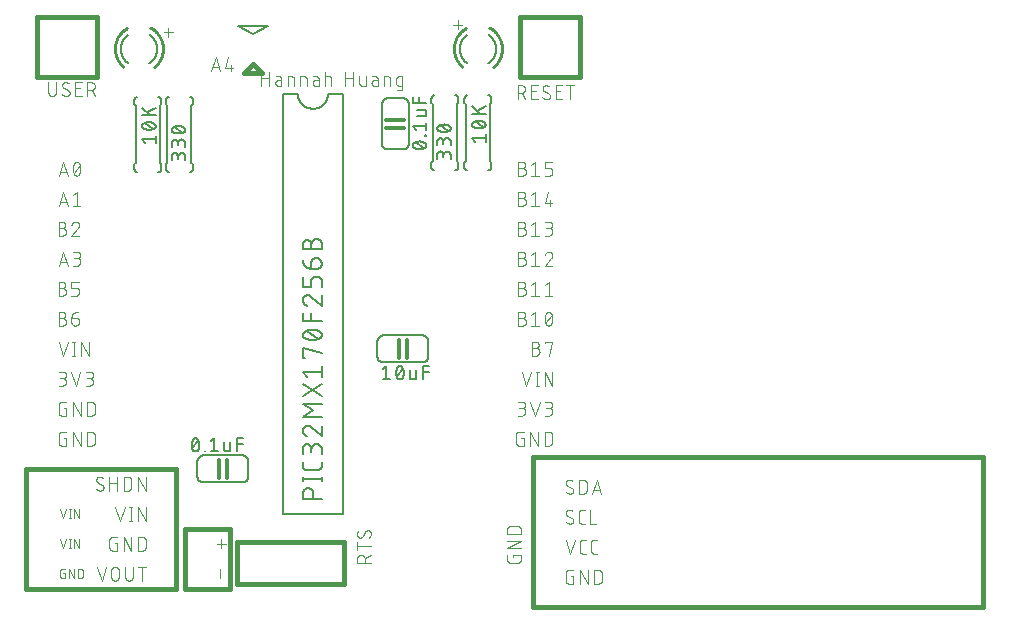
<source format=gbr>
G04 EAGLE Gerber RS-274X export*
G75*
%MOMM*%
%FSLAX34Y34*%
%LPD*%
%INSilkscreen Top*%
%IPPOS*%
%AMOC8*
5,1,8,0,0,1.08239X$1,22.5*%
G01*
%ADD10C,0.076200*%
%ADD11C,0.101600*%
%ADD12C,0.406400*%
%ADD13C,0.152400*%
%ADD14C,0.304800*%
%ADD15C,0.127000*%
%ADD16C,0.254000*%
%ADD17C,0.177800*%


D10*
X39751Y80137D02*
X42206Y72771D01*
X44662Y80137D01*
X48058Y80137D02*
X48058Y72771D01*
X47240Y72771D02*
X48877Y72771D01*
X48877Y80137D02*
X47240Y80137D01*
X52108Y80137D02*
X52108Y72771D01*
X56201Y72771D02*
X52108Y80137D01*
X56201Y80137D02*
X56201Y72771D01*
X39751Y54737D02*
X42206Y47371D01*
X44662Y54737D01*
X48058Y54737D02*
X48058Y47371D01*
X47240Y47371D02*
X48877Y47371D01*
X48877Y54737D02*
X47240Y54737D01*
X52108Y54737D02*
X52108Y47371D01*
X56201Y47371D02*
X52108Y54737D01*
X56201Y54737D02*
X56201Y47371D01*
X43843Y26063D02*
X42616Y26063D01*
X43843Y26063D02*
X43843Y21971D01*
X41388Y21971D01*
X41310Y21973D01*
X41232Y21978D01*
X41155Y21988D01*
X41078Y22001D01*
X41002Y22017D01*
X40927Y22037D01*
X40853Y22061D01*
X40780Y22088D01*
X40708Y22119D01*
X40638Y22153D01*
X40570Y22190D01*
X40503Y22231D01*
X40438Y22275D01*
X40376Y22321D01*
X40316Y22371D01*
X40258Y22423D01*
X40203Y22478D01*
X40151Y22536D01*
X40101Y22596D01*
X40055Y22658D01*
X40011Y22723D01*
X39970Y22790D01*
X39933Y22858D01*
X39899Y22928D01*
X39868Y23000D01*
X39841Y23073D01*
X39817Y23147D01*
X39797Y23222D01*
X39781Y23298D01*
X39768Y23375D01*
X39758Y23452D01*
X39753Y23530D01*
X39751Y23608D01*
X39751Y27700D01*
X39753Y27780D01*
X39759Y27860D01*
X39769Y27940D01*
X39782Y28019D01*
X39800Y28098D01*
X39821Y28175D01*
X39847Y28251D01*
X39876Y28326D01*
X39908Y28400D01*
X39944Y28472D01*
X39984Y28542D01*
X40027Y28609D01*
X40073Y28675D01*
X40123Y28738D01*
X40175Y28799D01*
X40230Y28858D01*
X40289Y28913D01*
X40349Y28965D01*
X40413Y29015D01*
X40479Y29061D01*
X40546Y29104D01*
X40616Y29144D01*
X40688Y29180D01*
X40762Y29212D01*
X40836Y29241D01*
X40913Y29267D01*
X40990Y29288D01*
X41069Y29306D01*
X41148Y29319D01*
X41228Y29329D01*
X41308Y29335D01*
X41388Y29337D01*
X43843Y29337D01*
X47554Y29337D02*
X47554Y21971D01*
X51646Y21971D02*
X47554Y29337D01*
X51646Y29337D02*
X51646Y21971D01*
X55357Y21971D02*
X55357Y29337D01*
X57403Y29337D01*
X57492Y29335D01*
X57581Y29329D01*
X57670Y29319D01*
X57758Y29306D01*
X57846Y29289D01*
X57933Y29267D01*
X58018Y29242D01*
X58103Y29214D01*
X58186Y29181D01*
X58268Y29145D01*
X58348Y29106D01*
X58426Y29063D01*
X58502Y29017D01*
X58577Y28967D01*
X58649Y28914D01*
X58718Y28858D01*
X58785Y28799D01*
X58850Y28738D01*
X58911Y28673D01*
X58970Y28606D01*
X59026Y28537D01*
X59079Y28465D01*
X59129Y28390D01*
X59175Y28314D01*
X59218Y28236D01*
X59257Y28156D01*
X59293Y28074D01*
X59326Y27991D01*
X59354Y27906D01*
X59379Y27821D01*
X59401Y27734D01*
X59418Y27646D01*
X59431Y27558D01*
X59441Y27469D01*
X59447Y27380D01*
X59449Y27291D01*
X59449Y24017D01*
X59447Y23928D01*
X59441Y23839D01*
X59431Y23750D01*
X59418Y23662D01*
X59401Y23574D01*
X59379Y23487D01*
X59354Y23402D01*
X59326Y23317D01*
X59293Y23234D01*
X59257Y23152D01*
X59218Y23072D01*
X59175Y22994D01*
X59129Y22918D01*
X59079Y22843D01*
X59026Y22771D01*
X58970Y22702D01*
X58911Y22635D01*
X58850Y22570D01*
X58785Y22509D01*
X58718Y22450D01*
X58649Y22394D01*
X58577Y22341D01*
X58502Y22291D01*
X58426Y22245D01*
X58348Y22202D01*
X58268Y22163D01*
X58186Y22127D01*
X58103Y22094D01*
X58018Y22066D01*
X57933Y22041D01*
X57846Y22019D01*
X57758Y22002D01*
X57670Y21989D01*
X57581Y21979D01*
X57492Y21973D01*
X57403Y21971D01*
X55357Y21971D01*
D11*
X38608Y362458D02*
X42503Y374142D01*
X46397Y362458D01*
X45424Y365379D02*
X39582Y365379D01*
X50688Y368300D02*
X50691Y368530D01*
X50699Y368760D01*
X50713Y368989D01*
X50732Y369218D01*
X50757Y369447D01*
X50787Y369674D01*
X50822Y369902D01*
X50863Y370128D01*
X50909Y370353D01*
X50961Y370577D01*
X51018Y370799D01*
X51080Y371021D01*
X51148Y371240D01*
X51221Y371458D01*
X51299Y371675D01*
X51382Y371889D01*
X51470Y372101D01*
X51563Y372311D01*
X51662Y372519D01*
X51661Y372519D02*
X51694Y372609D01*
X51730Y372698D01*
X51770Y372786D01*
X51814Y372871D01*
X51861Y372955D01*
X51911Y373037D01*
X51965Y373117D01*
X52021Y373194D01*
X52081Y373270D01*
X52144Y373343D01*
X52209Y373413D01*
X52278Y373481D01*
X52349Y373545D01*
X52422Y373607D01*
X52498Y373666D01*
X52576Y373722D01*
X52657Y373775D01*
X52739Y373824D01*
X52823Y373870D01*
X52910Y373913D01*
X52997Y373952D01*
X53087Y373988D01*
X53177Y374020D01*
X53269Y374048D01*
X53362Y374073D01*
X53456Y374094D01*
X53550Y374111D01*
X53645Y374125D01*
X53741Y374134D01*
X53837Y374140D01*
X53933Y374142D01*
X54029Y374140D01*
X54125Y374134D01*
X54221Y374125D01*
X54316Y374111D01*
X54410Y374094D01*
X54504Y374073D01*
X54597Y374048D01*
X54689Y374020D01*
X54779Y373988D01*
X54869Y373952D01*
X54956Y373913D01*
X55043Y373870D01*
X55127Y373824D01*
X55209Y373775D01*
X55290Y373722D01*
X55368Y373666D01*
X55444Y373607D01*
X55517Y373545D01*
X55588Y373481D01*
X55657Y373413D01*
X55722Y373343D01*
X55785Y373270D01*
X55845Y373194D01*
X55901Y373117D01*
X55955Y373037D01*
X56005Y372955D01*
X56052Y372871D01*
X56096Y372786D01*
X56136Y372698D01*
X56172Y372609D01*
X56205Y372519D01*
X56304Y372312D01*
X56397Y372102D01*
X56485Y371889D01*
X56568Y371675D01*
X56646Y371459D01*
X56719Y371241D01*
X56787Y371021D01*
X56849Y370800D01*
X56906Y370577D01*
X56958Y370353D01*
X57004Y370128D01*
X57045Y369902D01*
X57080Y369675D01*
X57110Y369447D01*
X57135Y369218D01*
X57154Y368989D01*
X57168Y368760D01*
X57176Y368530D01*
X57179Y368300D01*
X50687Y368300D02*
X50690Y368070D01*
X50698Y367840D01*
X50712Y367611D01*
X50731Y367382D01*
X50756Y367153D01*
X50786Y366925D01*
X50821Y366698D01*
X50862Y366472D01*
X50908Y366247D01*
X50960Y366023D01*
X51017Y365800D01*
X51079Y365579D01*
X51147Y365359D01*
X51220Y365141D01*
X51298Y364925D01*
X51381Y364711D01*
X51469Y364499D01*
X51562Y364288D01*
X51661Y364081D01*
X51694Y363991D01*
X51730Y363902D01*
X51771Y363814D01*
X51814Y363729D01*
X51861Y363645D01*
X51911Y363563D01*
X51965Y363483D01*
X52021Y363406D01*
X52081Y363330D01*
X52144Y363257D01*
X52209Y363187D01*
X52278Y363119D01*
X52349Y363055D01*
X52422Y362993D01*
X52498Y362934D01*
X52576Y362878D01*
X52657Y362825D01*
X52739Y362776D01*
X52823Y362730D01*
X52910Y362687D01*
X52997Y362648D01*
X53087Y362612D01*
X53177Y362580D01*
X53269Y362552D01*
X53362Y362527D01*
X53456Y362506D01*
X53550Y362489D01*
X53645Y362475D01*
X53741Y362466D01*
X53837Y362460D01*
X53933Y362458D01*
X56204Y364081D02*
X56303Y364288D01*
X56396Y364499D01*
X56484Y364711D01*
X56567Y364925D01*
X56645Y365141D01*
X56718Y365359D01*
X56786Y365579D01*
X56848Y365800D01*
X56905Y366023D01*
X56957Y366247D01*
X57003Y366472D01*
X57044Y366698D01*
X57079Y366925D01*
X57109Y367153D01*
X57134Y367382D01*
X57153Y367611D01*
X57167Y367840D01*
X57175Y368070D01*
X57178Y368300D01*
X56205Y364081D02*
X56172Y363991D01*
X56136Y363902D01*
X56096Y363814D01*
X56052Y363729D01*
X56005Y363645D01*
X55955Y363563D01*
X55901Y363483D01*
X55845Y363406D01*
X55785Y363330D01*
X55722Y363257D01*
X55657Y363187D01*
X55588Y363119D01*
X55517Y363055D01*
X55444Y362993D01*
X55368Y362934D01*
X55290Y362878D01*
X55209Y362825D01*
X55127Y362776D01*
X55043Y362730D01*
X54956Y362687D01*
X54869Y362648D01*
X54779Y362612D01*
X54689Y362580D01*
X54597Y362552D01*
X54504Y362527D01*
X54410Y362506D01*
X54316Y362489D01*
X54221Y362475D01*
X54125Y362466D01*
X54029Y362460D01*
X53933Y362458D01*
X51336Y365054D02*
X56529Y371546D01*
X42503Y348742D02*
X38608Y337058D01*
X46397Y337058D02*
X42503Y348742D01*
X45424Y339979D02*
X39582Y339979D01*
X50687Y346146D02*
X53933Y348742D01*
X53933Y337058D01*
X57178Y337058D02*
X50687Y337058D01*
X41854Y318149D02*
X38608Y318149D01*
X41854Y318150D02*
X41967Y318148D01*
X42080Y318142D01*
X42193Y318132D01*
X42306Y318118D01*
X42418Y318101D01*
X42529Y318079D01*
X42639Y318054D01*
X42749Y318024D01*
X42857Y317991D01*
X42964Y317954D01*
X43070Y317914D01*
X43174Y317869D01*
X43277Y317821D01*
X43378Y317770D01*
X43477Y317715D01*
X43574Y317657D01*
X43669Y317595D01*
X43762Y317530D01*
X43852Y317462D01*
X43940Y317391D01*
X44026Y317316D01*
X44109Y317239D01*
X44189Y317159D01*
X44266Y317076D01*
X44341Y316990D01*
X44412Y316902D01*
X44480Y316812D01*
X44545Y316719D01*
X44607Y316624D01*
X44665Y316527D01*
X44720Y316428D01*
X44771Y316327D01*
X44819Y316224D01*
X44864Y316120D01*
X44904Y316014D01*
X44941Y315907D01*
X44974Y315799D01*
X45004Y315689D01*
X45029Y315579D01*
X45051Y315468D01*
X45068Y315356D01*
X45082Y315243D01*
X45092Y315130D01*
X45098Y315017D01*
X45100Y314904D01*
X45098Y314791D01*
X45092Y314678D01*
X45082Y314565D01*
X45068Y314452D01*
X45051Y314340D01*
X45029Y314229D01*
X45004Y314119D01*
X44974Y314009D01*
X44941Y313901D01*
X44904Y313794D01*
X44864Y313688D01*
X44819Y313584D01*
X44771Y313481D01*
X44720Y313380D01*
X44665Y313281D01*
X44607Y313184D01*
X44545Y313089D01*
X44480Y312996D01*
X44412Y312906D01*
X44341Y312818D01*
X44266Y312732D01*
X44189Y312649D01*
X44109Y312569D01*
X44026Y312492D01*
X43940Y312417D01*
X43852Y312346D01*
X43762Y312278D01*
X43669Y312213D01*
X43574Y312151D01*
X43477Y312093D01*
X43378Y312038D01*
X43277Y311987D01*
X43174Y311939D01*
X43070Y311894D01*
X42964Y311854D01*
X42857Y311817D01*
X42749Y311784D01*
X42639Y311754D01*
X42529Y311729D01*
X42418Y311707D01*
X42306Y311690D01*
X42193Y311676D01*
X42080Y311666D01*
X41967Y311660D01*
X41854Y311658D01*
X38608Y311658D01*
X38608Y323342D01*
X41854Y323342D01*
X41955Y323340D01*
X42055Y323334D01*
X42155Y323324D01*
X42255Y323311D01*
X42354Y323293D01*
X42453Y323272D01*
X42550Y323247D01*
X42647Y323218D01*
X42742Y323185D01*
X42836Y323149D01*
X42928Y323109D01*
X43019Y323066D01*
X43108Y323019D01*
X43195Y322969D01*
X43281Y322915D01*
X43364Y322858D01*
X43444Y322798D01*
X43523Y322735D01*
X43599Y322668D01*
X43672Y322599D01*
X43742Y322527D01*
X43810Y322453D01*
X43875Y322376D01*
X43936Y322296D01*
X43995Y322214D01*
X44050Y322130D01*
X44102Y322044D01*
X44151Y321956D01*
X44196Y321866D01*
X44238Y321774D01*
X44276Y321681D01*
X44310Y321586D01*
X44341Y321491D01*
X44368Y321394D01*
X44391Y321296D01*
X44411Y321197D01*
X44426Y321097D01*
X44438Y320997D01*
X44446Y320897D01*
X44450Y320796D01*
X44450Y320696D01*
X44446Y320595D01*
X44438Y320495D01*
X44426Y320395D01*
X44411Y320295D01*
X44391Y320196D01*
X44368Y320098D01*
X44341Y320001D01*
X44310Y319906D01*
X44276Y319811D01*
X44238Y319718D01*
X44196Y319626D01*
X44151Y319536D01*
X44102Y319448D01*
X44050Y319362D01*
X43995Y319278D01*
X43936Y319196D01*
X43875Y319116D01*
X43810Y319039D01*
X43742Y318965D01*
X43672Y318893D01*
X43599Y318824D01*
X43523Y318757D01*
X43444Y318694D01*
X43364Y318634D01*
X43281Y318577D01*
X43195Y318523D01*
X43108Y318473D01*
X43019Y318426D01*
X42928Y318383D01*
X42836Y318343D01*
X42742Y318307D01*
X42647Y318274D01*
X42550Y318245D01*
X42453Y318220D01*
X42354Y318199D01*
X42255Y318181D01*
X42155Y318168D01*
X42055Y318158D01*
X41955Y318152D01*
X41854Y318150D01*
X53058Y323342D02*
X53165Y323340D01*
X53271Y323334D01*
X53377Y323324D01*
X53483Y323311D01*
X53589Y323293D01*
X53693Y323272D01*
X53797Y323247D01*
X53900Y323218D01*
X54001Y323186D01*
X54101Y323149D01*
X54200Y323109D01*
X54298Y323066D01*
X54394Y323019D01*
X54488Y322968D01*
X54580Y322914D01*
X54670Y322857D01*
X54758Y322797D01*
X54843Y322733D01*
X54926Y322666D01*
X55007Y322596D01*
X55085Y322524D01*
X55161Y322448D01*
X55233Y322370D01*
X55303Y322289D01*
X55370Y322206D01*
X55434Y322121D01*
X55494Y322033D01*
X55551Y321943D01*
X55605Y321851D01*
X55656Y321757D01*
X55703Y321661D01*
X55746Y321563D01*
X55786Y321464D01*
X55823Y321364D01*
X55855Y321263D01*
X55884Y321160D01*
X55909Y321056D01*
X55930Y320952D01*
X55948Y320846D01*
X55961Y320740D01*
X55971Y320634D01*
X55977Y320528D01*
X55979Y320421D01*
X53058Y323342D02*
X52937Y323340D01*
X52816Y323334D01*
X52696Y323324D01*
X52575Y323311D01*
X52456Y323293D01*
X52336Y323272D01*
X52218Y323247D01*
X52101Y323218D01*
X51984Y323185D01*
X51869Y323149D01*
X51755Y323108D01*
X51642Y323065D01*
X51530Y323017D01*
X51421Y322966D01*
X51313Y322911D01*
X51206Y322853D01*
X51102Y322792D01*
X51000Y322727D01*
X50900Y322659D01*
X50802Y322588D01*
X50706Y322514D01*
X50613Y322437D01*
X50523Y322356D01*
X50435Y322273D01*
X50350Y322187D01*
X50267Y322098D01*
X50188Y322007D01*
X50111Y321913D01*
X50038Y321817D01*
X49968Y321719D01*
X49901Y321618D01*
X49837Y321515D01*
X49777Y321410D01*
X49720Y321303D01*
X49666Y321195D01*
X49616Y321085D01*
X49570Y320973D01*
X49527Y320860D01*
X49488Y320745D01*
X55005Y318149D02*
X55084Y318226D01*
X55160Y318307D01*
X55233Y318390D01*
X55303Y318475D01*
X55370Y318563D01*
X55434Y318653D01*
X55494Y318745D01*
X55551Y318840D01*
X55605Y318936D01*
X55656Y319034D01*
X55703Y319134D01*
X55747Y319236D01*
X55787Y319339D01*
X55823Y319443D01*
X55855Y319549D01*
X55884Y319655D01*
X55909Y319763D01*
X55931Y319871D01*
X55948Y319981D01*
X55962Y320090D01*
X55971Y320200D01*
X55977Y320311D01*
X55979Y320421D01*
X55005Y318149D02*
X49488Y311658D01*
X55979Y311658D01*
X42503Y297942D02*
X38608Y286258D01*
X46397Y286258D02*
X42503Y297942D01*
X45424Y289179D02*
X39582Y289179D01*
X50687Y286258D02*
X53933Y286258D01*
X54046Y286260D01*
X54159Y286266D01*
X54272Y286276D01*
X54385Y286290D01*
X54497Y286307D01*
X54608Y286329D01*
X54718Y286354D01*
X54828Y286384D01*
X54936Y286417D01*
X55043Y286454D01*
X55149Y286494D01*
X55253Y286539D01*
X55356Y286587D01*
X55457Y286638D01*
X55556Y286693D01*
X55653Y286751D01*
X55748Y286813D01*
X55841Y286878D01*
X55931Y286946D01*
X56019Y287017D01*
X56105Y287092D01*
X56188Y287169D01*
X56268Y287249D01*
X56345Y287332D01*
X56420Y287418D01*
X56491Y287506D01*
X56559Y287596D01*
X56624Y287689D01*
X56686Y287784D01*
X56744Y287881D01*
X56799Y287980D01*
X56850Y288081D01*
X56898Y288184D01*
X56943Y288288D01*
X56983Y288394D01*
X57020Y288501D01*
X57053Y288609D01*
X57083Y288719D01*
X57108Y288829D01*
X57130Y288940D01*
X57147Y289052D01*
X57161Y289165D01*
X57171Y289278D01*
X57177Y289391D01*
X57179Y289504D01*
X57177Y289617D01*
X57171Y289730D01*
X57161Y289843D01*
X57147Y289956D01*
X57130Y290068D01*
X57108Y290179D01*
X57083Y290289D01*
X57053Y290399D01*
X57020Y290507D01*
X56983Y290614D01*
X56943Y290720D01*
X56898Y290824D01*
X56850Y290927D01*
X56799Y291028D01*
X56744Y291127D01*
X56686Y291224D01*
X56624Y291319D01*
X56559Y291412D01*
X56491Y291502D01*
X56420Y291590D01*
X56345Y291676D01*
X56268Y291759D01*
X56188Y291839D01*
X56105Y291916D01*
X56019Y291991D01*
X55931Y292062D01*
X55841Y292130D01*
X55748Y292195D01*
X55653Y292257D01*
X55556Y292315D01*
X55457Y292370D01*
X55356Y292421D01*
X55253Y292469D01*
X55149Y292514D01*
X55043Y292554D01*
X54936Y292591D01*
X54828Y292624D01*
X54718Y292654D01*
X54608Y292679D01*
X54497Y292701D01*
X54385Y292718D01*
X54272Y292732D01*
X54159Y292742D01*
X54046Y292748D01*
X53933Y292750D01*
X54582Y297942D02*
X50687Y297942D01*
X54582Y297942D02*
X54683Y297940D01*
X54783Y297934D01*
X54883Y297924D01*
X54983Y297911D01*
X55082Y297893D01*
X55181Y297872D01*
X55278Y297847D01*
X55375Y297818D01*
X55470Y297785D01*
X55564Y297749D01*
X55656Y297709D01*
X55747Y297666D01*
X55836Y297619D01*
X55923Y297569D01*
X56009Y297515D01*
X56092Y297458D01*
X56172Y297398D01*
X56251Y297335D01*
X56327Y297268D01*
X56400Y297199D01*
X56470Y297127D01*
X56538Y297053D01*
X56603Y296976D01*
X56664Y296896D01*
X56723Y296814D01*
X56778Y296730D01*
X56830Y296644D01*
X56879Y296556D01*
X56924Y296466D01*
X56966Y296374D01*
X57004Y296281D01*
X57038Y296186D01*
X57069Y296091D01*
X57096Y295994D01*
X57119Y295896D01*
X57139Y295797D01*
X57154Y295697D01*
X57166Y295597D01*
X57174Y295497D01*
X57178Y295396D01*
X57178Y295296D01*
X57174Y295195D01*
X57166Y295095D01*
X57154Y294995D01*
X57139Y294895D01*
X57119Y294796D01*
X57096Y294698D01*
X57069Y294601D01*
X57038Y294506D01*
X57004Y294411D01*
X56966Y294318D01*
X56924Y294226D01*
X56879Y294136D01*
X56830Y294048D01*
X56778Y293962D01*
X56723Y293878D01*
X56664Y293796D01*
X56603Y293716D01*
X56538Y293639D01*
X56470Y293565D01*
X56400Y293493D01*
X56327Y293424D01*
X56251Y293357D01*
X56172Y293294D01*
X56092Y293234D01*
X56009Y293177D01*
X55923Y293123D01*
X55836Y293073D01*
X55747Y293026D01*
X55656Y292983D01*
X55564Y292943D01*
X55470Y292907D01*
X55375Y292874D01*
X55278Y292845D01*
X55181Y292820D01*
X55082Y292799D01*
X54983Y292781D01*
X54883Y292768D01*
X54783Y292758D01*
X54683Y292752D01*
X54582Y292750D01*
X54582Y292749D02*
X51985Y292749D01*
X41854Y267349D02*
X38608Y267349D01*
X41854Y267350D02*
X41967Y267348D01*
X42080Y267342D01*
X42193Y267332D01*
X42306Y267318D01*
X42418Y267301D01*
X42529Y267279D01*
X42639Y267254D01*
X42749Y267224D01*
X42857Y267191D01*
X42964Y267154D01*
X43070Y267114D01*
X43174Y267069D01*
X43277Y267021D01*
X43378Y266970D01*
X43477Y266915D01*
X43574Y266857D01*
X43669Y266795D01*
X43762Y266730D01*
X43852Y266662D01*
X43940Y266591D01*
X44026Y266516D01*
X44109Y266439D01*
X44189Y266359D01*
X44266Y266276D01*
X44341Y266190D01*
X44412Y266102D01*
X44480Y266012D01*
X44545Y265919D01*
X44607Y265824D01*
X44665Y265727D01*
X44720Y265628D01*
X44771Y265527D01*
X44819Y265424D01*
X44864Y265320D01*
X44904Y265214D01*
X44941Y265107D01*
X44974Y264999D01*
X45004Y264889D01*
X45029Y264779D01*
X45051Y264668D01*
X45068Y264556D01*
X45082Y264443D01*
X45092Y264330D01*
X45098Y264217D01*
X45100Y264104D01*
X45098Y263991D01*
X45092Y263878D01*
X45082Y263765D01*
X45068Y263652D01*
X45051Y263540D01*
X45029Y263429D01*
X45004Y263319D01*
X44974Y263209D01*
X44941Y263101D01*
X44904Y262994D01*
X44864Y262888D01*
X44819Y262784D01*
X44771Y262681D01*
X44720Y262580D01*
X44665Y262481D01*
X44607Y262384D01*
X44545Y262289D01*
X44480Y262196D01*
X44412Y262106D01*
X44341Y262018D01*
X44266Y261932D01*
X44189Y261849D01*
X44109Y261769D01*
X44026Y261692D01*
X43940Y261617D01*
X43852Y261546D01*
X43762Y261478D01*
X43669Y261413D01*
X43574Y261351D01*
X43477Y261293D01*
X43378Y261238D01*
X43277Y261187D01*
X43174Y261139D01*
X43070Y261094D01*
X42964Y261054D01*
X42857Y261017D01*
X42749Y260984D01*
X42639Y260954D01*
X42529Y260929D01*
X42418Y260907D01*
X42306Y260890D01*
X42193Y260876D01*
X42080Y260866D01*
X41967Y260860D01*
X41854Y260858D01*
X38608Y260858D01*
X38608Y272542D01*
X41854Y272542D01*
X41955Y272540D01*
X42055Y272534D01*
X42155Y272524D01*
X42255Y272511D01*
X42354Y272493D01*
X42453Y272472D01*
X42550Y272447D01*
X42647Y272418D01*
X42742Y272385D01*
X42836Y272349D01*
X42928Y272309D01*
X43019Y272266D01*
X43108Y272219D01*
X43195Y272169D01*
X43281Y272115D01*
X43364Y272058D01*
X43444Y271998D01*
X43523Y271935D01*
X43599Y271868D01*
X43672Y271799D01*
X43742Y271727D01*
X43810Y271653D01*
X43875Y271576D01*
X43936Y271496D01*
X43995Y271414D01*
X44050Y271330D01*
X44102Y271244D01*
X44151Y271156D01*
X44196Y271066D01*
X44238Y270974D01*
X44276Y270881D01*
X44310Y270786D01*
X44341Y270691D01*
X44368Y270594D01*
X44391Y270496D01*
X44411Y270397D01*
X44426Y270297D01*
X44438Y270197D01*
X44446Y270097D01*
X44450Y269996D01*
X44450Y269896D01*
X44446Y269795D01*
X44438Y269695D01*
X44426Y269595D01*
X44411Y269495D01*
X44391Y269396D01*
X44368Y269298D01*
X44341Y269201D01*
X44310Y269106D01*
X44276Y269011D01*
X44238Y268918D01*
X44196Y268826D01*
X44151Y268736D01*
X44102Y268648D01*
X44050Y268562D01*
X43995Y268478D01*
X43936Y268396D01*
X43875Y268316D01*
X43810Y268239D01*
X43742Y268165D01*
X43672Y268093D01*
X43599Y268024D01*
X43523Y267957D01*
X43444Y267894D01*
X43364Y267834D01*
X43281Y267777D01*
X43195Y267723D01*
X43108Y267673D01*
X43019Y267626D01*
X42928Y267583D01*
X42836Y267543D01*
X42742Y267507D01*
X42647Y267474D01*
X42550Y267445D01*
X42453Y267420D01*
X42354Y267399D01*
X42255Y267381D01*
X42155Y267368D01*
X42055Y267358D01*
X41955Y267352D01*
X41854Y267350D01*
X49488Y260858D02*
X53382Y260858D01*
X53481Y260860D01*
X53581Y260866D01*
X53680Y260875D01*
X53778Y260888D01*
X53876Y260905D01*
X53974Y260926D01*
X54070Y260951D01*
X54165Y260979D01*
X54259Y261011D01*
X54352Y261046D01*
X54444Y261085D01*
X54534Y261128D01*
X54622Y261173D01*
X54709Y261223D01*
X54793Y261275D01*
X54876Y261331D01*
X54956Y261389D01*
X55034Y261451D01*
X55109Y261516D01*
X55182Y261584D01*
X55252Y261654D01*
X55320Y261727D01*
X55385Y261802D01*
X55447Y261880D01*
X55505Y261960D01*
X55561Y262043D01*
X55613Y262127D01*
X55663Y262214D01*
X55708Y262302D01*
X55751Y262392D01*
X55790Y262484D01*
X55825Y262577D01*
X55857Y262671D01*
X55885Y262766D01*
X55910Y262862D01*
X55931Y262960D01*
X55948Y263058D01*
X55961Y263156D01*
X55970Y263255D01*
X55976Y263355D01*
X55978Y263454D01*
X55979Y263454D02*
X55979Y264753D01*
X55978Y264753D02*
X55976Y264852D01*
X55970Y264952D01*
X55961Y265051D01*
X55948Y265149D01*
X55931Y265247D01*
X55910Y265345D01*
X55885Y265441D01*
X55857Y265536D01*
X55825Y265630D01*
X55790Y265723D01*
X55751Y265815D01*
X55708Y265905D01*
X55663Y265993D01*
X55613Y266080D01*
X55561Y266164D01*
X55505Y266247D01*
X55447Y266327D01*
X55385Y266405D01*
X55320Y266480D01*
X55252Y266553D01*
X55182Y266623D01*
X55109Y266691D01*
X55034Y266756D01*
X54956Y266818D01*
X54876Y266876D01*
X54793Y266932D01*
X54709Y266984D01*
X54622Y267034D01*
X54534Y267079D01*
X54444Y267122D01*
X54352Y267161D01*
X54259Y267196D01*
X54165Y267228D01*
X54070Y267256D01*
X53974Y267281D01*
X53876Y267302D01*
X53778Y267319D01*
X53680Y267332D01*
X53581Y267341D01*
X53481Y267347D01*
X53382Y267349D01*
X49488Y267349D01*
X49488Y272542D01*
X55979Y272542D01*
X41854Y241949D02*
X38608Y241949D01*
X41854Y241950D02*
X41967Y241948D01*
X42080Y241942D01*
X42193Y241932D01*
X42306Y241918D01*
X42418Y241901D01*
X42529Y241879D01*
X42639Y241854D01*
X42749Y241824D01*
X42857Y241791D01*
X42964Y241754D01*
X43070Y241714D01*
X43174Y241669D01*
X43277Y241621D01*
X43378Y241570D01*
X43477Y241515D01*
X43574Y241457D01*
X43669Y241395D01*
X43762Y241330D01*
X43852Y241262D01*
X43940Y241191D01*
X44026Y241116D01*
X44109Y241039D01*
X44189Y240959D01*
X44266Y240876D01*
X44341Y240790D01*
X44412Y240702D01*
X44480Y240612D01*
X44545Y240519D01*
X44607Y240424D01*
X44665Y240327D01*
X44720Y240228D01*
X44771Y240127D01*
X44819Y240024D01*
X44864Y239920D01*
X44904Y239814D01*
X44941Y239707D01*
X44974Y239599D01*
X45004Y239489D01*
X45029Y239379D01*
X45051Y239268D01*
X45068Y239156D01*
X45082Y239043D01*
X45092Y238930D01*
X45098Y238817D01*
X45100Y238704D01*
X45098Y238591D01*
X45092Y238478D01*
X45082Y238365D01*
X45068Y238252D01*
X45051Y238140D01*
X45029Y238029D01*
X45004Y237919D01*
X44974Y237809D01*
X44941Y237701D01*
X44904Y237594D01*
X44864Y237488D01*
X44819Y237384D01*
X44771Y237281D01*
X44720Y237180D01*
X44665Y237081D01*
X44607Y236984D01*
X44545Y236889D01*
X44480Y236796D01*
X44412Y236706D01*
X44341Y236618D01*
X44266Y236532D01*
X44189Y236449D01*
X44109Y236369D01*
X44026Y236292D01*
X43940Y236217D01*
X43852Y236146D01*
X43762Y236078D01*
X43669Y236013D01*
X43574Y235951D01*
X43477Y235893D01*
X43378Y235838D01*
X43277Y235787D01*
X43174Y235739D01*
X43070Y235694D01*
X42964Y235654D01*
X42857Y235617D01*
X42749Y235584D01*
X42639Y235554D01*
X42529Y235529D01*
X42418Y235507D01*
X42306Y235490D01*
X42193Y235476D01*
X42080Y235466D01*
X41967Y235460D01*
X41854Y235458D01*
X38608Y235458D01*
X38608Y247142D01*
X41854Y247142D01*
X41955Y247140D01*
X42055Y247134D01*
X42155Y247124D01*
X42255Y247111D01*
X42354Y247093D01*
X42453Y247072D01*
X42550Y247047D01*
X42647Y247018D01*
X42742Y246985D01*
X42836Y246949D01*
X42928Y246909D01*
X43019Y246866D01*
X43108Y246819D01*
X43195Y246769D01*
X43281Y246715D01*
X43364Y246658D01*
X43444Y246598D01*
X43523Y246535D01*
X43599Y246468D01*
X43672Y246399D01*
X43742Y246327D01*
X43810Y246253D01*
X43875Y246176D01*
X43936Y246096D01*
X43995Y246014D01*
X44050Y245930D01*
X44102Y245844D01*
X44151Y245756D01*
X44196Y245666D01*
X44238Y245574D01*
X44276Y245481D01*
X44310Y245386D01*
X44341Y245291D01*
X44368Y245194D01*
X44391Y245096D01*
X44411Y244997D01*
X44426Y244897D01*
X44438Y244797D01*
X44446Y244697D01*
X44450Y244596D01*
X44450Y244496D01*
X44446Y244395D01*
X44438Y244295D01*
X44426Y244195D01*
X44411Y244095D01*
X44391Y243996D01*
X44368Y243898D01*
X44341Y243801D01*
X44310Y243706D01*
X44276Y243611D01*
X44238Y243518D01*
X44196Y243426D01*
X44151Y243336D01*
X44102Y243248D01*
X44050Y243162D01*
X43995Y243078D01*
X43936Y242996D01*
X43875Y242916D01*
X43810Y242839D01*
X43742Y242765D01*
X43672Y242693D01*
X43599Y242624D01*
X43523Y242557D01*
X43444Y242494D01*
X43364Y242434D01*
X43281Y242377D01*
X43195Y242323D01*
X43108Y242273D01*
X43019Y242226D01*
X42928Y242183D01*
X42836Y242143D01*
X42742Y242107D01*
X42647Y242074D01*
X42550Y242045D01*
X42453Y242020D01*
X42354Y241999D01*
X42255Y241981D01*
X42155Y241968D01*
X42055Y241958D01*
X41955Y241952D01*
X41854Y241950D01*
X49488Y241949D02*
X53382Y241949D01*
X53481Y241947D01*
X53581Y241941D01*
X53680Y241932D01*
X53778Y241919D01*
X53876Y241902D01*
X53974Y241881D01*
X54070Y241856D01*
X54165Y241828D01*
X54259Y241796D01*
X54352Y241761D01*
X54444Y241722D01*
X54534Y241679D01*
X54622Y241634D01*
X54709Y241584D01*
X54793Y241532D01*
X54876Y241476D01*
X54956Y241418D01*
X55034Y241356D01*
X55109Y241291D01*
X55182Y241223D01*
X55252Y241153D01*
X55320Y241080D01*
X55385Y241005D01*
X55447Y240927D01*
X55505Y240847D01*
X55561Y240764D01*
X55613Y240680D01*
X55663Y240593D01*
X55708Y240505D01*
X55751Y240415D01*
X55790Y240323D01*
X55825Y240230D01*
X55857Y240136D01*
X55885Y240041D01*
X55910Y239945D01*
X55931Y239847D01*
X55948Y239749D01*
X55961Y239651D01*
X55970Y239552D01*
X55976Y239452D01*
X55978Y239353D01*
X55979Y239353D02*
X55979Y238704D01*
X55977Y238591D01*
X55971Y238478D01*
X55961Y238365D01*
X55947Y238252D01*
X55930Y238140D01*
X55908Y238029D01*
X55883Y237919D01*
X55853Y237809D01*
X55820Y237701D01*
X55783Y237594D01*
X55743Y237488D01*
X55698Y237384D01*
X55650Y237281D01*
X55599Y237180D01*
X55544Y237081D01*
X55486Y236984D01*
X55424Y236889D01*
X55359Y236796D01*
X55291Y236706D01*
X55220Y236618D01*
X55145Y236532D01*
X55068Y236449D01*
X54988Y236369D01*
X54905Y236292D01*
X54819Y236217D01*
X54731Y236146D01*
X54641Y236078D01*
X54548Y236013D01*
X54453Y235951D01*
X54356Y235893D01*
X54257Y235838D01*
X54156Y235787D01*
X54053Y235739D01*
X53949Y235694D01*
X53843Y235654D01*
X53736Y235617D01*
X53628Y235584D01*
X53518Y235554D01*
X53408Y235529D01*
X53297Y235507D01*
X53185Y235490D01*
X53072Y235476D01*
X52959Y235466D01*
X52846Y235460D01*
X52733Y235458D01*
X52620Y235460D01*
X52507Y235466D01*
X52394Y235476D01*
X52281Y235490D01*
X52169Y235507D01*
X52058Y235529D01*
X51948Y235554D01*
X51838Y235584D01*
X51730Y235617D01*
X51623Y235654D01*
X51517Y235694D01*
X51413Y235739D01*
X51310Y235787D01*
X51209Y235838D01*
X51110Y235893D01*
X51013Y235951D01*
X50918Y236013D01*
X50825Y236078D01*
X50735Y236146D01*
X50647Y236217D01*
X50561Y236292D01*
X50478Y236369D01*
X50398Y236449D01*
X50321Y236532D01*
X50246Y236618D01*
X50175Y236706D01*
X50107Y236796D01*
X50042Y236889D01*
X49980Y236984D01*
X49922Y237081D01*
X49867Y237180D01*
X49816Y237281D01*
X49768Y237384D01*
X49723Y237488D01*
X49683Y237594D01*
X49646Y237701D01*
X49613Y237809D01*
X49583Y237919D01*
X49558Y238029D01*
X49536Y238140D01*
X49519Y238252D01*
X49505Y238365D01*
X49495Y238478D01*
X49489Y238591D01*
X49487Y238704D01*
X49488Y238704D02*
X49488Y241949D01*
X49490Y242092D01*
X49496Y242235D01*
X49506Y242378D01*
X49520Y242520D01*
X49537Y242662D01*
X49559Y242804D01*
X49584Y242945D01*
X49614Y243085D01*
X49647Y243224D01*
X49684Y243362D01*
X49725Y243499D01*
X49769Y243635D01*
X49818Y243770D01*
X49870Y243903D01*
X49925Y244035D01*
X49985Y244165D01*
X50048Y244294D01*
X50114Y244421D01*
X50184Y244545D01*
X50257Y244668D01*
X50334Y244789D01*
X50414Y244908D01*
X50497Y245024D01*
X50583Y245139D01*
X50672Y245250D01*
X50765Y245360D01*
X50860Y245466D01*
X50959Y245570D01*
X51060Y245671D01*
X51164Y245770D01*
X51270Y245865D01*
X51380Y245958D01*
X51491Y246047D01*
X51606Y246133D01*
X51722Y246216D01*
X51841Y246296D01*
X51962Y246373D01*
X52084Y246446D01*
X52209Y246516D01*
X52336Y246582D01*
X52465Y246645D01*
X52595Y246705D01*
X52727Y246760D01*
X52860Y246812D01*
X52995Y246861D01*
X53131Y246905D01*
X53268Y246946D01*
X53406Y246983D01*
X53545Y247016D01*
X53685Y247046D01*
X53826Y247071D01*
X53968Y247093D01*
X54110Y247110D01*
X54252Y247124D01*
X54395Y247134D01*
X54538Y247140D01*
X54681Y247142D01*
X38608Y221742D02*
X42503Y210058D01*
X46397Y221742D01*
X51647Y221742D02*
X51647Y210058D01*
X52945Y210058D02*
X50348Y210058D01*
X50348Y221742D02*
X52945Y221742D01*
X57926Y221742D02*
X57926Y210058D01*
X64417Y210058D02*
X57926Y221742D01*
X64417Y221742D02*
X64417Y210058D01*
X41854Y184658D02*
X38608Y184658D01*
X41854Y184658D02*
X41967Y184660D01*
X42080Y184666D01*
X42193Y184676D01*
X42306Y184690D01*
X42418Y184707D01*
X42529Y184729D01*
X42639Y184754D01*
X42749Y184784D01*
X42857Y184817D01*
X42964Y184854D01*
X43070Y184894D01*
X43174Y184939D01*
X43277Y184987D01*
X43378Y185038D01*
X43477Y185093D01*
X43574Y185151D01*
X43669Y185213D01*
X43762Y185278D01*
X43852Y185346D01*
X43940Y185417D01*
X44026Y185492D01*
X44109Y185569D01*
X44189Y185649D01*
X44266Y185732D01*
X44341Y185818D01*
X44412Y185906D01*
X44480Y185996D01*
X44545Y186089D01*
X44607Y186184D01*
X44665Y186281D01*
X44720Y186380D01*
X44771Y186481D01*
X44819Y186584D01*
X44864Y186688D01*
X44904Y186794D01*
X44941Y186901D01*
X44974Y187009D01*
X45004Y187119D01*
X45029Y187229D01*
X45051Y187340D01*
X45068Y187452D01*
X45082Y187565D01*
X45092Y187678D01*
X45098Y187791D01*
X45100Y187904D01*
X45098Y188017D01*
X45092Y188130D01*
X45082Y188243D01*
X45068Y188356D01*
X45051Y188468D01*
X45029Y188579D01*
X45004Y188689D01*
X44974Y188799D01*
X44941Y188907D01*
X44904Y189014D01*
X44864Y189120D01*
X44819Y189224D01*
X44771Y189327D01*
X44720Y189428D01*
X44665Y189527D01*
X44607Y189624D01*
X44545Y189719D01*
X44480Y189812D01*
X44412Y189902D01*
X44341Y189990D01*
X44266Y190076D01*
X44189Y190159D01*
X44109Y190239D01*
X44026Y190316D01*
X43940Y190391D01*
X43852Y190462D01*
X43762Y190530D01*
X43669Y190595D01*
X43574Y190657D01*
X43477Y190715D01*
X43378Y190770D01*
X43277Y190821D01*
X43174Y190869D01*
X43070Y190914D01*
X42964Y190954D01*
X42857Y190991D01*
X42749Y191024D01*
X42639Y191054D01*
X42529Y191079D01*
X42418Y191101D01*
X42306Y191118D01*
X42193Y191132D01*
X42080Y191142D01*
X41967Y191148D01*
X41854Y191150D01*
X42503Y196342D02*
X38608Y196342D01*
X42503Y196342D02*
X42604Y196340D01*
X42704Y196334D01*
X42804Y196324D01*
X42904Y196311D01*
X43003Y196293D01*
X43102Y196272D01*
X43199Y196247D01*
X43296Y196218D01*
X43391Y196185D01*
X43485Y196149D01*
X43577Y196109D01*
X43668Y196066D01*
X43757Y196019D01*
X43844Y195969D01*
X43930Y195915D01*
X44013Y195858D01*
X44093Y195798D01*
X44172Y195735D01*
X44248Y195668D01*
X44321Y195599D01*
X44391Y195527D01*
X44459Y195453D01*
X44524Y195376D01*
X44585Y195296D01*
X44644Y195214D01*
X44699Y195130D01*
X44751Y195044D01*
X44800Y194956D01*
X44845Y194866D01*
X44887Y194774D01*
X44925Y194681D01*
X44959Y194586D01*
X44990Y194491D01*
X45017Y194394D01*
X45040Y194296D01*
X45060Y194197D01*
X45075Y194097D01*
X45087Y193997D01*
X45095Y193897D01*
X45099Y193796D01*
X45099Y193696D01*
X45095Y193595D01*
X45087Y193495D01*
X45075Y193395D01*
X45060Y193295D01*
X45040Y193196D01*
X45017Y193098D01*
X44990Y193001D01*
X44959Y192906D01*
X44925Y192811D01*
X44887Y192718D01*
X44845Y192626D01*
X44800Y192536D01*
X44751Y192448D01*
X44699Y192362D01*
X44644Y192278D01*
X44585Y192196D01*
X44524Y192116D01*
X44459Y192039D01*
X44391Y191965D01*
X44321Y191893D01*
X44248Y191824D01*
X44172Y191757D01*
X44093Y191694D01*
X44013Y191634D01*
X43930Y191577D01*
X43844Y191523D01*
X43757Y191473D01*
X43668Y191426D01*
X43577Y191383D01*
X43485Y191343D01*
X43391Y191307D01*
X43296Y191274D01*
X43199Y191245D01*
X43102Y191220D01*
X43003Y191199D01*
X42904Y191181D01*
X42804Y191168D01*
X42704Y191158D01*
X42604Y191152D01*
X42503Y191150D01*
X42503Y191149D02*
X39906Y191149D01*
X49389Y196342D02*
X53284Y184658D01*
X57178Y196342D01*
X61468Y184658D02*
X64714Y184658D01*
X64827Y184660D01*
X64940Y184666D01*
X65053Y184676D01*
X65166Y184690D01*
X65278Y184707D01*
X65389Y184729D01*
X65499Y184754D01*
X65609Y184784D01*
X65717Y184817D01*
X65824Y184854D01*
X65930Y184894D01*
X66034Y184939D01*
X66137Y184987D01*
X66238Y185038D01*
X66337Y185093D01*
X66434Y185151D01*
X66529Y185213D01*
X66622Y185278D01*
X66712Y185346D01*
X66800Y185417D01*
X66886Y185492D01*
X66969Y185569D01*
X67049Y185649D01*
X67126Y185732D01*
X67201Y185818D01*
X67272Y185906D01*
X67340Y185996D01*
X67405Y186089D01*
X67467Y186184D01*
X67525Y186281D01*
X67580Y186380D01*
X67631Y186481D01*
X67679Y186584D01*
X67724Y186688D01*
X67764Y186794D01*
X67801Y186901D01*
X67834Y187009D01*
X67864Y187119D01*
X67889Y187229D01*
X67911Y187340D01*
X67928Y187452D01*
X67942Y187565D01*
X67952Y187678D01*
X67958Y187791D01*
X67960Y187904D01*
X67958Y188017D01*
X67952Y188130D01*
X67942Y188243D01*
X67928Y188356D01*
X67911Y188468D01*
X67889Y188579D01*
X67864Y188689D01*
X67834Y188799D01*
X67801Y188907D01*
X67764Y189014D01*
X67724Y189120D01*
X67679Y189224D01*
X67631Y189327D01*
X67580Y189428D01*
X67525Y189527D01*
X67467Y189624D01*
X67405Y189719D01*
X67340Y189812D01*
X67272Y189902D01*
X67201Y189990D01*
X67126Y190076D01*
X67049Y190159D01*
X66969Y190239D01*
X66886Y190316D01*
X66800Y190391D01*
X66712Y190462D01*
X66622Y190530D01*
X66529Y190595D01*
X66434Y190657D01*
X66337Y190715D01*
X66238Y190770D01*
X66137Y190821D01*
X66034Y190869D01*
X65930Y190914D01*
X65824Y190954D01*
X65717Y190991D01*
X65609Y191024D01*
X65499Y191054D01*
X65389Y191079D01*
X65278Y191101D01*
X65166Y191118D01*
X65053Y191132D01*
X64940Y191142D01*
X64827Y191148D01*
X64714Y191150D01*
X65363Y196342D02*
X61468Y196342D01*
X65363Y196342D02*
X65464Y196340D01*
X65564Y196334D01*
X65664Y196324D01*
X65764Y196311D01*
X65863Y196293D01*
X65962Y196272D01*
X66059Y196247D01*
X66156Y196218D01*
X66251Y196185D01*
X66345Y196149D01*
X66437Y196109D01*
X66528Y196066D01*
X66617Y196019D01*
X66704Y195969D01*
X66790Y195915D01*
X66873Y195858D01*
X66953Y195798D01*
X67032Y195735D01*
X67108Y195668D01*
X67181Y195599D01*
X67251Y195527D01*
X67319Y195453D01*
X67384Y195376D01*
X67445Y195296D01*
X67504Y195214D01*
X67559Y195130D01*
X67611Y195044D01*
X67660Y194956D01*
X67705Y194866D01*
X67747Y194774D01*
X67785Y194681D01*
X67819Y194586D01*
X67850Y194491D01*
X67877Y194394D01*
X67900Y194296D01*
X67920Y194197D01*
X67935Y194097D01*
X67947Y193997D01*
X67955Y193897D01*
X67959Y193796D01*
X67959Y193696D01*
X67955Y193595D01*
X67947Y193495D01*
X67935Y193395D01*
X67920Y193295D01*
X67900Y193196D01*
X67877Y193098D01*
X67850Y193001D01*
X67819Y192906D01*
X67785Y192811D01*
X67747Y192718D01*
X67705Y192626D01*
X67660Y192536D01*
X67611Y192448D01*
X67559Y192362D01*
X67504Y192278D01*
X67445Y192196D01*
X67384Y192116D01*
X67319Y192039D01*
X67251Y191965D01*
X67181Y191893D01*
X67108Y191824D01*
X67032Y191757D01*
X66953Y191694D01*
X66873Y191634D01*
X66790Y191577D01*
X66704Y191523D01*
X66617Y191473D01*
X66528Y191426D01*
X66437Y191383D01*
X66345Y191343D01*
X66251Y191307D01*
X66156Y191274D01*
X66059Y191245D01*
X65962Y191220D01*
X65863Y191199D01*
X65764Y191181D01*
X65664Y191168D01*
X65564Y191158D01*
X65464Y191152D01*
X65363Y191150D01*
X65363Y191149D02*
X62766Y191149D01*
X45099Y165749D02*
X43152Y165749D01*
X45099Y165749D02*
X45099Y159258D01*
X41204Y159258D01*
X41105Y159260D01*
X41005Y159266D01*
X40906Y159275D01*
X40808Y159288D01*
X40710Y159305D01*
X40612Y159326D01*
X40516Y159351D01*
X40421Y159379D01*
X40327Y159411D01*
X40234Y159446D01*
X40142Y159485D01*
X40052Y159528D01*
X39964Y159573D01*
X39877Y159623D01*
X39793Y159675D01*
X39710Y159731D01*
X39630Y159789D01*
X39552Y159851D01*
X39477Y159916D01*
X39404Y159984D01*
X39334Y160054D01*
X39266Y160127D01*
X39201Y160202D01*
X39139Y160280D01*
X39081Y160360D01*
X39025Y160443D01*
X38973Y160527D01*
X38923Y160614D01*
X38878Y160702D01*
X38835Y160792D01*
X38796Y160884D01*
X38761Y160977D01*
X38729Y161071D01*
X38701Y161166D01*
X38676Y161262D01*
X38655Y161360D01*
X38638Y161458D01*
X38625Y161556D01*
X38616Y161655D01*
X38610Y161755D01*
X38608Y161854D01*
X38608Y168346D01*
X38610Y168445D01*
X38616Y168545D01*
X38625Y168644D01*
X38638Y168742D01*
X38655Y168840D01*
X38676Y168938D01*
X38701Y169034D01*
X38729Y169129D01*
X38761Y169223D01*
X38796Y169316D01*
X38835Y169408D01*
X38878Y169498D01*
X38923Y169586D01*
X38973Y169673D01*
X39025Y169757D01*
X39081Y169840D01*
X39139Y169920D01*
X39201Y169998D01*
X39266Y170073D01*
X39334Y170146D01*
X39404Y170216D01*
X39477Y170284D01*
X39552Y170349D01*
X39630Y170411D01*
X39710Y170469D01*
X39793Y170525D01*
X39877Y170577D01*
X39964Y170627D01*
X40052Y170672D01*
X40142Y170715D01*
X40234Y170754D01*
X40326Y170789D01*
X40421Y170821D01*
X40516Y170849D01*
X40612Y170874D01*
X40710Y170895D01*
X40808Y170912D01*
X40906Y170925D01*
X41005Y170934D01*
X41105Y170940D01*
X41204Y170942D01*
X45099Y170942D01*
X50800Y170942D02*
X50800Y159258D01*
X57291Y159258D02*
X50800Y170942D01*
X57291Y170942D02*
X57291Y159258D01*
X62992Y159258D02*
X62992Y170942D01*
X66237Y170942D01*
X66350Y170940D01*
X66463Y170934D01*
X66576Y170924D01*
X66689Y170910D01*
X66801Y170893D01*
X66912Y170871D01*
X67022Y170846D01*
X67132Y170816D01*
X67240Y170783D01*
X67347Y170746D01*
X67453Y170706D01*
X67557Y170661D01*
X67660Y170613D01*
X67761Y170562D01*
X67860Y170507D01*
X67957Y170449D01*
X68052Y170387D01*
X68145Y170322D01*
X68235Y170254D01*
X68323Y170183D01*
X68409Y170108D01*
X68492Y170031D01*
X68572Y169951D01*
X68649Y169868D01*
X68724Y169782D01*
X68795Y169694D01*
X68863Y169604D01*
X68928Y169511D01*
X68990Y169416D01*
X69048Y169319D01*
X69103Y169220D01*
X69154Y169119D01*
X69202Y169016D01*
X69247Y168912D01*
X69287Y168806D01*
X69324Y168699D01*
X69357Y168591D01*
X69387Y168481D01*
X69412Y168371D01*
X69434Y168260D01*
X69451Y168148D01*
X69465Y168035D01*
X69475Y167922D01*
X69481Y167809D01*
X69483Y167696D01*
X69483Y162504D01*
X69484Y162504D02*
X69482Y162391D01*
X69476Y162278D01*
X69466Y162165D01*
X69452Y162052D01*
X69435Y161940D01*
X69413Y161829D01*
X69388Y161719D01*
X69358Y161609D01*
X69325Y161501D01*
X69288Y161394D01*
X69248Y161288D01*
X69203Y161184D01*
X69155Y161081D01*
X69104Y160980D01*
X69049Y160881D01*
X68991Y160784D01*
X68929Y160689D01*
X68864Y160596D01*
X68796Y160506D01*
X68725Y160418D01*
X68650Y160332D01*
X68573Y160249D01*
X68493Y160169D01*
X68410Y160092D01*
X68324Y160017D01*
X68236Y159946D01*
X68146Y159878D01*
X68053Y159813D01*
X67958Y159751D01*
X67861Y159693D01*
X67762Y159638D01*
X67661Y159587D01*
X67558Y159539D01*
X67454Y159494D01*
X67348Y159454D01*
X67241Y159417D01*
X67133Y159384D01*
X67023Y159354D01*
X66913Y159329D01*
X66802Y159307D01*
X66690Y159290D01*
X66577Y159276D01*
X66464Y159266D01*
X66351Y159260D01*
X66238Y159258D01*
X66237Y159258D02*
X62992Y159258D01*
X45099Y140349D02*
X43152Y140349D01*
X45099Y140349D02*
X45099Y133858D01*
X41204Y133858D01*
X41105Y133860D01*
X41005Y133866D01*
X40906Y133875D01*
X40808Y133888D01*
X40710Y133905D01*
X40612Y133926D01*
X40516Y133951D01*
X40421Y133979D01*
X40327Y134011D01*
X40234Y134046D01*
X40142Y134085D01*
X40052Y134128D01*
X39964Y134173D01*
X39877Y134223D01*
X39793Y134275D01*
X39710Y134331D01*
X39630Y134389D01*
X39552Y134451D01*
X39477Y134516D01*
X39404Y134584D01*
X39334Y134654D01*
X39266Y134727D01*
X39201Y134802D01*
X39139Y134880D01*
X39081Y134960D01*
X39025Y135043D01*
X38973Y135127D01*
X38923Y135214D01*
X38878Y135302D01*
X38835Y135392D01*
X38796Y135484D01*
X38761Y135577D01*
X38729Y135671D01*
X38701Y135766D01*
X38676Y135862D01*
X38655Y135960D01*
X38638Y136058D01*
X38625Y136156D01*
X38616Y136255D01*
X38610Y136355D01*
X38608Y136454D01*
X38608Y142946D01*
X38610Y143045D01*
X38616Y143145D01*
X38625Y143244D01*
X38638Y143342D01*
X38655Y143440D01*
X38676Y143538D01*
X38701Y143634D01*
X38729Y143729D01*
X38761Y143823D01*
X38796Y143916D01*
X38835Y144008D01*
X38878Y144098D01*
X38923Y144186D01*
X38973Y144273D01*
X39025Y144357D01*
X39081Y144440D01*
X39139Y144520D01*
X39201Y144598D01*
X39266Y144673D01*
X39334Y144746D01*
X39404Y144816D01*
X39477Y144884D01*
X39552Y144949D01*
X39630Y145011D01*
X39710Y145069D01*
X39793Y145125D01*
X39877Y145177D01*
X39964Y145227D01*
X40052Y145272D01*
X40142Y145315D01*
X40234Y145354D01*
X40326Y145389D01*
X40421Y145421D01*
X40516Y145449D01*
X40612Y145474D01*
X40710Y145495D01*
X40808Y145512D01*
X40906Y145525D01*
X41005Y145534D01*
X41105Y145540D01*
X41204Y145542D01*
X45099Y145542D01*
X50800Y145542D02*
X50800Y133858D01*
X57291Y133858D02*
X50800Y145542D01*
X57291Y145542D02*
X57291Y133858D01*
X62992Y133858D02*
X62992Y145542D01*
X66237Y145542D01*
X66350Y145540D01*
X66463Y145534D01*
X66576Y145524D01*
X66689Y145510D01*
X66801Y145493D01*
X66912Y145471D01*
X67022Y145446D01*
X67132Y145416D01*
X67240Y145383D01*
X67347Y145346D01*
X67453Y145306D01*
X67557Y145261D01*
X67660Y145213D01*
X67761Y145162D01*
X67860Y145107D01*
X67957Y145049D01*
X68052Y144987D01*
X68145Y144922D01*
X68235Y144854D01*
X68323Y144783D01*
X68409Y144708D01*
X68492Y144631D01*
X68572Y144551D01*
X68649Y144468D01*
X68724Y144382D01*
X68795Y144294D01*
X68863Y144204D01*
X68928Y144111D01*
X68990Y144016D01*
X69048Y143919D01*
X69103Y143820D01*
X69154Y143719D01*
X69202Y143616D01*
X69247Y143512D01*
X69287Y143406D01*
X69324Y143299D01*
X69357Y143191D01*
X69387Y143081D01*
X69412Y142971D01*
X69434Y142860D01*
X69451Y142748D01*
X69465Y142635D01*
X69475Y142522D01*
X69481Y142409D01*
X69483Y142296D01*
X69483Y137104D01*
X69484Y137104D02*
X69482Y136991D01*
X69476Y136878D01*
X69466Y136765D01*
X69452Y136652D01*
X69435Y136540D01*
X69413Y136429D01*
X69388Y136319D01*
X69358Y136209D01*
X69325Y136101D01*
X69288Y135994D01*
X69248Y135888D01*
X69203Y135784D01*
X69155Y135681D01*
X69104Y135580D01*
X69049Y135481D01*
X68991Y135384D01*
X68929Y135289D01*
X68864Y135196D01*
X68796Y135106D01*
X68725Y135018D01*
X68650Y134932D01*
X68573Y134849D01*
X68493Y134769D01*
X68410Y134692D01*
X68324Y134617D01*
X68236Y134546D01*
X68146Y134478D01*
X68053Y134413D01*
X67958Y134351D01*
X67861Y134293D01*
X67762Y134238D01*
X67661Y134187D01*
X67558Y134139D01*
X67454Y134094D01*
X67348Y134054D01*
X67241Y134017D01*
X67133Y133984D01*
X67023Y133954D01*
X66913Y133929D01*
X66802Y133907D01*
X66690Y133890D01*
X66577Y133876D01*
X66464Y133866D01*
X66351Y133860D01*
X66238Y133858D01*
X66237Y133858D02*
X62992Y133858D01*
X430361Y140349D02*
X432308Y140349D01*
X432308Y133858D01*
X428413Y133858D01*
X428314Y133860D01*
X428214Y133866D01*
X428115Y133875D01*
X428017Y133888D01*
X427919Y133905D01*
X427821Y133926D01*
X427725Y133951D01*
X427630Y133979D01*
X427536Y134011D01*
X427443Y134046D01*
X427351Y134085D01*
X427261Y134128D01*
X427173Y134173D01*
X427086Y134223D01*
X427002Y134275D01*
X426919Y134331D01*
X426839Y134389D01*
X426761Y134451D01*
X426686Y134516D01*
X426613Y134584D01*
X426543Y134654D01*
X426475Y134727D01*
X426410Y134802D01*
X426348Y134880D01*
X426290Y134960D01*
X426234Y135043D01*
X426182Y135127D01*
X426132Y135214D01*
X426087Y135302D01*
X426044Y135392D01*
X426005Y135484D01*
X425970Y135577D01*
X425938Y135671D01*
X425910Y135766D01*
X425885Y135862D01*
X425864Y135960D01*
X425847Y136058D01*
X425834Y136156D01*
X425825Y136255D01*
X425819Y136355D01*
X425817Y136454D01*
X425817Y142946D01*
X425819Y143045D01*
X425825Y143145D01*
X425834Y143244D01*
X425847Y143342D01*
X425864Y143440D01*
X425885Y143538D01*
X425910Y143634D01*
X425938Y143729D01*
X425970Y143823D01*
X426005Y143916D01*
X426044Y144008D01*
X426087Y144098D01*
X426132Y144186D01*
X426182Y144273D01*
X426234Y144357D01*
X426290Y144440D01*
X426348Y144520D01*
X426410Y144598D01*
X426475Y144673D01*
X426543Y144746D01*
X426613Y144816D01*
X426686Y144884D01*
X426761Y144949D01*
X426839Y145011D01*
X426919Y145069D01*
X427002Y145125D01*
X427086Y145177D01*
X427173Y145227D01*
X427261Y145272D01*
X427351Y145315D01*
X427443Y145354D01*
X427535Y145389D01*
X427630Y145421D01*
X427725Y145449D01*
X427821Y145474D01*
X427919Y145495D01*
X428017Y145512D01*
X428115Y145525D01*
X428214Y145534D01*
X428314Y145540D01*
X428413Y145542D01*
X432308Y145542D01*
X438009Y145542D02*
X438009Y133858D01*
X444500Y133858D02*
X438009Y145542D01*
X444500Y145542D02*
X444500Y133858D01*
X450201Y133858D02*
X450201Y145542D01*
X453446Y145542D01*
X453559Y145540D01*
X453672Y145534D01*
X453785Y145524D01*
X453898Y145510D01*
X454010Y145493D01*
X454121Y145471D01*
X454231Y145446D01*
X454341Y145416D01*
X454449Y145383D01*
X454556Y145346D01*
X454662Y145306D01*
X454766Y145261D01*
X454869Y145213D01*
X454970Y145162D01*
X455069Y145107D01*
X455166Y145049D01*
X455261Y144987D01*
X455354Y144922D01*
X455444Y144854D01*
X455532Y144783D01*
X455618Y144708D01*
X455701Y144631D01*
X455781Y144551D01*
X455858Y144468D01*
X455933Y144382D01*
X456004Y144294D01*
X456072Y144204D01*
X456137Y144111D01*
X456199Y144016D01*
X456257Y143919D01*
X456312Y143820D01*
X456363Y143719D01*
X456411Y143616D01*
X456456Y143512D01*
X456496Y143406D01*
X456533Y143299D01*
X456566Y143191D01*
X456596Y143081D01*
X456621Y142971D01*
X456643Y142860D01*
X456660Y142748D01*
X456674Y142635D01*
X456684Y142522D01*
X456690Y142409D01*
X456692Y142296D01*
X456692Y137104D01*
X456690Y136991D01*
X456684Y136878D01*
X456674Y136765D01*
X456660Y136652D01*
X456643Y136540D01*
X456621Y136429D01*
X456596Y136319D01*
X456566Y136209D01*
X456533Y136101D01*
X456496Y135994D01*
X456456Y135888D01*
X456411Y135784D01*
X456363Y135681D01*
X456312Y135580D01*
X456257Y135481D01*
X456199Y135384D01*
X456137Y135289D01*
X456072Y135196D01*
X456004Y135106D01*
X455933Y135018D01*
X455858Y134932D01*
X455781Y134849D01*
X455701Y134769D01*
X455618Y134692D01*
X455532Y134617D01*
X455444Y134546D01*
X455354Y134478D01*
X455261Y134413D01*
X455166Y134351D01*
X455069Y134293D01*
X454970Y134238D01*
X454869Y134187D01*
X454766Y134139D01*
X454662Y134094D01*
X454556Y134054D01*
X454449Y134017D01*
X454341Y133984D01*
X454231Y133954D01*
X454121Y133929D01*
X454010Y133907D01*
X453898Y133890D01*
X453785Y133876D01*
X453672Y133866D01*
X453559Y133860D01*
X453446Y133858D01*
X450201Y133858D01*
X434777Y184658D02*
X430883Y196342D01*
X438672Y196342D02*
X434777Y184658D01*
X443921Y184658D02*
X443921Y196342D01*
X442623Y184658D02*
X445220Y184658D01*
X445220Y196342D02*
X442623Y196342D01*
X450201Y196342D02*
X450201Y184658D01*
X456692Y184658D02*
X450201Y196342D01*
X456692Y196342D02*
X456692Y184658D01*
X442567Y216549D02*
X439321Y216549D01*
X442567Y216550D02*
X442680Y216548D01*
X442793Y216542D01*
X442906Y216532D01*
X443019Y216518D01*
X443131Y216501D01*
X443242Y216479D01*
X443352Y216454D01*
X443462Y216424D01*
X443570Y216391D01*
X443677Y216354D01*
X443783Y216314D01*
X443887Y216269D01*
X443990Y216221D01*
X444091Y216170D01*
X444190Y216115D01*
X444287Y216057D01*
X444382Y215995D01*
X444475Y215930D01*
X444565Y215862D01*
X444653Y215791D01*
X444739Y215716D01*
X444822Y215639D01*
X444902Y215559D01*
X444979Y215476D01*
X445054Y215390D01*
X445125Y215302D01*
X445193Y215212D01*
X445258Y215119D01*
X445320Y215024D01*
X445378Y214927D01*
X445433Y214828D01*
X445484Y214727D01*
X445532Y214624D01*
X445577Y214520D01*
X445617Y214414D01*
X445654Y214307D01*
X445687Y214199D01*
X445717Y214089D01*
X445742Y213979D01*
X445764Y213868D01*
X445781Y213756D01*
X445795Y213643D01*
X445805Y213530D01*
X445811Y213417D01*
X445813Y213304D01*
X445811Y213191D01*
X445805Y213078D01*
X445795Y212965D01*
X445781Y212852D01*
X445764Y212740D01*
X445742Y212629D01*
X445717Y212519D01*
X445687Y212409D01*
X445654Y212301D01*
X445617Y212194D01*
X445577Y212088D01*
X445532Y211984D01*
X445484Y211881D01*
X445433Y211780D01*
X445378Y211681D01*
X445320Y211584D01*
X445258Y211489D01*
X445193Y211396D01*
X445125Y211306D01*
X445054Y211218D01*
X444979Y211132D01*
X444902Y211049D01*
X444822Y210969D01*
X444739Y210892D01*
X444653Y210817D01*
X444565Y210746D01*
X444475Y210678D01*
X444382Y210613D01*
X444287Y210551D01*
X444190Y210493D01*
X444091Y210438D01*
X443990Y210387D01*
X443887Y210339D01*
X443783Y210294D01*
X443677Y210254D01*
X443570Y210217D01*
X443462Y210184D01*
X443352Y210154D01*
X443242Y210129D01*
X443131Y210107D01*
X443019Y210090D01*
X442906Y210076D01*
X442793Y210066D01*
X442680Y210060D01*
X442567Y210058D01*
X439321Y210058D01*
X439321Y221742D01*
X442567Y221742D01*
X442668Y221740D01*
X442768Y221734D01*
X442868Y221724D01*
X442968Y221711D01*
X443067Y221693D01*
X443166Y221672D01*
X443263Y221647D01*
X443360Y221618D01*
X443455Y221585D01*
X443549Y221549D01*
X443641Y221509D01*
X443732Y221466D01*
X443821Y221419D01*
X443908Y221369D01*
X443994Y221315D01*
X444077Y221258D01*
X444157Y221198D01*
X444236Y221135D01*
X444312Y221068D01*
X444385Y220999D01*
X444455Y220927D01*
X444523Y220853D01*
X444588Y220776D01*
X444649Y220696D01*
X444708Y220614D01*
X444763Y220530D01*
X444815Y220444D01*
X444864Y220356D01*
X444909Y220266D01*
X444951Y220174D01*
X444989Y220081D01*
X445023Y219986D01*
X445054Y219891D01*
X445081Y219794D01*
X445104Y219696D01*
X445124Y219597D01*
X445139Y219497D01*
X445151Y219397D01*
X445159Y219297D01*
X445163Y219196D01*
X445163Y219096D01*
X445159Y218995D01*
X445151Y218895D01*
X445139Y218795D01*
X445124Y218695D01*
X445104Y218596D01*
X445081Y218498D01*
X445054Y218401D01*
X445023Y218306D01*
X444989Y218211D01*
X444951Y218118D01*
X444909Y218026D01*
X444864Y217936D01*
X444815Y217848D01*
X444763Y217762D01*
X444708Y217678D01*
X444649Y217596D01*
X444588Y217516D01*
X444523Y217439D01*
X444455Y217365D01*
X444385Y217293D01*
X444312Y217224D01*
X444236Y217157D01*
X444157Y217094D01*
X444077Y217034D01*
X443994Y216977D01*
X443908Y216923D01*
X443821Y216873D01*
X443732Y216826D01*
X443641Y216783D01*
X443549Y216743D01*
X443455Y216707D01*
X443360Y216674D01*
X443263Y216645D01*
X443166Y216620D01*
X443067Y216599D01*
X442968Y216581D01*
X442868Y216568D01*
X442768Y216558D01*
X442668Y216552D01*
X442567Y216550D01*
X450201Y220444D02*
X450201Y221742D01*
X456692Y221742D01*
X453446Y210058D01*
X431137Y241949D02*
X427891Y241949D01*
X431137Y241950D02*
X431250Y241948D01*
X431363Y241942D01*
X431476Y241932D01*
X431589Y241918D01*
X431701Y241901D01*
X431812Y241879D01*
X431922Y241854D01*
X432032Y241824D01*
X432140Y241791D01*
X432247Y241754D01*
X432353Y241714D01*
X432457Y241669D01*
X432560Y241621D01*
X432661Y241570D01*
X432760Y241515D01*
X432857Y241457D01*
X432952Y241395D01*
X433045Y241330D01*
X433135Y241262D01*
X433223Y241191D01*
X433309Y241116D01*
X433392Y241039D01*
X433472Y240959D01*
X433549Y240876D01*
X433624Y240790D01*
X433695Y240702D01*
X433763Y240612D01*
X433828Y240519D01*
X433890Y240424D01*
X433948Y240327D01*
X434003Y240228D01*
X434054Y240127D01*
X434102Y240024D01*
X434147Y239920D01*
X434187Y239814D01*
X434224Y239707D01*
X434257Y239599D01*
X434287Y239489D01*
X434312Y239379D01*
X434334Y239268D01*
X434351Y239156D01*
X434365Y239043D01*
X434375Y238930D01*
X434381Y238817D01*
X434383Y238704D01*
X434381Y238591D01*
X434375Y238478D01*
X434365Y238365D01*
X434351Y238252D01*
X434334Y238140D01*
X434312Y238029D01*
X434287Y237919D01*
X434257Y237809D01*
X434224Y237701D01*
X434187Y237594D01*
X434147Y237488D01*
X434102Y237384D01*
X434054Y237281D01*
X434003Y237180D01*
X433948Y237081D01*
X433890Y236984D01*
X433828Y236889D01*
X433763Y236796D01*
X433695Y236706D01*
X433624Y236618D01*
X433549Y236532D01*
X433472Y236449D01*
X433392Y236369D01*
X433309Y236292D01*
X433223Y236217D01*
X433135Y236146D01*
X433045Y236078D01*
X432952Y236013D01*
X432857Y235951D01*
X432760Y235893D01*
X432661Y235838D01*
X432560Y235787D01*
X432457Y235739D01*
X432353Y235694D01*
X432247Y235654D01*
X432140Y235617D01*
X432032Y235584D01*
X431922Y235554D01*
X431812Y235529D01*
X431701Y235507D01*
X431589Y235490D01*
X431476Y235476D01*
X431363Y235466D01*
X431250Y235460D01*
X431137Y235458D01*
X427891Y235458D01*
X427891Y247142D01*
X431137Y247142D01*
X431238Y247140D01*
X431338Y247134D01*
X431438Y247124D01*
X431538Y247111D01*
X431637Y247093D01*
X431736Y247072D01*
X431833Y247047D01*
X431930Y247018D01*
X432025Y246985D01*
X432119Y246949D01*
X432211Y246909D01*
X432302Y246866D01*
X432391Y246819D01*
X432478Y246769D01*
X432564Y246715D01*
X432647Y246658D01*
X432727Y246598D01*
X432806Y246535D01*
X432882Y246468D01*
X432955Y246399D01*
X433025Y246327D01*
X433093Y246253D01*
X433158Y246176D01*
X433219Y246096D01*
X433278Y246014D01*
X433333Y245930D01*
X433385Y245844D01*
X433434Y245756D01*
X433479Y245666D01*
X433521Y245574D01*
X433559Y245481D01*
X433593Y245386D01*
X433624Y245291D01*
X433651Y245194D01*
X433674Y245096D01*
X433694Y244997D01*
X433709Y244897D01*
X433721Y244797D01*
X433729Y244697D01*
X433733Y244596D01*
X433733Y244496D01*
X433729Y244395D01*
X433721Y244295D01*
X433709Y244195D01*
X433694Y244095D01*
X433674Y243996D01*
X433651Y243898D01*
X433624Y243801D01*
X433593Y243706D01*
X433559Y243611D01*
X433521Y243518D01*
X433479Y243426D01*
X433434Y243336D01*
X433385Y243248D01*
X433333Y243162D01*
X433278Y243078D01*
X433219Y242996D01*
X433158Y242916D01*
X433093Y242839D01*
X433025Y242765D01*
X432955Y242693D01*
X432882Y242624D01*
X432806Y242557D01*
X432727Y242494D01*
X432647Y242434D01*
X432564Y242377D01*
X432478Y242323D01*
X432391Y242273D01*
X432302Y242226D01*
X432211Y242183D01*
X432119Y242143D01*
X432025Y242107D01*
X431930Y242074D01*
X431833Y242045D01*
X431736Y242020D01*
X431637Y241999D01*
X431538Y241981D01*
X431438Y241968D01*
X431338Y241958D01*
X431238Y241952D01*
X431137Y241950D01*
X438771Y244546D02*
X442016Y247142D01*
X442016Y235458D01*
X438771Y235458D02*
X445262Y235458D01*
X450201Y241300D02*
X450204Y241530D01*
X450212Y241760D01*
X450226Y241989D01*
X450245Y242218D01*
X450270Y242447D01*
X450300Y242674D01*
X450335Y242902D01*
X450376Y243128D01*
X450422Y243353D01*
X450474Y243577D01*
X450531Y243799D01*
X450593Y244021D01*
X450661Y244240D01*
X450734Y244458D01*
X450812Y244675D01*
X450895Y244889D01*
X450983Y245101D01*
X451076Y245311D01*
X451175Y245519D01*
X451174Y245519D02*
X451207Y245609D01*
X451243Y245698D01*
X451283Y245786D01*
X451327Y245871D01*
X451374Y245955D01*
X451424Y246037D01*
X451478Y246117D01*
X451534Y246194D01*
X451594Y246270D01*
X451657Y246343D01*
X451722Y246413D01*
X451791Y246481D01*
X451862Y246545D01*
X451935Y246607D01*
X452011Y246666D01*
X452089Y246722D01*
X452170Y246775D01*
X452252Y246824D01*
X452336Y246870D01*
X452423Y246913D01*
X452510Y246952D01*
X452600Y246988D01*
X452690Y247020D01*
X452782Y247048D01*
X452875Y247073D01*
X452969Y247094D01*
X453063Y247111D01*
X453158Y247125D01*
X453254Y247134D01*
X453350Y247140D01*
X453446Y247142D01*
X453542Y247140D01*
X453638Y247134D01*
X453734Y247125D01*
X453829Y247111D01*
X453923Y247094D01*
X454017Y247073D01*
X454110Y247048D01*
X454202Y247020D01*
X454292Y246988D01*
X454382Y246952D01*
X454469Y246913D01*
X454556Y246870D01*
X454640Y246824D01*
X454722Y246775D01*
X454803Y246722D01*
X454881Y246666D01*
X454957Y246607D01*
X455030Y246545D01*
X455101Y246481D01*
X455170Y246413D01*
X455235Y246343D01*
X455298Y246270D01*
X455358Y246194D01*
X455414Y246117D01*
X455468Y246037D01*
X455518Y245955D01*
X455565Y245871D01*
X455609Y245786D01*
X455649Y245698D01*
X455685Y245609D01*
X455718Y245519D01*
X455719Y245519D02*
X455818Y245312D01*
X455911Y245102D01*
X455999Y244889D01*
X456082Y244675D01*
X456160Y244459D01*
X456233Y244241D01*
X456301Y244021D01*
X456363Y243800D01*
X456420Y243577D01*
X456472Y243353D01*
X456518Y243128D01*
X456559Y242902D01*
X456594Y242675D01*
X456624Y242447D01*
X456649Y242218D01*
X456668Y241989D01*
X456682Y241760D01*
X456690Y241530D01*
X456693Y241300D01*
X450201Y241300D02*
X450204Y241070D01*
X450212Y240840D01*
X450226Y240611D01*
X450245Y240382D01*
X450270Y240153D01*
X450300Y239925D01*
X450335Y239698D01*
X450376Y239472D01*
X450422Y239247D01*
X450474Y239023D01*
X450531Y238800D01*
X450593Y238579D01*
X450661Y238359D01*
X450734Y238141D01*
X450812Y237925D01*
X450895Y237711D01*
X450983Y237499D01*
X451076Y237288D01*
X451175Y237081D01*
X451174Y237081D02*
X451207Y236991D01*
X451243Y236902D01*
X451284Y236814D01*
X451327Y236729D01*
X451374Y236645D01*
X451424Y236563D01*
X451478Y236483D01*
X451534Y236406D01*
X451594Y236330D01*
X451657Y236257D01*
X451722Y236187D01*
X451791Y236119D01*
X451862Y236055D01*
X451935Y235993D01*
X452011Y235934D01*
X452089Y235878D01*
X452170Y235825D01*
X452252Y235776D01*
X452336Y235730D01*
X452423Y235687D01*
X452510Y235648D01*
X452600Y235612D01*
X452690Y235580D01*
X452782Y235552D01*
X452875Y235527D01*
X452969Y235506D01*
X453063Y235489D01*
X453158Y235475D01*
X453254Y235466D01*
X453350Y235460D01*
X453446Y235458D01*
X455718Y237081D02*
X455817Y237288D01*
X455910Y237499D01*
X455998Y237711D01*
X456081Y237925D01*
X456159Y238141D01*
X456232Y238359D01*
X456300Y238579D01*
X456362Y238800D01*
X456419Y239023D01*
X456471Y239247D01*
X456517Y239472D01*
X456558Y239698D01*
X456593Y239925D01*
X456623Y240153D01*
X456648Y240382D01*
X456667Y240611D01*
X456681Y240840D01*
X456689Y241070D01*
X456692Y241300D01*
X455718Y237081D02*
X455685Y236991D01*
X455649Y236902D01*
X455609Y236814D01*
X455565Y236729D01*
X455518Y236645D01*
X455468Y236563D01*
X455414Y236483D01*
X455358Y236406D01*
X455298Y236330D01*
X455235Y236257D01*
X455170Y236187D01*
X455101Y236119D01*
X455030Y236055D01*
X454957Y235993D01*
X454881Y235934D01*
X454803Y235878D01*
X454722Y235825D01*
X454640Y235776D01*
X454556Y235730D01*
X454469Y235687D01*
X454382Y235648D01*
X454292Y235612D01*
X454202Y235580D01*
X454110Y235552D01*
X454017Y235527D01*
X453923Y235506D01*
X453829Y235489D01*
X453734Y235475D01*
X453638Y235466D01*
X453542Y235460D01*
X453446Y235458D01*
X450850Y238054D02*
X456043Y244546D01*
X431137Y267349D02*
X427891Y267349D01*
X431137Y267350D02*
X431250Y267348D01*
X431363Y267342D01*
X431476Y267332D01*
X431589Y267318D01*
X431701Y267301D01*
X431812Y267279D01*
X431922Y267254D01*
X432032Y267224D01*
X432140Y267191D01*
X432247Y267154D01*
X432353Y267114D01*
X432457Y267069D01*
X432560Y267021D01*
X432661Y266970D01*
X432760Y266915D01*
X432857Y266857D01*
X432952Y266795D01*
X433045Y266730D01*
X433135Y266662D01*
X433223Y266591D01*
X433309Y266516D01*
X433392Y266439D01*
X433472Y266359D01*
X433549Y266276D01*
X433624Y266190D01*
X433695Y266102D01*
X433763Y266012D01*
X433828Y265919D01*
X433890Y265824D01*
X433948Y265727D01*
X434003Y265628D01*
X434054Y265527D01*
X434102Y265424D01*
X434147Y265320D01*
X434187Y265214D01*
X434224Y265107D01*
X434257Y264999D01*
X434287Y264889D01*
X434312Y264779D01*
X434334Y264668D01*
X434351Y264556D01*
X434365Y264443D01*
X434375Y264330D01*
X434381Y264217D01*
X434383Y264104D01*
X434381Y263991D01*
X434375Y263878D01*
X434365Y263765D01*
X434351Y263652D01*
X434334Y263540D01*
X434312Y263429D01*
X434287Y263319D01*
X434257Y263209D01*
X434224Y263101D01*
X434187Y262994D01*
X434147Y262888D01*
X434102Y262784D01*
X434054Y262681D01*
X434003Y262580D01*
X433948Y262481D01*
X433890Y262384D01*
X433828Y262289D01*
X433763Y262196D01*
X433695Y262106D01*
X433624Y262018D01*
X433549Y261932D01*
X433472Y261849D01*
X433392Y261769D01*
X433309Y261692D01*
X433223Y261617D01*
X433135Y261546D01*
X433045Y261478D01*
X432952Y261413D01*
X432857Y261351D01*
X432760Y261293D01*
X432661Y261238D01*
X432560Y261187D01*
X432457Y261139D01*
X432353Y261094D01*
X432247Y261054D01*
X432140Y261017D01*
X432032Y260984D01*
X431922Y260954D01*
X431812Y260929D01*
X431701Y260907D01*
X431589Y260890D01*
X431476Y260876D01*
X431363Y260866D01*
X431250Y260860D01*
X431137Y260858D01*
X427891Y260858D01*
X427891Y272542D01*
X431137Y272542D01*
X431238Y272540D01*
X431338Y272534D01*
X431438Y272524D01*
X431538Y272511D01*
X431637Y272493D01*
X431736Y272472D01*
X431833Y272447D01*
X431930Y272418D01*
X432025Y272385D01*
X432119Y272349D01*
X432211Y272309D01*
X432302Y272266D01*
X432391Y272219D01*
X432478Y272169D01*
X432564Y272115D01*
X432647Y272058D01*
X432727Y271998D01*
X432806Y271935D01*
X432882Y271868D01*
X432955Y271799D01*
X433025Y271727D01*
X433093Y271653D01*
X433158Y271576D01*
X433219Y271496D01*
X433278Y271414D01*
X433333Y271330D01*
X433385Y271244D01*
X433434Y271156D01*
X433479Y271066D01*
X433521Y270974D01*
X433559Y270881D01*
X433593Y270786D01*
X433624Y270691D01*
X433651Y270594D01*
X433674Y270496D01*
X433694Y270397D01*
X433709Y270297D01*
X433721Y270197D01*
X433729Y270097D01*
X433733Y269996D01*
X433733Y269896D01*
X433729Y269795D01*
X433721Y269695D01*
X433709Y269595D01*
X433694Y269495D01*
X433674Y269396D01*
X433651Y269298D01*
X433624Y269201D01*
X433593Y269106D01*
X433559Y269011D01*
X433521Y268918D01*
X433479Y268826D01*
X433434Y268736D01*
X433385Y268648D01*
X433333Y268562D01*
X433278Y268478D01*
X433219Y268396D01*
X433158Y268316D01*
X433093Y268239D01*
X433025Y268165D01*
X432955Y268093D01*
X432882Y268024D01*
X432806Y267957D01*
X432727Y267894D01*
X432647Y267834D01*
X432564Y267777D01*
X432478Y267723D01*
X432391Y267673D01*
X432302Y267626D01*
X432211Y267583D01*
X432119Y267543D01*
X432025Y267507D01*
X431930Y267474D01*
X431833Y267445D01*
X431736Y267420D01*
X431637Y267399D01*
X431538Y267381D01*
X431438Y267368D01*
X431338Y267358D01*
X431238Y267352D01*
X431137Y267350D01*
X438771Y269946D02*
X442016Y272542D01*
X442016Y260858D01*
X438771Y260858D02*
X445262Y260858D01*
X450201Y269946D02*
X453446Y272542D01*
X453446Y260858D01*
X450201Y260858D02*
X456692Y260858D01*
X431137Y292749D02*
X427891Y292749D01*
X431137Y292750D02*
X431250Y292748D01*
X431363Y292742D01*
X431476Y292732D01*
X431589Y292718D01*
X431701Y292701D01*
X431812Y292679D01*
X431922Y292654D01*
X432032Y292624D01*
X432140Y292591D01*
X432247Y292554D01*
X432353Y292514D01*
X432457Y292469D01*
X432560Y292421D01*
X432661Y292370D01*
X432760Y292315D01*
X432857Y292257D01*
X432952Y292195D01*
X433045Y292130D01*
X433135Y292062D01*
X433223Y291991D01*
X433309Y291916D01*
X433392Y291839D01*
X433472Y291759D01*
X433549Y291676D01*
X433624Y291590D01*
X433695Y291502D01*
X433763Y291412D01*
X433828Y291319D01*
X433890Y291224D01*
X433948Y291127D01*
X434003Y291028D01*
X434054Y290927D01*
X434102Y290824D01*
X434147Y290720D01*
X434187Y290614D01*
X434224Y290507D01*
X434257Y290399D01*
X434287Y290289D01*
X434312Y290179D01*
X434334Y290068D01*
X434351Y289956D01*
X434365Y289843D01*
X434375Y289730D01*
X434381Y289617D01*
X434383Y289504D01*
X434381Y289391D01*
X434375Y289278D01*
X434365Y289165D01*
X434351Y289052D01*
X434334Y288940D01*
X434312Y288829D01*
X434287Y288719D01*
X434257Y288609D01*
X434224Y288501D01*
X434187Y288394D01*
X434147Y288288D01*
X434102Y288184D01*
X434054Y288081D01*
X434003Y287980D01*
X433948Y287881D01*
X433890Y287784D01*
X433828Y287689D01*
X433763Y287596D01*
X433695Y287506D01*
X433624Y287418D01*
X433549Y287332D01*
X433472Y287249D01*
X433392Y287169D01*
X433309Y287092D01*
X433223Y287017D01*
X433135Y286946D01*
X433045Y286878D01*
X432952Y286813D01*
X432857Y286751D01*
X432760Y286693D01*
X432661Y286638D01*
X432560Y286587D01*
X432457Y286539D01*
X432353Y286494D01*
X432247Y286454D01*
X432140Y286417D01*
X432032Y286384D01*
X431922Y286354D01*
X431812Y286329D01*
X431701Y286307D01*
X431589Y286290D01*
X431476Y286276D01*
X431363Y286266D01*
X431250Y286260D01*
X431137Y286258D01*
X427891Y286258D01*
X427891Y297942D01*
X431137Y297942D01*
X431238Y297940D01*
X431338Y297934D01*
X431438Y297924D01*
X431538Y297911D01*
X431637Y297893D01*
X431736Y297872D01*
X431833Y297847D01*
X431930Y297818D01*
X432025Y297785D01*
X432119Y297749D01*
X432211Y297709D01*
X432302Y297666D01*
X432391Y297619D01*
X432478Y297569D01*
X432564Y297515D01*
X432647Y297458D01*
X432727Y297398D01*
X432806Y297335D01*
X432882Y297268D01*
X432955Y297199D01*
X433025Y297127D01*
X433093Y297053D01*
X433158Y296976D01*
X433219Y296896D01*
X433278Y296814D01*
X433333Y296730D01*
X433385Y296644D01*
X433434Y296556D01*
X433479Y296466D01*
X433521Y296374D01*
X433559Y296281D01*
X433593Y296186D01*
X433624Y296091D01*
X433651Y295994D01*
X433674Y295896D01*
X433694Y295797D01*
X433709Y295697D01*
X433721Y295597D01*
X433729Y295497D01*
X433733Y295396D01*
X433733Y295296D01*
X433729Y295195D01*
X433721Y295095D01*
X433709Y294995D01*
X433694Y294895D01*
X433674Y294796D01*
X433651Y294698D01*
X433624Y294601D01*
X433593Y294506D01*
X433559Y294411D01*
X433521Y294318D01*
X433479Y294226D01*
X433434Y294136D01*
X433385Y294048D01*
X433333Y293962D01*
X433278Y293878D01*
X433219Y293796D01*
X433158Y293716D01*
X433093Y293639D01*
X433025Y293565D01*
X432955Y293493D01*
X432882Y293424D01*
X432806Y293357D01*
X432727Y293294D01*
X432647Y293234D01*
X432564Y293177D01*
X432478Y293123D01*
X432391Y293073D01*
X432302Y293026D01*
X432211Y292983D01*
X432119Y292943D01*
X432025Y292907D01*
X431930Y292874D01*
X431833Y292845D01*
X431736Y292820D01*
X431637Y292799D01*
X431538Y292781D01*
X431438Y292768D01*
X431338Y292758D01*
X431238Y292752D01*
X431137Y292750D01*
X438771Y295346D02*
X442016Y297942D01*
X442016Y286258D01*
X438771Y286258D02*
X445262Y286258D01*
X456692Y295021D02*
X456690Y295128D01*
X456684Y295234D01*
X456674Y295340D01*
X456661Y295446D01*
X456643Y295552D01*
X456622Y295656D01*
X456597Y295760D01*
X456568Y295863D01*
X456536Y295964D01*
X456499Y296064D01*
X456459Y296163D01*
X456416Y296261D01*
X456369Y296357D01*
X456318Y296451D01*
X456264Y296543D01*
X456207Y296633D01*
X456147Y296721D01*
X456083Y296806D01*
X456016Y296889D01*
X455946Y296970D01*
X455874Y297048D01*
X455798Y297124D01*
X455720Y297196D01*
X455639Y297266D01*
X455556Y297333D01*
X455471Y297397D01*
X455383Y297457D01*
X455293Y297514D01*
X455201Y297568D01*
X455107Y297619D01*
X455011Y297666D01*
X454913Y297709D01*
X454814Y297749D01*
X454714Y297786D01*
X454613Y297818D01*
X454510Y297847D01*
X454406Y297872D01*
X454302Y297893D01*
X454196Y297911D01*
X454090Y297924D01*
X453984Y297934D01*
X453878Y297940D01*
X453771Y297942D01*
X453650Y297940D01*
X453529Y297934D01*
X453409Y297924D01*
X453288Y297911D01*
X453169Y297893D01*
X453049Y297872D01*
X452931Y297847D01*
X452814Y297818D01*
X452697Y297785D01*
X452582Y297749D01*
X452468Y297708D01*
X452355Y297665D01*
X452243Y297617D01*
X452134Y297566D01*
X452026Y297511D01*
X451919Y297453D01*
X451815Y297392D01*
X451713Y297327D01*
X451613Y297259D01*
X451515Y297188D01*
X451419Y297114D01*
X451326Y297037D01*
X451236Y296956D01*
X451148Y296873D01*
X451063Y296787D01*
X450980Y296698D01*
X450901Y296607D01*
X450824Y296513D01*
X450751Y296417D01*
X450681Y296319D01*
X450614Y296218D01*
X450550Y296115D01*
X450490Y296010D01*
X450433Y295903D01*
X450379Y295795D01*
X450329Y295685D01*
X450283Y295573D01*
X450240Y295460D01*
X450201Y295345D01*
X455719Y292749D02*
X455798Y292826D01*
X455874Y292907D01*
X455947Y292990D01*
X456017Y293075D01*
X456084Y293163D01*
X456148Y293253D01*
X456208Y293345D01*
X456265Y293440D01*
X456319Y293536D01*
X456370Y293634D01*
X456417Y293734D01*
X456461Y293836D01*
X456501Y293939D01*
X456537Y294043D01*
X456569Y294149D01*
X456598Y294255D01*
X456623Y294363D01*
X456645Y294471D01*
X456662Y294581D01*
X456676Y294690D01*
X456685Y294800D01*
X456691Y294911D01*
X456693Y295021D01*
X455718Y292749D02*
X450201Y286258D01*
X456692Y286258D01*
X431137Y318149D02*
X427891Y318149D01*
X431137Y318150D02*
X431250Y318148D01*
X431363Y318142D01*
X431476Y318132D01*
X431589Y318118D01*
X431701Y318101D01*
X431812Y318079D01*
X431922Y318054D01*
X432032Y318024D01*
X432140Y317991D01*
X432247Y317954D01*
X432353Y317914D01*
X432457Y317869D01*
X432560Y317821D01*
X432661Y317770D01*
X432760Y317715D01*
X432857Y317657D01*
X432952Y317595D01*
X433045Y317530D01*
X433135Y317462D01*
X433223Y317391D01*
X433309Y317316D01*
X433392Y317239D01*
X433472Y317159D01*
X433549Y317076D01*
X433624Y316990D01*
X433695Y316902D01*
X433763Y316812D01*
X433828Y316719D01*
X433890Y316624D01*
X433948Y316527D01*
X434003Y316428D01*
X434054Y316327D01*
X434102Y316224D01*
X434147Y316120D01*
X434187Y316014D01*
X434224Y315907D01*
X434257Y315799D01*
X434287Y315689D01*
X434312Y315579D01*
X434334Y315468D01*
X434351Y315356D01*
X434365Y315243D01*
X434375Y315130D01*
X434381Y315017D01*
X434383Y314904D01*
X434381Y314791D01*
X434375Y314678D01*
X434365Y314565D01*
X434351Y314452D01*
X434334Y314340D01*
X434312Y314229D01*
X434287Y314119D01*
X434257Y314009D01*
X434224Y313901D01*
X434187Y313794D01*
X434147Y313688D01*
X434102Y313584D01*
X434054Y313481D01*
X434003Y313380D01*
X433948Y313281D01*
X433890Y313184D01*
X433828Y313089D01*
X433763Y312996D01*
X433695Y312906D01*
X433624Y312818D01*
X433549Y312732D01*
X433472Y312649D01*
X433392Y312569D01*
X433309Y312492D01*
X433223Y312417D01*
X433135Y312346D01*
X433045Y312278D01*
X432952Y312213D01*
X432857Y312151D01*
X432760Y312093D01*
X432661Y312038D01*
X432560Y311987D01*
X432457Y311939D01*
X432353Y311894D01*
X432247Y311854D01*
X432140Y311817D01*
X432032Y311784D01*
X431922Y311754D01*
X431812Y311729D01*
X431701Y311707D01*
X431589Y311690D01*
X431476Y311676D01*
X431363Y311666D01*
X431250Y311660D01*
X431137Y311658D01*
X427891Y311658D01*
X427891Y323342D01*
X431137Y323342D01*
X431238Y323340D01*
X431338Y323334D01*
X431438Y323324D01*
X431538Y323311D01*
X431637Y323293D01*
X431736Y323272D01*
X431833Y323247D01*
X431930Y323218D01*
X432025Y323185D01*
X432119Y323149D01*
X432211Y323109D01*
X432302Y323066D01*
X432391Y323019D01*
X432478Y322969D01*
X432564Y322915D01*
X432647Y322858D01*
X432727Y322798D01*
X432806Y322735D01*
X432882Y322668D01*
X432955Y322599D01*
X433025Y322527D01*
X433093Y322453D01*
X433158Y322376D01*
X433219Y322296D01*
X433278Y322214D01*
X433333Y322130D01*
X433385Y322044D01*
X433434Y321956D01*
X433479Y321866D01*
X433521Y321774D01*
X433559Y321681D01*
X433593Y321586D01*
X433624Y321491D01*
X433651Y321394D01*
X433674Y321296D01*
X433694Y321197D01*
X433709Y321097D01*
X433721Y320997D01*
X433729Y320897D01*
X433733Y320796D01*
X433733Y320696D01*
X433729Y320595D01*
X433721Y320495D01*
X433709Y320395D01*
X433694Y320295D01*
X433674Y320196D01*
X433651Y320098D01*
X433624Y320001D01*
X433593Y319906D01*
X433559Y319811D01*
X433521Y319718D01*
X433479Y319626D01*
X433434Y319536D01*
X433385Y319448D01*
X433333Y319362D01*
X433278Y319278D01*
X433219Y319196D01*
X433158Y319116D01*
X433093Y319039D01*
X433025Y318965D01*
X432955Y318893D01*
X432882Y318824D01*
X432806Y318757D01*
X432727Y318694D01*
X432647Y318634D01*
X432564Y318577D01*
X432478Y318523D01*
X432391Y318473D01*
X432302Y318426D01*
X432211Y318383D01*
X432119Y318343D01*
X432025Y318307D01*
X431930Y318274D01*
X431833Y318245D01*
X431736Y318220D01*
X431637Y318199D01*
X431538Y318181D01*
X431438Y318168D01*
X431338Y318158D01*
X431238Y318152D01*
X431137Y318150D01*
X438771Y320746D02*
X442016Y323342D01*
X442016Y311658D01*
X438771Y311658D02*
X445262Y311658D01*
X450201Y311658D02*
X453446Y311658D01*
X453559Y311660D01*
X453672Y311666D01*
X453785Y311676D01*
X453898Y311690D01*
X454010Y311707D01*
X454121Y311729D01*
X454231Y311754D01*
X454341Y311784D01*
X454449Y311817D01*
X454556Y311854D01*
X454662Y311894D01*
X454766Y311939D01*
X454869Y311987D01*
X454970Y312038D01*
X455069Y312093D01*
X455166Y312151D01*
X455261Y312213D01*
X455354Y312278D01*
X455444Y312346D01*
X455532Y312417D01*
X455618Y312492D01*
X455701Y312569D01*
X455781Y312649D01*
X455858Y312732D01*
X455933Y312818D01*
X456004Y312906D01*
X456072Y312996D01*
X456137Y313089D01*
X456199Y313184D01*
X456257Y313281D01*
X456312Y313380D01*
X456363Y313481D01*
X456411Y313584D01*
X456456Y313688D01*
X456496Y313794D01*
X456533Y313901D01*
X456566Y314009D01*
X456596Y314119D01*
X456621Y314229D01*
X456643Y314340D01*
X456660Y314452D01*
X456674Y314565D01*
X456684Y314678D01*
X456690Y314791D01*
X456692Y314904D01*
X456690Y315017D01*
X456684Y315130D01*
X456674Y315243D01*
X456660Y315356D01*
X456643Y315468D01*
X456621Y315579D01*
X456596Y315689D01*
X456566Y315799D01*
X456533Y315907D01*
X456496Y316014D01*
X456456Y316120D01*
X456411Y316224D01*
X456363Y316327D01*
X456312Y316428D01*
X456257Y316527D01*
X456199Y316624D01*
X456137Y316719D01*
X456072Y316812D01*
X456004Y316902D01*
X455933Y316990D01*
X455858Y317076D01*
X455781Y317159D01*
X455701Y317239D01*
X455618Y317316D01*
X455532Y317391D01*
X455444Y317462D01*
X455354Y317530D01*
X455261Y317595D01*
X455166Y317657D01*
X455069Y317715D01*
X454970Y317770D01*
X454869Y317821D01*
X454766Y317869D01*
X454662Y317914D01*
X454556Y317954D01*
X454449Y317991D01*
X454341Y318024D01*
X454231Y318054D01*
X454121Y318079D01*
X454010Y318101D01*
X453898Y318118D01*
X453785Y318132D01*
X453672Y318142D01*
X453559Y318148D01*
X453446Y318150D01*
X454096Y323342D02*
X450201Y323342D01*
X454096Y323342D02*
X454197Y323340D01*
X454297Y323334D01*
X454397Y323324D01*
X454497Y323311D01*
X454596Y323293D01*
X454695Y323272D01*
X454792Y323247D01*
X454889Y323218D01*
X454984Y323185D01*
X455078Y323149D01*
X455170Y323109D01*
X455261Y323066D01*
X455350Y323019D01*
X455437Y322969D01*
X455523Y322915D01*
X455606Y322858D01*
X455686Y322798D01*
X455765Y322735D01*
X455841Y322668D01*
X455914Y322599D01*
X455984Y322527D01*
X456052Y322453D01*
X456117Y322376D01*
X456178Y322296D01*
X456237Y322214D01*
X456292Y322130D01*
X456344Y322044D01*
X456393Y321956D01*
X456438Y321866D01*
X456480Y321774D01*
X456518Y321681D01*
X456552Y321586D01*
X456583Y321491D01*
X456610Y321394D01*
X456633Y321296D01*
X456653Y321197D01*
X456668Y321097D01*
X456680Y320997D01*
X456688Y320897D01*
X456692Y320796D01*
X456692Y320696D01*
X456688Y320595D01*
X456680Y320495D01*
X456668Y320395D01*
X456653Y320295D01*
X456633Y320196D01*
X456610Y320098D01*
X456583Y320001D01*
X456552Y319906D01*
X456518Y319811D01*
X456480Y319718D01*
X456438Y319626D01*
X456393Y319536D01*
X456344Y319448D01*
X456292Y319362D01*
X456237Y319278D01*
X456178Y319196D01*
X456117Y319116D01*
X456052Y319039D01*
X455984Y318965D01*
X455914Y318893D01*
X455841Y318824D01*
X455765Y318757D01*
X455686Y318694D01*
X455606Y318634D01*
X455523Y318577D01*
X455437Y318523D01*
X455350Y318473D01*
X455261Y318426D01*
X455170Y318383D01*
X455078Y318343D01*
X454984Y318307D01*
X454889Y318274D01*
X454792Y318245D01*
X454695Y318220D01*
X454596Y318199D01*
X454497Y318181D01*
X454397Y318168D01*
X454297Y318158D01*
X454197Y318152D01*
X454096Y318150D01*
X454096Y318149D02*
X451499Y318149D01*
X431137Y343549D02*
X427891Y343549D01*
X431137Y343550D02*
X431250Y343548D01*
X431363Y343542D01*
X431476Y343532D01*
X431589Y343518D01*
X431701Y343501D01*
X431812Y343479D01*
X431922Y343454D01*
X432032Y343424D01*
X432140Y343391D01*
X432247Y343354D01*
X432353Y343314D01*
X432457Y343269D01*
X432560Y343221D01*
X432661Y343170D01*
X432760Y343115D01*
X432857Y343057D01*
X432952Y342995D01*
X433045Y342930D01*
X433135Y342862D01*
X433223Y342791D01*
X433309Y342716D01*
X433392Y342639D01*
X433472Y342559D01*
X433549Y342476D01*
X433624Y342390D01*
X433695Y342302D01*
X433763Y342212D01*
X433828Y342119D01*
X433890Y342024D01*
X433948Y341927D01*
X434003Y341828D01*
X434054Y341727D01*
X434102Y341624D01*
X434147Y341520D01*
X434187Y341414D01*
X434224Y341307D01*
X434257Y341199D01*
X434287Y341089D01*
X434312Y340979D01*
X434334Y340868D01*
X434351Y340756D01*
X434365Y340643D01*
X434375Y340530D01*
X434381Y340417D01*
X434383Y340304D01*
X434381Y340191D01*
X434375Y340078D01*
X434365Y339965D01*
X434351Y339852D01*
X434334Y339740D01*
X434312Y339629D01*
X434287Y339519D01*
X434257Y339409D01*
X434224Y339301D01*
X434187Y339194D01*
X434147Y339088D01*
X434102Y338984D01*
X434054Y338881D01*
X434003Y338780D01*
X433948Y338681D01*
X433890Y338584D01*
X433828Y338489D01*
X433763Y338396D01*
X433695Y338306D01*
X433624Y338218D01*
X433549Y338132D01*
X433472Y338049D01*
X433392Y337969D01*
X433309Y337892D01*
X433223Y337817D01*
X433135Y337746D01*
X433045Y337678D01*
X432952Y337613D01*
X432857Y337551D01*
X432760Y337493D01*
X432661Y337438D01*
X432560Y337387D01*
X432457Y337339D01*
X432353Y337294D01*
X432247Y337254D01*
X432140Y337217D01*
X432032Y337184D01*
X431922Y337154D01*
X431812Y337129D01*
X431701Y337107D01*
X431589Y337090D01*
X431476Y337076D01*
X431363Y337066D01*
X431250Y337060D01*
X431137Y337058D01*
X427891Y337058D01*
X427891Y348742D01*
X431137Y348742D01*
X431238Y348740D01*
X431338Y348734D01*
X431438Y348724D01*
X431538Y348711D01*
X431637Y348693D01*
X431736Y348672D01*
X431833Y348647D01*
X431930Y348618D01*
X432025Y348585D01*
X432119Y348549D01*
X432211Y348509D01*
X432302Y348466D01*
X432391Y348419D01*
X432478Y348369D01*
X432564Y348315D01*
X432647Y348258D01*
X432727Y348198D01*
X432806Y348135D01*
X432882Y348068D01*
X432955Y347999D01*
X433025Y347927D01*
X433093Y347853D01*
X433158Y347776D01*
X433219Y347696D01*
X433278Y347614D01*
X433333Y347530D01*
X433385Y347444D01*
X433434Y347356D01*
X433479Y347266D01*
X433521Y347174D01*
X433559Y347081D01*
X433593Y346986D01*
X433624Y346891D01*
X433651Y346794D01*
X433674Y346696D01*
X433694Y346597D01*
X433709Y346497D01*
X433721Y346397D01*
X433729Y346297D01*
X433733Y346196D01*
X433733Y346096D01*
X433729Y345995D01*
X433721Y345895D01*
X433709Y345795D01*
X433694Y345695D01*
X433674Y345596D01*
X433651Y345498D01*
X433624Y345401D01*
X433593Y345306D01*
X433559Y345211D01*
X433521Y345118D01*
X433479Y345026D01*
X433434Y344936D01*
X433385Y344848D01*
X433333Y344762D01*
X433278Y344678D01*
X433219Y344596D01*
X433158Y344516D01*
X433093Y344439D01*
X433025Y344365D01*
X432955Y344293D01*
X432882Y344224D01*
X432806Y344157D01*
X432727Y344094D01*
X432647Y344034D01*
X432564Y343977D01*
X432478Y343923D01*
X432391Y343873D01*
X432302Y343826D01*
X432211Y343783D01*
X432119Y343743D01*
X432025Y343707D01*
X431930Y343674D01*
X431833Y343645D01*
X431736Y343620D01*
X431637Y343599D01*
X431538Y343581D01*
X431438Y343568D01*
X431338Y343558D01*
X431238Y343552D01*
X431137Y343550D01*
X438771Y346146D02*
X442016Y348742D01*
X442016Y337058D01*
X438771Y337058D02*
X445262Y337058D01*
X450201Y339654D02*
X452797Y348742D01*
X450201Y339654D02*
X456692Y339654D01*
X454745Y342251D02*
X454745Y337058D01*
X431137Y368949D02*
X427891Y368949D01*
X431137Y368950D02*
X431250Y368948D01*
X431363Y368942D01*
X431476Y368932D01*
X431589Y368918D01*
X431701Y368901D01*
X431812Y368879D01*
X431922Y368854D01*
X432032Y368824D01*
X432140Y368791D01*
X432247Y368754D01*
X432353Y368714D01*
X432457Y368669D01*
X432560Y368621D01*
X432661Y368570D01*
X432760Y368515D01*
X432857Y368457D01*
X432952Y368395D01*
X433045Y368330D01*
X433135Y368262D01*
X433223Y368191D01*
X433309Y368116D01*
X433392Y368039D01*
X433472Y367959D01*
X433549Y367876D01*
X433624Y367790D01*
X433695Y367702D01*
X433763Y367612D01*
X433828Y367519D01*
X433890Y367424D01*
X433948Y367327D01*
X434003Y367228D01*
X434054Y367127D01*
X434102Y367024D01*
X434147Y366920D01*
X434187Y366814D01*
X434224Y366707D01*
X434257Y366599D01*
X434287Y366489D01*
X434312Y366379D01*
X434334Y366268D01*
X434351Y366156D01*
X434365Y366043D01*
X434375Y365930D01*
X434381Y365817D01*
X434383Y365704D01*
X434381Y365591D01*
X434375Y365478D01*
X434365Y365365D01*
X434351Y365252D01*
X434334Y365140D01*
X434312Y365029D01*
X434287Y364919D01*
X434257Y364809D01*
X434224Y364701D01*
X434187Y364594D01*
X434147Y364488D01*
X434102Y364384D01*
X434054Y364281D01*
X434003Y364180D01*
X433948Y364081D01*
X433890Y363984D01*
X433828Y363889D01*
X433763Y363796D01*
X433695Y363706D01*
X433624Y363618D01*
X433549Y363532D01*
X433472Y363449D01*
X433392Y363369D01*
X433309Y363292D01*
X433223Y363217D01*
X433135Y363146D01*
X433045Y363078D01*
X432952Y363013D01*
X432857Y362951D01*
X432760Y362893D01*
X432661Y362838D01*
X432560Y362787D01*
X432457Y362739D01*
X432353Y362694D01*
X432247Y362654D01*
X432140Y362617D01*
X432032Y362584D01*
X431922Y362554D01*
X431812Y362529D01*
X431701Y362507D01*
X431589Y362490D01*
X431476Y362476D01*
X431363Y362466D01*
X431250Y362460D01*
X431137Y362458D01*
X427891Y362458D01*
X427891Y374142D01*
X431137Y374142D01*
X431238Y374140D01*
X431338Y374134D01*
X431438Y374124D01*
X431538Y374111D01*
X431637Y374093D01*
X431736Y374072D01*
X431833Y374047D01*
X431930Y374018D01*
X432025Y373985D01*
X432119Y373949D01*
X432211Y373909D01*
X432302Y373866D01*
X432391Y373819D01*
X432478Y373769D01*
X432564Y373715D01*
X432647Y373658D01*
X432727Y373598D01*
X432806Y373535D01*
X432882Y373468D01*
X432955Y373399D01*
X433025Y373327D01*
X433093Y373253D01*
X433158Y373176D01*
X433219Y373096D01*
X433278Y373014D01*
X433333Y372930D01*
X433385Y372844D01*
X433434Y372756D01*
X433479Y372666D01*
X433521Y372574D01*
X433559Y372481D01*
X433593Y372386D01*
X433624Y372291D01*
X433651Y372194D01*
X433674Y372096D01*
X433694Y371997D01*
X433709Y371897D01*
X433721Y371797D01*
X433729Y371697D01*
X433733Y371596D01*
X433733Y371496D01*
X433729Y371395D01*
X433721Y371295D01*
X433709Y371195D01*
X433694Y371095D01*
X433674Y370996D01*
X433651Y370898D01*
X433624Y370801D01*
X433593Y370706D01*
X433559Y370611D01*
X433521Y370518D01*
X433479Y370426D01*
X433434Y370336D01*
X433385Y370248D01*
X433333Y370162D01*
X433278Y370078D01*
X433219Y369996D01*
X433158Y369916D01*
X433093Y369839D01*
X433025Y369765D01*
X432955Y369693D01*
X432882Y369624D01*
X432806Y369557D01*
X432727Y369494D01*
X432647Y369434D01*
X432564Y369377D01*
X432478Y369323D01*
X432391Y369273D01*
X432302Y369226D01*
X432211Y369183D01*
X432119Y369143D01*
X432025Y369107D01*
X431930Y369074D01*
X431833Y369045D01*
X431736Y369020D01*
X431637Y368999D01*
X431538Y368981D01*
X431438Y368968D01*
X431338Y368958D01*
X431238Y368952D01*
X431137Y368950D01*
X438771Y371546D02*
X442016Y374142D01*
X442016Y362458D01*
X438771Y362458D02*
X445262Y362458D01*
X450201Y362458D02*
X454096Y362458D01*
X454195Y362460D01*
X454295Y362466D01*
X454394Y362475D01*
X454492Y362488D01*
X454590Y362505D01*
X454688Y362526D01*
X454784Y362551D01*
X454879Y362579D01*
X454973Y362611D01*
X455066Y362646D01*
X455158Y362685D01*
X455248Y362728D01*
X455336Y362773D01*
X455423Y362823D01*
X455507Y362875D01*
X455590Y362931D01*
X455670Y362989D01*
X455748Y363051D01*
X455823Y363116D01*
X455896Y363184D01*
X455966Y363254D01*
X456034Y363327D01*
X456099Y363402D01*
X456161Y363480D01*
X456219Y363560D01*
X456275Y363643D01*
X456327Y363727D01*
X456377Y363814D01*
X456422Y363902D01*
X456465Y363992D01*
X456504Y364084D01*
X456539Y364177D01*
X456571Y364271D01*
X456599Y364366D01*
X456624Y364462D01*
X456645Y364560D01*
X456662Y364658D01*
X456675Y364756D01*
X456684Y364855D01*
X456690Y364955D01*
X456692Y365054D01*
X456692Y366353D01*
X456690Y366452D01*
X456684Y366552D01*
X456675Y366651D01*
X456662Y366749D01*
X456645Y366847D01*
X456624Y366945D01*
X456599Y367041D01*
X456571Y367136D01*
X456539Y367230D01*
X456504Y367323D01*
X456465Y367415D01*
X456422Y367505D01*
X456377Y367593D01*
X456327Y367680D01*
X456275Y367764D01*
X456219Y367847D01*
X456161Y367927D01*
X456099Y368005D01*
X456034Y368080D01*
X455966Y368153D01*
X455896Y368223D01*
X455823Y368291D01*
X455748Y368356D01*
X455670Y368418D01*
X455590Y368476D01*
X455507Y368532D01*
X455423Y368584D01*
X455336Y368634D01*
X455248Y368679D01*
X455158Y368722D01*
X455066Y368761D01*
X454973Y368796D01*
X454879Y368828D01*
X454784Y368856D01*
X454688Y368881D01*
X454590Y368902D01*
X454492Y368919D01*
X454394Y368932D01*
X454295Y368941D01*
X454195Y368947D01*
X454096Y368949D01*
X450201Y368949D01*
X450201Y374142D01*
X456692Y374142D01*
X430586Y159258D02*
X427341Y159258D01*
X430586Y159258D02*
X430699Y159260D01*
X430812Y159266D01*
X430925Y159276D01*
X431038Y159290D01*
X431150Y159307D01*
X431261Y159329D01*
X431371Y159354D01*
X431481Y159384D01*
X431589Y159417D01*
X431696Y159454D01*
X431802Y159494D01*
X431906Y159539D01*
X432009Y159587D01*
X432110Y159638D01*
X432209Y159693D01*
X432306Y159751D01*
X432401Y159813D01*
X432494Y159878D01*
X432584Y159946D01*
X432672Y160017D01*
X432758Y160092D01*
X432841Y160169D01*
X432921Y160249D01*
X432998Y160332D01*
X433073Y160418D01*
X433144Y160506D01*
X433212Y160596D01*
X433277Y160689D01*
X433339Y160784D01*
X433397Y160881D01*
X433452Y160980D01*
X433503Y161081D01*
X433551Y161184D01*
X433596Y161288D01*
X433636Y161394D01*
X433673Y161501D01*
X433706Y161609D01*
X433736Y161719D01*
X433761Y161829D01*
X433783Y161940D01*
X433800Y162052D01*
X433814Y162165D01*
X433824Y162278D01*
X433830Y162391D01*
X433832Y162504D01*
X433830Y162617D01*
X433824Y162730D01*
X433814Y162843D01*
X433800Y162956D01*
X433783Y163068D01*
X433761Y163179D01*
X433736Y163289D01*
X433706Y163399D01*
X433673Y163507D01*
X433636Y163614D01*
X433596Y163720D01*
X433551Y163824D01*
X433503Y163927D01*
X433452Y164028D01*
X433397Y164127D01*
X433339Y164224D01*
X433277Y164319D01*
X433212Y164412D01*
X433144Y164502D01*
X433073Y164590D01*
X432998Y164676D01*
X432921Y164759D01*
X432841Y164839D01*
X432758Y164916D01*
X432672Y164991D01*
X432584Y165062D01*
X432494Y165130D01*
X432401Y165195D01*
X432306Y165257D01*
X432209Y165315D01*
X432110Y165370D01*
X432009Y165421D01*
X431906Y165469D01*
X431802Y165514D01*
X431696Y165554D01*
X431589Y165591D01*
X431481Y165624D01*
X431371Y165654D01*
X431261Y165679D01*
X431150Y165701D01*
X431038Y165718D01*
X430925Y165732D01*
X430812Y165742D01*
X430699Y165748D01*
X430586Y165750D01*
X431236Y170942D02*
X427341Y170942D01*
X431236Y170942D02*
X431337Y170940D01*
X431437Y170934D01*
X431537Y170924D01*
X431637Y170911D01*
X431736Y170893D01*
X431835Y170872D01*
X431932Y170847D01*
X432029Y170818D01*
X432124Y170785D01*
X432218Y170749D01*
X432310Y170709D01*
X432401Y170666D01*
X432490Y170619D01*
X432577Y170569D01*
X432663Y170515D01*
X432746Y170458D01*
X432826Y170398D01*
X432905Y170335D01*
X432981Y170268D01*
X433054Y170199D01*
X433124Y170127D01*
X433192Y170053D01*
X433257Y169976D01*
X433318Y169896D01*
X433377Y169814D01*
X433432Y169730D01*
X433484Y169644D01*
X433533Y169556D01*
X433578Y169466D01*
X433620Y169374D01*
X433658Y169281D01*
X433692Y169186D01*
X433723Y169091D01*
X433750Y168994D01*
X433773Y168896D01*
X433793Y168797D01*
X433808Y168697D01*
X433820Y168597D01*
X433828Y168497D01*
X433832Y168396D01*
X433832Y168296D01*
X433828Y168195D01*
X433820Y168095D01*
X433808Y167995D01*
X433793Y167895D01*
X433773Y167796D01*
X433750Y167698D01*
X433723Y167601D01*
X433692Y167506D01*
X433658Y167411D01*
X433620Y167318D01*
X433578Y167226D01*
X433533Y167136D01*
X433484Y167048D01*
X433432Y166962D01*
X433377Y166878D01*
X433318Y166796D01*
X433257Y166716D01*
X433192Y166639D01*
X433124Y166565D01*
X433054Y166493D01*
X432981Y166424D01*
X432905Y166357D01*
X432826Y166294D01*
X432746Y166234D01*
X432663Y166177D01*
X432577Y166123D01*
X432490Y166073D01*
X432401Y166026D01*
X432310Y165983D01*
X432218Y165943D01*
X432124Y165907D01*
X432029Y165874D01*
X431932Y165845D01*
X431835Y165820D01*
X431736Y165799D01*
X431637Y165781D01*
X431537Y165768D01*
X431437Y165758D01*
X431337Y165752D01*
X431236Y165750D01*
X431236Y165749D02*
X428639Y165749D01*
X438122Y170942D02*
X442016Y159258D01*
X445911Y170942D01*
X450201Y159258D02*
X453446Y159258D01*
X453559Y159260D01*
X453672Y159266D01*
X453785Y159276D01*
X453898Y159290D01*
X454010Y159307D01*
X454121Y159329D01*
X454231Y159354D01*
X454341Y159384D01*
X454449Y159417D01*
X454556Y159454D01*
X454662Y159494D01*
X454766Y159539D01*
X454869Y159587D01*
X454970Y159638D01*
X455069Y159693D01*
X455166Y159751D01*
X455261Y159813D01*
X455354Y159878D01*
X455444Y159946D01*
X455532Y160017D01*
X455618Y160092D01*
X455701Y160169D01*
X455781Y160249D01*
X455858Y160332D01*
X455933Y160418D01*
X456004Y160506D01*
X456072Y160596D01*
X456137Y160689D01*
X456199Y160784D01*
X456257Y160881D01*
X456312Y160980D01*
X456363Y161081D01*
X456411Y161184D01*
X456456Y161288D01*
X456496Y161394D01*
X456533Y161501D01*
X456566Y161609D01*
X456596Y161719D01*
X456621Y161829D01*
X456643Y161940D01*
X456660Y162052D01*
X456674Y162165D01*
X456684Y162278D01*
X456690Y162391D01*
X456692Y162504D01*
X456690Y162617D01*
X456684Y162730D01*
X456674Y162843D01*
X456660Y162956D01*
X456643Y163068D01*
X456621Y163179D01*
X456596Y163289D01*
X456566Y163399D01*
X456533Y163507D01*
X456496Y163614D01*
X456456Y163720D01*
X456411Y163824D01*
X456363Y163927D01*
X456312Y164028D01*
X456257Y164127D01*
X456199Y164224D01*
X456137Y164319D01*
X456072Y164412D01*
X456004Y164502D01*
X455933Y164590D01*
X455858Y164676D01*
X455781Y164759D01*
X455701Y164839D01*
X455618Y164916D01*
X455532Y164991D01*
X455444Y165062D01*
X455354Y165130D01*
X455261Y165195D01*
X455166Y165257D01*
X455069Y165315D01*
X454970Y165370D01*
X454869Y165421D01*
X454766Y165469D01*
X454662Y165514D01*
X454556Y165554D01*
X454449Y165591D01*
X454341Y165624D01*
X454231Y165654D01*
X454121Y165679D01*
X454010Y165701D01*
X453898Y165718D01*
X453785Y165732D01*
X453672Y165742D01*
X453559Y165748D01*
X453446Y165750D01*
X454096Y170942D02*
X450201Y170942D01*
X454096Y170942D02*
X454197Y170940D01*
X454297Y170934D01*
X454397Y170924D01*
X454497Y170911D01*
X454596Y170893D01*
X454695Y170872D01*
X454792Y170847D01*
X454889Y170818D01*
X454984Y170785D01*
X455078Y170749D01*
X455170Y170709D01*
X455261Y170666D01*
X455350Y170619D01*
X455437Y170569D01*
X455523Y170515D01*
X455606Y170458D01*
X455686Y170398D01*
X455765Y170335D01*
X455841Y170268D01*
X455914Y170199D01*
X455984Y170127D01*
X456052Y170053D01*
X456117Y169976D01*
X456178Y169896D01*
X456237Y169814D01*
X456292Y169730D01*
X456344Y169644D01*
X456393Y169556D01*
X456438Y169466D01*
X456480Y169374D01*
X456518Y169281D01*
X456552Y169186D01*
X456583Y169091D01*
X456610Y168994D01*
X456633Y168896D01*
X456653Y168797D01*
X456668Y168697D01*
X456680Y168597D01*
X456688Y168497D01*
X456692Y168396D01*
X456692Y168296D01*
X456688Y168195D01*
X456680Y168095D01*
X456668Y167995D01*
X456653Y167895D01*
X456633Y167796D01*
X456610Y167698D01*
X456583Y167601D01*
X456552Y167506D01*
X456518Y167411D01*
X456480Y167318D01*
X456438Y167226D01*
X456393Y167136D01*
X456344Y167048D01*
X456292Y166962D01*
X456237Y166878D01*
X456178Y166796D01*
X456117Y166716D01*
X456052Y166639D01*
X455984Y166565D01*
X455914Y166493D01*
X455841Y166424D01*
X455765Y166357D01*
X455686Y166294D01*
X455606Y166234D01*
X455523Y166177D01*
X455437Y166123D01*
X455350Y166073D01*
X455261Y166026D01*
X455170Y165983D01*
X455078Y165943D01*
X454984Y165907D01*
X454889Y165874D01*
X454792Y165845D01*
X454695Y165820D01*
X454596Y165799D01*
X454497Y165781D01*
X454397Y165768D01*
X454297Y165758D01*
X454197Y165752D01*
X454096Y165750D01*
X454096Y165749D02*
X451499Y165749D01*
X135382Y483842D02*
X127593Y483842D01*
X131487Y487736D02*
X131487Y479947D01*
X372703Y490192D02*
X380492Y490192D01*
X376597Y494086D02*
X376597Y486297D01*
D12*
X203200Y457200D02*
X195580Y449580D01*
X203200Y457200D02*
X210820Y449580D01*
X195580Y449580D01*
D11*
X210371Y450342D02*
X210371Y438658D01*
X210371Y445149D02*
X216862Y445149D01*
X216862Y450342D02*
X216862Y438658D01*
X224282Y443202D02*
X227203Y443202D01*
X224282Y443202D02*
X224188Y443200D01*
X224094Y443194D01*
X224001Y443185D01*
X223908Y443171D01*
X223816Y443154D01*
X223724Y443132D01*
X223634Y443108D01*
X223544Y443079D01*
X223456Y443047D01*
X223369Y443011D01*
X223284Y442971D01*
X223201Y442928D01*
X223119Y442882D01*
X223039Y442832D01*
X222962Y442779D01*
X222887Y442723D01*
X222814Y442664D01*
X222743Y442602D01*
X222675Y442537D01*
X222610Y442469D01*
X222548Y442398D01*
X222489Y442325D01*
X222433Y442250D01*
X222380Y442173D01*
X222330Y442093D01*
X222284Y442011D01*
X222241Y441928D01*
X222201Y441843D01*
X222165Y441756D01*
X222133Y441668D01*
X222104Y441578D01*
X222080Y441488D01*
X222058Y441396D01*
X222041Y441304D01*
X222027Y441211D01*
X222018Y441118D01*
X222012Y441024D01*
X222010Y440930D01*
X222012Y440836D01*
X222018Y440742D01*
X222027Y440649D01*
X222041Y440556D01*
X222058Y440464D01*
X222080Y440372D01*
X222104Y440282D01*
X222133Y440192D01*
X222165Y440104D01*
X222201Y440017D01*
X222241Y439932D01*
X222284Y439849D01*
X222330Y439767D01*
X222380Y439687D01*
X222433Y439610D01*
X222489Y439535D01*
X222548Y439462D01*
X222610Y439391D01*
X222675Y439323D01*
X222743Y439258D01*
X222814Y439196D01*
X222887Y439137D01*
X222962Y439081D01*
X223039Y439028D01*
X223119Y438978D01*
X223201Y438932D01*
X223284Y438889D01*
X223369Y438849D01*
X223456Y438813D01*
X223544Y438781D01*
X223634Y438752D01*
X223724Y438728D01*
X223816Y438706D01*
X223908Y438689D01*
X224001Y438675D01*
X224094Y438666D01*
X224188Y438660D01*
X224282Y438658D01*
X227203Y438658D01*
X227203Y444500D01*
X227201Y444587D01*
X227195Y444675D01*
X227185Y444761D01*
X227172Y444848D01*
X227154Y444933D01*
X227133Y445018D01*
X227108Y445102D01*
X227079Y445184D01*
X227046Y445265D01*
X227010Y445345D01*
X226971Y445423D01*
X226927Y445499D01*
X226881Y445573D01*
X226831Y445644D01*
X226778Y445714D01*
X226722Y445781D01*
X226663Y445845D01*
X226601Y445907D01*
X226537Y445966D01*
X226470Y446022D01*
X226400Y446075D01*
X226329Y446125D01*
X226255Y446171D01*
X226179Y446215D01*
X226101Y446254D01*
X226021Y446290D01*
X225940Y446323D01*
X225858Y446352D01*
X225774Y446377D01*
X225689Y446398D01*
X225604Y446416D01*
X225517Y446429D01*
X225431Y446439D01*
X225343Y446445D01*
X225256Y446447D01*
X222659Y446447D01*
X232737Y446447D02*
X232737Y438658D01*
X232737Y446447D02*
X235983Y446447D01*
X236070Y446445D01*
X236158Y446439D01*
X236244Y446429D01*
X236331Y446416D01*
X236416Y446398D01*
X236501Y446377D01*
X236585Y446352D01*
X236667Y446323D01*
X236748Y446290D01*
X236828Y446254D01*
X236906Y446215D01*
X236982Y446171D01*
X237056Y446125D01*
X237127Y446075D01*
X237197Y446022D01*
X237264Y445966D01*
X237328Y445907D01*
X237390Y445846D01*
X237449Y445781D01*
X237505Y445714D01*
X237558Y445644D01*
X237608Y445573D01*
X237654Y445499D01*
X237698Y445423D01*
X237737Y445345D01*
X237773Y445265D01*
X237806Y445184D01*
X237835Y445102D01*
X237860Y445018D01*
X237881Y444933D01*
X237899Y444848D01*
X237912Y444761D01*
X237922Y444675D01*
X237928Y444587D01*
X237930Y444500D01*
X237930Y438658D01*
X243405Y438658D02*
X243405Y446447D01*
X246651Y446447D01*
X246738Y446445D01*
X246826Y446439D01*
X246912Y446429D01*
X246999Y446416D01*
X247084Y446398D01*
X247169Y446377D01*
X247253Y446352D01*
X247335Y446323D01*
X247416Y446290D01*
X247496Y446254D01*
X247574Y446215D01*
X247650Y446171D01*
X247724Y446125D01*
X247795Y446075D01*
X247865Y446022D01*
X247932Y445966D01*
X247996Y445907D01*
X248058Y445846D01*
X248117Y445781D01*
X248173Y445714D01*
X248226Y445644D01*
X248276Y445573D01*
X248322Y445499D01*
X248366Y445423D01*
X248405Y445345D01*
X248441Y445265D01*
X248474Y445184D01*
X248503Y445102D01*
X248528Y445018D01*
X248549Y444933D01*
X248567Y444848D01*
X248580Y444761D01*
X248590Y444675D01*
X248596Y444587D01*
X248598Y444500D01*
X248598Y438658D01*
X255905Y443202D02*
X258826Y443202D01*
X255905Y443202D02*
X255811Y443200D01*
X255717Y443194D01*
X255624Y443185D01*
X255531Y443171D01*
X255439Y443154D01*
X255347Y443132D01*
X255257Y443108D01*
X255167Y443079D01*
X255079Y443047D01*
X254992Y443011D01*
X254907Y442971D01*
X254824Y442928D01*
X254742Y442882D01*
X254662Y442832D01*
X254585Y442779D01*
X254510Y442723D01*
X254437Y442664D01*
X254366Y442602D01*
X254298Y442537D01*
X254233Y442469D01*
X254171Y442398D01*
X254112Y442325D01*
X254056Y442250D01*
X254003Y442173D01*
X253953Y442093D01*
X253907Y442011D01*
X253864Y441928D01*
X253824Y441843D01*
X253788Y441756D01*
X253756Y441668D01*
X253727Y441578D01*
X253703Y441488D01*
X253681Y441396D01*
X253664Y441304D01*
X253650Y441211D01*
X253641Y441118D01*
X253635Y441024D01*
X253633Y440930D01*
X253635Y440836D01*
X253641Y440742D01*
X253650Y440649D01*
X253664Y440556D01*
X253681Y440464D01*
X253703Y440372D01*
X253727Y440282D01*
X253756Y440192D01*
X253788Y440104D01*
X253824Y440017D01*
X253864Y439932D01*
X253907Y439849D01*
X253953Y439767D01*
X254003Y439687D01*
X254056Y439610D01*
X254112Y439535D01*
X254171Y439462D01*
X254233Y439391D01*
X254298Y439323D01*
X254366Y439258D01*
X254437Y439196D01*
X254510Y439137D01*
X254585Y439081D01*
X254662Y439028D01*
X254742Y438978D01*
X254824Y438932D01*
X254907Y438889D01*
X254992Y438849D01*
X255079Y438813D01*
X255167Y438781D01*
X255257Y438752D01*
X255347Y438728D01*
X255439Y438706D01*
X255531Y438689D01*
X255624Y438675D01*
X255717Y438666D01*
X255811Y438660D01*
X255905Y438658D01*
X258826Y438658D01*
X258826Y444500D01*
X258824Y444587D01*
X258818Y444675D01*
X258808Y444761D01*
X258795Y444848D01*
X258777Y444933D01*
X258756Y445018D01*
X258731Y445102D01*
X258702Y445184D01*
X258669Y445265D01*
X258633Y445345D01*
X258594Y445423D01*
X258550Y445499D01*
X258504Y445573D01*
X258454Y445644D01*
X258401Y445714D01*
X258345Y445781D01*
X258286Y445845D01*
X258224Y445907D01*
X258160Y445966D01*
X258093Y446022D01*
X258023Y446075D01*
X257952Y446125D01*
X257878Y446171D01*
X257802Y446215D01*
X257724Y446254D01*
X257644Y446290D01*
X257563Y446323D01*
X257481Y446352D01*
X257397Y446377D01*
X257312Y446398D01*
X257227Y446416D01*
X257140Y446429D01*
X257054Y446439D01*
X256966Y446445D01*
X256879Y446447D01*
X254282Y446447D01*
X264360Y450342D02*
X264360Y438658D01*
X264360Y446447D02*
X267606Y446447D01*
X267693Y446445D01*
X267781Y446439D01*
X267867Y446429D01*
X267954Y446416D01*
X268039Y446398D01*
X268124Y446377D01*
X268208Y446352D01*
X268290Y446323D01*
X268371Y446290D01*
X268451Y446254D01*
X268529Y446215D01*
X268605Y446171D01*
X268679Y446125D01*
X268750Y446075D01*
X268820Y446022D01*
X268887Y445966D01*
X268951Y445907D01*
X269013Y445846D01*
X269072Y445781D01*
X269128Y445714D01*
X269181Y445644D01*
X269231Y445573D01*
X269277Y445499D01*
X269321Y445423D01*
X269360Y445345D01*
X269396Y445265D01*
X269429Y445184D01*
X269458Y445102D01*
X269483Y445018D01*
X269504Y444933D01*
X269522Y444848D01*
X269535Y444761D01*
X269545Y444675D01*
X269551Y444587D01*
X269553Y444500D01*
X269553Y438658D01*
X281237Y438658D02*
X281237Y450342D01*
X281237Y445149D02*
X287728Y445149D01*
X287728Y450342D02*
X287728Y438658D01*
X293316Y440605D02*
X293316Y446447D01*
X293316Y440605D02*
X293318Y440518D01*
X293324Y440430D01*
X293334Y440344D01*
X293347Y440257D01*
X293365Y440172D01*
X293386Y440087D01*
X293411Y440003D01*
X293440Y439921D01*
X293473Y439840D01*
X293509Y439760D01*
X293548Y439682D01*
X293592Y439606D01*
X293638Y439532D01*
X293688Y439461D01*
X293741Y439391D01*
X293797Y439324D01*
X293856Y439260D01*
X293918Y439198D01*
X293982Y439139D01*
X294049Y439083D01*
X294119Y439030D01*
X294190Y438980D01*
X294264Y438934D01*
X294340Y438890D01*
X294418Y438851D01*
X294498Y438815D01*
X294579Y438782D01*
X294661Y438753D01*
X294745Y438728D01*
X294830Y438707D01*
X294915Y438689D01*
X295002Y438676D01*
X295088Y438666D01*
X295176Y438660D01*
X295263Y438658D01*
X298509Y438658D01*
X298509Y446447D01*
X305816Y443202D02*
X308737Y443202D01*
X305816Y443202D02*
X305722Y443200D01*
X305628Y443194D01*
X305535Y443185D01*
X305442Y443171D01*
X305350Y443154D01*
X305258Y443132D01*
X305168Y443108D01*
X305078Y443079D01*
X304990Y443047D01*
X304903Y443011D01*
X304818Y442971D01*
X304735Y442928D01*
X304653Y442882D01*
X304573Y442832D01*
X304496Y442779D01*
X304421Y442723D01*
X304348Y442664D01*
X304277Y442602D01*
X304209Y442537D01*
X304144Y442469D01*
X304082Y442398D01*
X304023Y442325D01*
X303967Y442250D01*
X303914Y442173D01*
X303864Y442093D01*
X303818Y442011D01*
X303775Y441928D01*
X303735Y441843D01*
X303699Y441756D01*
X303667Y441668D01*
X303638Y441578D01*
X303614Y441488D01*
X303592Y441396D01*
X303575Y441304D01*
X303561Y441211D01*
X303552Y441118D01*
X303546Y441024D01*
X303544Y440930D01*
X303546Y440836D01*
X303552Y440742D01*
X303561Y440649D01*
X303575Y440556D01*
X303592Y440464D01*
X303614Y440372D01*
X303638Y440282D01*
X303667Y440192D01*
X303699Y440104D01*
X303735Y440017D01*
X303775Y439932D01*
X303818Y439849D01*
X303864Y439767D01*
X303914Y439687D01*
X303967Y439610D01*
X304023Y439535D01*
X304082Y439462D01*
X304144Y439391D01*
X304209Y439323D01*
X304277Y439258D01*
X304348Y439196D01*
X304421Y439137D01*
X304496Y439081D01*
X304573Y439028D01*
X304653Y438978D01*
X304735Y438932D01*
X304818Y438889D01*
X304903Y438849D01*
X304990Y438813D01*
X305078Y438781D01*
X305168Y438752D01*
X305258Y438728D01*
X305350Y438706D01*
X305442Y438689D01*
X305535Y438675D01*
X305628Y438666D01*
X305722Y438660D01*
X305816Y438658D01*
X308737Y438658D01*
X308737Y444500D01*
X308735Y444587D01*
X308729Y444675D01*
X308719Y444761D01*
X308706Y444848D01*
X308688Y444933D01*
X308667Y445018D01*
X308642Y445102D01*
X308613Y445184D01*
X308580Y445265D01*
X308544Y445345D01*
X308505Y445423D01*
X308461Y445499D01*
X308415Y445573D01*
X308365Y445644D01*
X308312Y445714D01*
X308256Y445781D01*
X308197Y445845D01*
X308135Y445907D01*
X308071Y445966D01*
X308004Y446022D01*
X307934Y446075D01*
X307863Y446125D01*
X307789Y446171D01*
X307713Y446215D01*
X307635Y446254D01*
X307555Y446290D01*
X307474Y446323D01*
X307392Y446352D01*
X307308Y446377D01*
X307223Y446398D01*
X307138Y446416D01*
X307051Y446429D01*
X306965Y446439D01*
X306877Y446445D01*
X306790Y446447D01*
X304193Y446447D01*
X314271Y446447D02*
X314271Y438658D01*
X314271Y446447D02*
X317517Y446447D01*
X317604Y446445D01*
X317692Y446439D01*
X317778Y446429D01*
X317865Y446416D01*
X317950Y446398D01*
X318035Y446377D01*
X318119Y446352D01*
X318201Y446323D01*
X318282Y446290D01*
X318362Y446254D01*
X318440Y446215D01*
X318516Y446171D01*
X318590Y446125D01*
X318661Y446075D01*
X318731Y446022D01*
X318798Y445966D01*
X318862Y445907D01*
X318924Y445846D01*
X318983Y445781D01*
X319039Y445714D01*
X319092Y445644D01*
X319142Y445573D01*
X319188Y445499D01*
X319232Y445423D01*
X319271Y445345D01*
X319307Y445265D01*
X319340Y445184D01*
X319369Y445102D01*
X319394Y445018D01*
X319415Y444933D01*
X319433Y444848D01*
X319446Y444761D01*
X319456Y444675D01*
X319462Y444587D01*
X319464Y444500D01*
X319464Y438658D01*
X326446Y438658D02*
X329692Y438658D01*
X326446Y438658D02*
X326359Y438660D01*
X326271Y438666D01*
X326185Y438676D01*
X326098Y438689D01*
X326013Y438707D01*
X325928Y438728D01*
X325844Y438753D01*
X325762Y438782D01*
X325681Y438815D01*
X325601Y438851D01*
X325523Y438890D01*
X325447Y438934D01*
X325373Y438980D01*
X325302Y439030D01*
X325232Y439083D01*
X325165Y439139D01*
X325101Y439198D01*
X325039Y439260D01*
X324980Y439324D01*
X324924Y439391D01*
X324871Y439461D01*
X324821Y439532D01*
X324775Y439606D01*
X324731Y439682D01*
X324692Y439760D01*
X324656Y439840D01*
X324623Y439921D01*
X324594Y440003D01*
X324569Y440087D01*
X324548Y440172D01*
X324530Y440257D01*
X324517Y440344D01*
X324507Y440430D01*
X324501Y440518D01*
X324499Y440605D01*
X324499Y444500D01*
X324501Y444587D01*
X324507Y444675D01*
X324517Y444761D01*
X324530Y444848D01*
X324548Y444933D01*
X324569Y445018D01*
X324594Y445102D01*
X324623Y445184D01*
X324656Y445265D01*
X324692Y445345D01*
X324731Y445423D01*
X324775Y445499D01*
X324821Y445573D01*
X324871Y445644D01*
X324924Y445714D01*
X324980Y445781D01*
X325039Y445845D01*
X325101Y445907D01*
X325165Y445966D01*
X325232Y446022D01*
X325302Y446075D01*
X325373Y446125D01*
X325447Y446171D01*
X325523Y446215D01*
X325601Y446254D01*
X325681Y446290D01*
X325762Y446323D01*
X325844Y446352D01*
X325928Y446377D01*
X326013Y446398D01*
X326098Y446416D01*
X326185Y446429D01*
X326271Y446439D01*
X326359Y446445D01*
X326446Y446447D01*
X329692Y446447D01*
X329692Y436711D01*
X329690Y436624D01*
X329684Y436536D01*
X329674Y436450D01*
X329661Y436363D01*
X329643Y436278D01*
X329622Y436193D01*
X329597Y436109D01*
X329568Y436027D01*
X329535Y435946D01*
X329499Y435866D01*
X329460Y435788D01*
X329416Y435712D01*
X329370Y435638D01*
X329320Y435567D01*
X329267Y435497D01*
X329211Y435430D01*
X329152Y435366D01*
X329091Y435304D01*
X329026Y435245D01*
X328959Y435189D01*
X328889Y435136D01*
X328818Y435086D01*
X328744Y435040D01*
X328668Y434996D01*
X328590Y434957D01*
X328510Y434921D01*
X328429Y434888D01*
X328347Y434859D01*
X328263Y434834D01*
X328178Y434813D01*
X328093Y434795D01*
X328006Y434782D01*
X327920Y434772D01*
X327832Y434766D01*
X327745Y434764D01*
X327745Y434763D02*
X325148Y434763D01*
X171506Y463042D02*
X167612Y451358D01*
X175401Y451358D02*
X171506Y463042D01*
X174427Y454279D02*
X168585Y454279D01*
X179691Y453954D02*
X182287Y463042D01*
X179691Y453954D02*
X186182Y453954D01*
X184235Y456551D02*
X184235Y451358D01*
D13*
X317500Y427990D02*
X330200Y427990D01*
X330340Y427988D01*
X330480Y427982D01*
X330620Y427973D01*
X330759Y427959D01*
X330898Y427942D01*
X331036Y427921D01*
X331174Y427896D01*
X331311Y427867D01*
X331447Y427835D01*
X331582Y427798D01*
X331716Y427758D01*
X331849Y427715D01*
X331981Y427667D01*
X332112Y427617D01*
X332241Y427562D01*
X332368Y427504D01*
X332494Y427443D01*
X332618Y427378D01*
X332740Y427309D01*
X332860Y427238D01*
X332978Y427163D01*
X333095Y427085D01*
X333209Y427003D01*
X333320Y426919D01*
X333429Y426831D01*
X333536Y426741D01*
X333641Y426647D01*
X333742Y426551D01*
X333841Y426452D01*
X333937Y426351D01*
X334031Y426246D01*
X334121Y426139D01*
X334209Y426030D01*
X334293Y425919D01*
X334375Y425805D01*
X334453Y425688D01*
X334528Y425570D01*
X334599Y425450D01*
X334668Y425328D01*
X334733Y425204D01*
X334794Y425078D01*
X334852Y424951D01*
X334907Y424822D01*
X334957Y424691D01*
X335005Y424559D01*
X335048Y424426D01*
X335088Y424292D01*
X335125Y424157D01*
X335157Y424021D01*
X335186Y423884D01*
X335211Y423746D01*
X335232Y423608D01*
X335249Y423469D01*
X335263Y423330D01*
X335272Y423190D01*
X335278Y423050D01*
X335280Y422910D01*
X317500Y427990D02*
X317360Y427988D01*
X317220Y427982D01*
X317080Y427973D01*
X316941Y427959D01*
X316802Y427942D01*
X316664Y427921D01*
X316526Y427896D01*
X316389Y427867D01*
X316253Y427835D01*
X316118Y427798D01*
X315984Y427758D01*
X315851Y427715D01*
X315719Y427667D01*
X315588Y427617D01*
X315459Y427562D01*
X315332Y427504D01*
X315206Y427443D01*
X315082Y427378D01*
X314960Y427309D01*
X314840Y427238D01*
X314722Y427163D01*
X314605Y427085D01*
X314491Y427003D01*
X314380Y426919D01*
X314271Y426831D01*
X314164Y426741D01*
X314059Y426647D01*
X313958Y426551D01*
X313859Y426452D01*
X313763Y426351D01*
X313669Y426246D01*
X313579Y426139D01*
X313491Y426030D01*
X313407Y425919D01*
X313325Y425805D01*
X313247Y425688D01*
X313172Y425570D01*
X313101Y425450D01*
X313032Y425328D01*
X312967Y425204D01*
X312906Y425078D01*
X312848Y424951D01*
X312793Y424822D01*
X312743Y424691D01*
X312695Y424559D01*
X312652Y424426D01*
X312612Y424292D01*
X312575Y424157D01*
X312543Y424021D01*
X312514Y423884D01*
X312489Y423746D01*
X312468Y423608D01*
X312451Y423469D01*
X312437Y423330D01*
X312428Y423190D01*
X312422Y423050D01*
X312420Y422910D01*
X335280Y422910D02*
X335280Y389890D01*
X330200Y384810D02*
X317500Y384810D01*
X312420Y389890D02*
X312420Y422910D01*
X335280Y389890D02*
X335278Y389750D01*
X335272Y389610D01*
X335263Y389470D01*
X335249Y389331D01*
X335232Y389192D01*
X335211Y389054D01*
X335186Y388916D01*
X335157Y388779D01*
X335125Y388643D01*
X335088Y388508D01*
X335048Y388374D01*
X335005Y388241D01*
X334957Y388109D01*
X334907Y387978D01*
X334852Y387849D01*
X334794Y387722D01*
X334733Y387596D01*
X334668Y387472D01*
X334599Y387350D01*
X334528Y387230D01*
X334453Y387112D01*
X334375Y386995D01*
X334293Y386881D01*
X334209Y386770D01*
X334121Y386661D01*
X334031Y386554D01*
X333937Y386449D01*
X333841Y386348D01*
X333742Y386249D01*
X333641Y386153D01*
X333536Y386059D01*
X333429Y385969D01*
X333320Y385881D01*
X333209Y385797D01*
X333095Y385715D01*
X332978Y385637D01*
X332860Y385562D01*
X332740Y385491D01*
X332618Y385422D01*
X332494Y385357D01*
X332368Y385296D01*
X332241Y385238D01*
X332112Y385183D01*
X331981Y385133D01*
X331849Y385085D01*
X331716Y385042D01*
X331582Y385002D01*
X331447Y384965D01*
X331311Y384933D01*
X331174Y384904D01*
X331036Y384879D01*
X330898Y384858D01*
X330759Y384841D01*
X330620Y384827D01*
X330480Y384818D01*
X330340Y384812D01*
X330200Y384810D01*
X317500Y384810D02*
X317360Y384812D01*
X317220Y384818D01*
X317080Y384827D01*
X316941Y384841D01*
X316802Y384858D01*
X316664Y384879D01*
X316526Y384904D01*
X316389Y384933D01*
X316253Y384965D01*
X316118Y385002D01*
X315984Y385042D01*
X315851Y385085D01*
X315719Y385133D01*
X315588Y385183D01*
X315459Y385238D01*
X315332Y385296D01*
X315206Y385357D01*
X315082Y385422D01*
X314960Y385491D01*
X314840Y385562D01*
X314722Y385637D01*
X314605Y385715D01*
X314491Y385797D01*
X314380Y385881D01*
X314271Y385969D01*
X314164Y386059D01*
X314059Y386153D01*
X313958Y386249D01*
X313859Y386348D01*
X313763Y386449D01*
X313669Y386554D01*
X313579Y386661D01*
X313491Y386770D01*
X313407Y386881D01*
X313325Y386995D01*
X313247Y387112D01*
X313172Y387230D01*
X313101Y387350D01*
X313032Y387472D01*
X312967Y387596D01*
X312906Y387722D01*
X312848Y387849D01*
X312793Y387978D01*
X312743Y388109D01*
X312695Y388241D01*
X312652Y388374D01*
X312612Y388508D01*
X312575Y388643D01*
X312543Y388779D01*
X312514Y388916D01*
X312489Y389054D01*
X312468Y389192D01*
X312451Y389331D01*
X312437Y389470D01*
X312428Y389610D01*
X312422Y389750D01*
X312420Y389890D01*
D14*
X316230Y409448D02*
X331470Y409448D01*
X331470Y403098D02*
X316230Y403098D01*
D15*
X340043Y385991D02*
X340246Y385895D01*
X340451Y385804D01*
X340659Y385718D01*
X340869Y385637D01*
X341080Y385560D01*
X341293Y385489D01*
X341508Y385423D01*
X341725Y385362D01*
X341943Y385306D01*
X342162Y385256D01*
X342382Y385210D01*
X342603Y385170D01*
X342825Y385135D01*
X343048Y385106D01*
X343272Y385082D01*
X343496Y385063D01*
X343720Y385050D01*
X343945Y385042D01*
X344170Y385039D01*
X340043Y385991D02*
X339955Y386023D01*
X339868Y386059D01*
X339782Y386098D01*
X339698Y386141D01*
X339616Y386187D01*
X339536Y386236D01*
X339458Y386288D01*
X339382Y386344D01*
X339308Y386402D01*
X339237Y386464D01*
X339168Y386528D01*
X339102Y386595D01*
X339039Y386664D01*
X338978Y386736D01*
X338920Y386810D01*
X338866Y386887D01*
X338814Y386965D01*
X338766Y387046D01*
X338721Y387128D01*
X338679Y387213D01*
X338641Y387299D01*
X338606Y387386D01*
X338574Y387474D01*
X338547Y387564D01*
X338522Y387655D01*
X338502Y387747D01*
X338485Y387839D01*
X338472Y387933D01*
X338463Y388026D01*
X338457Y388120D01*
X338455Y388214D01*
X338457Y388308D01*
X338463Y388402D01*
X338472Y388495D01*
X338485Y388589D01*
X338502Y388681D01*
X338522Y388773D01*
X338547Y388864D01*
X338574Y388954D01*
X338606Y389042D01*
X338641Y389129D01*
X338679Y389215D01*
X338721Y389300D01*
X338766Y389382D01*
X338814Y389463D01*
X338866Y389541D01*
X338920Y389618D01*
X338978Y389692D01*
X339039Y389764D01*
X339102Y389833D01*
X339168Y389900D01*
X339237Y389964D01*
X339308Y390026D01*
X339382Y390084D01*
X339458Y390140D01*
X339536Y390192D01*
X339616Y390241D01*
X339698Y390287D01*
X339782Y390330D01*
X339868Y390369D01*
X339955Y390405D01*
X340043Y390437D01*
X340043Y390436D02*
X340246Y390532D01*
X340451Y390623D01*
X340659Y390709D01*
X340869Y390790D01*
X341080Y390867D01*
X341293Y390938D01*
X341508Y391004D01*
X341725Y391065D01*
X341943Y391121D01*
X342162Y391171D01*
X342382Y391217D01*
X342603Y391257D01*
X342825Y391292D01*
X343048Y391321D01*
X343272Y391345D01*
X343496Y391364D01*
X343720Y391377D01*
X343945Y391385D01*
X344170Y391388D01*
X344170Y385039D02*
X344395Y385042D01*
X344620Y385050D01*
X344844Y385063D01*
X345068Y385082D01*
X345292Y385106D01*
X345515Y385135D01*
X345737Y385170D01*
X345958Y385210D01*
X346178Y385256D01*
X346397Y385306D01*
X346615Y385362D01*
X346832Y385423D01*
X347047Y385489D01*
X347260Y385560D01*
X347471Y385637D01*
X347681Y385718D01*
X347889Y385804D01*
X348094Y385895D01*
X348297Y385991D01*
X348298Y385991D02*
X348386Y386023D01*
X348473Y386059D01*
X348559Y386098D01*
X348643Y386141D01*
X348725Y386187D01*
X348805Y386236D01*
X348883Y386288D01*
X348959Y386344D01*
X349033Y386402D01*
X349104Y386464D01*
X349173Y386528D01*
X349239Y386595D01*
X349302Y386664D01*
X349363Y386736D01*
X349421Y386810D01*
X349475Y386887D01*
X349527Y386965D01*
X349575Y387046D01*
X349620Y387128D01*
X349662Y387213D01*
X349700Y387299D01*
X349735Y387386D01*
X349767Y387474D01*
X349794Y387564D01*
X349819Y387655D01*
X349839Y387747D01*
X349856Y387839D01*
X349869Y387933D01*
X349878Y388026D01*
X349884Y388120D01*
X349886Y388214D01*
X348297Y390436D02*
X348094Y390532D01*
X347889Y390623D01*
X347681Y390709D01*
X347471Y390790D01*
X347260Y390867D01*
X347047Y390938D01*
X346832Y391004D01*
X346615Y391065D01*
X346397Y391121D01*
X346178Y391171D01*
X345958Y391217D01*
X345737Y391257D01*
X345515Y391292D01*
X345292Y391321D01*
X345068Y391345D01*
X344844Y391364D01*
X344620Y391377D01*
X344395Y391385D01*
X344170Y391388D01*
X348298Y390437D02*
X348386Y390405D01*
X348473Y390369D01*
X348559Y390330D01*
X348643Y390287D01*
X348725Y390241D01*
X348805Y390192D01*
X348883Y390140D01*
X348959Y390084D01*
X349033Y390026D01*
X349104Y389964D01*
X349173Y389900D01*
X349239Y389833D01*
X349302Y389764D01*
X349363Y389692D01*
X349421Y389618D01*
X349475Y389541D01*
X349527Y389463D01*
X349575Y389382D01*
X349620Y389300D01*
X349662Y389215D01*
X349700Y389129D01*
X349735Y389042D01*
X349767Y388954D01*
X349794Y388864D01*
X349819Y388773D01*
X349839Y388681D01*
X349856Y388589D01*
X349869Y388495D01*
X349878Y388402D01*
X349884Y388308D01*
X349886Y388214D01*
X347345Y385674D02*
X340995Y390754D01*
X349250Y395897D02*
X349885Y395897D01*
X349250Y395897D02*
X349250Y396532D01*
X349885Y396532D01*
X349885Y395897D01*
X340995Y401041D02*
X338455Y404216D01*
X349885Y404216D01*
X349885Y401041D02*
X349885Y407391D01*
X347980Y412725D02*
X342265Y412725D01*
X347980Y412725D02*
X348065Y412727D01*
X348151Y412733D01*
X348236Y412742D01*
X348320Y412756D01*
X348404Y412773D01*
X348487Y412794D01*
X348569Y412818D01*
X348649Y412846D01*
X348729Y412878D01*
X348807Y412914D01*
X348883Y412952D01*
X348957Y412995D01*
X349029Y413040D01*
X349100Y413089D01*
X349168Y413141D01*
X349233Y413195D01*
X349296Y413253D01*
X349357Y413314D01*
X349415Y413377D01*
X349469Y413442D01*
X349521Y413510D01*
X349570Y413581D01*
X349615Y413653D01*
X349658Y413727D01*
X349696Y413803D01*
X349732Y413881D01*
X349764Y413961D01*
X349792Y414041D01*
X349816Y414123D01*
X349837Y414206D01*
X349854Y414290D01*
X349868Y414374D01*
X349877Y414459D01*
X349883Y414545D01*
X349885Y414630D01*
X349885Y417805D01*
X342265Y417805D01*
X338455Y423545D02*
X349885Y423545D01*
X338455Y423545D02*
X338455Y428625D01*
X343535Y428625D02*
X343535Y423545D01*
D13*
X199390Y120650D02*
X199390Y107950D01*
X199388Y107810D01*
X199382Y107670D01*
X199373Y107530D01*
X199359Y107391D01*
X199342Y107252D01*
X199321Y107114D01*
X199296Y106976D01*
X199267Y106839D01*
X199235Y106703D01*
X199198Y106568D01*
X199158Y106434D01*
X199115Y106301D01*
X199067Y106169D01*
X199017Y106038D01*
X198962Y105909D01*
X198904Y105782D01*
X198843Y105656D01*
X198778Y105532D01*
X198709Y105410D01*
X198638Y105290D01*
X198563Y105172D01*
X198485Y105055D01*
X198403Y104941D01*
X198319Y104830D01*
X198231Y104721D01*
X198141Y104614D01*
X198047Y104509D01*
X197951Y104408D01*
X197852Y104309D01*
X197751Y104213D01*
X197646Y104119D01*
X197539Y104029D01*
X197430Y103941D01*
X197319Y103857D01*
X197205Y103775D01*
X197088Y103697D01*
X196970Y103622D01*
X196850Y103551D01*
X196728Y103482D01*
X196604Y103417D01*
X196478Y103356D01*
X196351Y103298D01*
X196222Y103243D01*
X196091Y103193D01*
X195959Y103145D01*
X195826Y103102D01*
X195692Y103062D01*
X195557Y103025D01*
X195421Y102993D01*
X195284Y102964D01*
X195146Y102939D01*
X195008Y102918D01*
X194869Y102901D01*
X194730Y102887D01*
X194590Y102878D01*
X194450Y102872D01*
X194310Y102870D01*
X199390Y120650D02*
X199388Y120790D01*
X199382Y120930D01*
X199373Y121070D01*
X199359Y121209D01*
X199342Y121348D01*
X199321Y121486D01*
X199296Y121624D01*
X199267Y121761D01*
X199235Y121897D01*
X199198Y122032D01*
X199158Y122166D01*
X199115Y122299D01*
X199067Y122431D01*
X199017Y122562D01*
X198962Y122691D01*
X198904Y122818D01*
X198843Y122944D01*
X198778Y123068D01*
X198709Y123190D01*
X198638Y123310D01*
X198563Y123428D01*
X198485Y123545D01*
X198403Y123659D01*
X198319Y123770D01*
X198231Y123879D01*
X198141Y123986D01*
X198047Y124091D01*
X197951Y124192D01*
X197852Y124291D01*
X197751Y124387D01*
X197646Y124481D01*
X197539Y124571D01*
X197430Y124659D01*
X197319Y124743D01*
X197205Y124825D01*
X197088Y124903D01*
X196970Y124978D01*
X196850Y125049D01*
X196728Y125118D01*
X196604Y125183D01*
X196478Y125244D01*
X196351Y125302D01*
X196222Y125357D01*
X196091Y125407D01*
X195959Y125455D01*
X195826Y125498D01*
X195692Y125538D01*
X195557Y125575D01*
X195421Y125607D01*
X195284Y125636D01*
X195146Y125661D01*
X195008Y125682D01*
X194869Y125699D01*
X194730Y125713D01*
X194590Y125722D01*
X194450Y125728D01*
X194310Y125730D01*
X194310Y102870D02*
X161290Y102870D01*
X156210Y107950D02*
X156210Y120650D01*
X161290Y125730D02*
X194310Y125730D01*
X161290Y102870D02*
X161150Y102872D01*
X161010Y102878D01*
X160870Y102887D01*
X160731Y102901D01*
X160592Y102918D01*
X160454Y102939D01*
X160316Y102964D01*
X160179Y102993D01*
X160043Y103025D01*
X159908Y103062D01*
X159774Y103102D01*
X159641Y103145D01*
X159509Y103193D01*
X159378Y103243D01*
X159249Y103298D01*
X159122Y103356D01*
X158996Y103417D01*
X158872Y103482D01*
X158750Y103551D01*
X158630Y103622D01*
X158512Y103697D01*
X158395Y103775D01*
X158281Y103857D01*
X158170Y103941D01*
X158061Y104029D01*
X157954Y104119D01*
X157849Y104213D01*
X157748Y104309D01*
X157649Y104408D01*
X157553Y104509D01*
X157459Y104614D01*
X157369Y104721D01*
X157281Y104830D01*
X157197Y104941D01*
X157115Y105055D01*
X157037Y105172D01*
X156962Y105290D01*
X156891Y105410D01*
X156822Y105532D01*
X156757Y105656D01*
X156696Y105782D01*
X156638Y105909D01*
X156583Y106038D01*
X156533Y106169D01*
X156485Y106301D01*
X156442Y106434D01*
X156402Y106568D01*
X156365Y106703D01*
X156333Y106839D01*
X156304Y106976D01*
X156279Y107114D01*
X156258Y107252D01*
X156241Y107391D01*
X156227Y107530D01*
X156218Y107670D01*
X156212Y107810D01*
X156210Y107950D01*
X156210Y120650D02*
X156212Y120790D01*
X156218Y120930D01*
X156227Y121070D01*
X156241Y121209D01*
X156258Y121348D01*
X156279Y121486D01*
X156304Y121624D01*
X156333Y121761D01*
X156365Y121897D01*
X156402Y122032D01*
X156442Y122166D01*
X156485Y122299D01*
X156533Y122431D01*
X156583Y122562D01*
X156638Y122691D01*
X156696Y122818D01*
X156757Y122944D01*
X156822Y123068D01*
X156891Y123190D01*
X156962Y123310D01*
X157037Y123428D01*
X157115Y123545D01*
X157197Y123659D01*
X157281Y123770D01*
X157369Y123879D01*
X157459Y123986D01*
X157553Y124091D01*
X157649Y124192D01*
X157748Y124291D01*
X157849Y124387D01*
X157954Y124481D01*
X158061Y124571D01*
X158170Y124659D01*
X158281Y124743D01*
X158395Y124825D01*
X158512Y124903D01*
X158630Y124978D01*
X158750Y125049D01*
X158872Y125118D01*
X158996Y125183D01*
X159122Y125244D01*
X159249Y125302D01*
X159378Y125357D01*
X159509Y125407D01*
X159641Y125455D01*
X159774Y125498D01*
X159908Y125538D01*
X160043Y125575D01*
X160179Y125607D01*
X160316Y125636D01*
X160454Y125661D01*
X160592Y125682D01*
X160731Y125699D01*
X160870Y125713D01*
X161010Y125722D01*
X161150Y125728D01*
X161290Y125730D01*
D14*
X180848Y121920D02*
X180848Y106680D01*
X174498Y106680D02*
X174498Y121920D01*
D15*
X151359Y134620D02*
X151362Y134845D01*
X151370Y135070D01*
X151383Y135294D01*
X151402Y135518D01*
X151426Y135742D01*
X151455Y135965D01*
X151490Y136187D01*
X151530Y136408D01*
X151576Y136628D01*
X151626Y136847D01*
X151682Y137065D01*
X151743Y137282D01*
X151809Y137497D01*
X151880Y137710D01*
X151957Y137921D01*
X152038Y138131D01*
X152124Y138339D01*
X152215Y138544D01*
X152311Y138747D01*
X152311Y138748D02*
X152343Y138836D01*
X152379Y138923D01*
X152418Y139009D01*
X152461Y139093D01*
X152507Y139175D01*
X152556Y139255D01*
X152608Y139333D01*
X152664Y139409D01*
X152722Y139483D01*
X152784Y139554D01*
X152848Y139623D01*
X152915Y139689D01*
X152984Y139752D01*
X153056Y139813D01*
X153130Y139871D01*
X153207Y139925D01*
X153285Y139977D01*
X153366Y140025D01*
X153448Y140070D01*
X153533Y140112D01*
X153619Y140150D01*
X153706Y140185D01*
X153794Y140217D01*
X153884Y140244D01*
X153975Y140269D01*
X154067Y140289D01*
X154159Y140306D01*
X154253Y140319D01*
X154346Y140328D01*
X154440Y140334D01*
X154534Y140336D01*
X154628Y140334D01*
X154722Y140328D01*
X154815Y140319D01*
X154909Y140306D01*
X155001Y140289D01*
X155093Y140269D01*
X155184Y140244D01*
X155274Y140217D01*
X155362Y140185D01*
X155449Y140150D01*
X155535Y140112D01*
X155620Y140070D01*
X155702Y140025D01*
X155783Y139977D01*
X155861Y139925D01*
X155938Y139871D01*
X156012Y139813D01*
X156084Y139752D01*
X156153Y139689D01*
X156220Y139623D01*
X156284Y139554D01*
X156346Y139483D01*
X156404Y139409D01*
X156460Y139333D01*
X156512Y139255D01*
X156561Y139175D01*
X156607Y139093D01*
X156650Y139009D01*
X156689Y138923D01*
X156725Y138836D01*
X156757Y138748D01*
X156756Y138747D02*
X156852Y138544D01*
X156943Y138339D01*
X157029Y138131D01*
X157110Y137921D01*
X157187Y137710D01*
X157258Y137497D01*
X157324Y137282D01*
X157385Y137065D01*
X157441Y136847D01*
X157491Y136628D01*
X157537Y136408D01*
X157577Y136187D01*
X157612Y135965D01*
X157641Y135742D01*
X157665Y135518D01*
X157684Y135294D01*
X157697Y135070D01*
X157705Y134845D01*
X157708Y134620D01*
X151359Y134620D02*
X151362Y134395D01*
X151370Y134170D01*
X151383Y133946D01*
X151402Y133722D01*
X151426Y133498D01*
X151455Y133275D01*
X151490Y133053D01*
X151530Y132832D01*
X151576Y132612D01*
X151626Y132393D01*
X151682Y132175D01*
X151743Y131958D01*
X151809Y131743D01*
X151880Y131530D01*
X151957Y131319D01*
X152038Y131109D01*
X152124Y130901D01*
X152215Y130696D01*
X152311Y130493D01*
X152343Y130405D01*
X152379Y130318D01*
X152418Y130232D01*
X152461Y130148D01*
X152507Y130066D01*
X152556Y129986D01*
X152608Y129908D01*
X152664Y129832D01*
X152722Y129758D01*
X152784Y129687D01*
X152848Y129618D01*
X152915Y129552D01*
X152984Y129489D01*
X153056Y129428D01*
X153130Y129370D01*
X153207Y129316D01*
X153285Y129264D01*
X153366Y129216D01*
X153448Y129171D01*
X153533Y129129D01*
X153619Y129091D01*
X153706Y129056D01*
X153794Y129024D01*
X153884Y128997D01*
X153975Y128972D01*
X154067Y128952D01*
X154159Y128935D01*
X154253Y128922D01*
X154346Y128913D01*
X154440Y128907D01*
X154534Y128905D01*
X156756Y130493D02*
X156852Y130696D01*
X156943Y130901D01*
X157029Y131109D01*
X157110Y131319D01*
X157187Y131530D01*
X157258Y131743D01*
X157324Y131958D01*
X157385Y132175D01*
X157441Y132393D01*
X157491Y132612D01*
X157537Y132832D01*
X157577Y133053D01*
X157612Y133275D01*
X157641Y133498D01*
X157665Y133722D01*
X157684Y133946D01*
X157697Y134170D01*
X157705Y134395D01*
X157708Y134620D01*
X156757Y130493D02*
X156725Y130405D01*
X156689Y130318D01*
X156650Y130232D01*
X156607Y130148D01*
X156561Y130066D01*
X156512Y129986D01*
X156460Y129908D01*
X156404Y129832D01*
X156346Y129758D01*
X156284Y129687D01*
X156220Y129618D01*
X156153Y129552D01*
X156084Y129489D01*
X156012Y129428D01*
X155938Y129370D01*
X155861Y129316D01*
X155783Y129264D01*
X155702Y129216D01*
X155620Y129171D01*
X155535Y129129D01*
X155449Y129091D01*
X155362Y129056D01*
X155274Y129024D01*
X155184Y128997D01*
X155093Y128972D01*
X155001Y128952D01*
X154909Y128935D01*
X154815Y128922D01*
X154722Y128913D01*
X154628Y128907D01*
X154534Y128905D01*
X151994Y131445D02*
X157074Y137795D01*
X162217Y129540D02*
X162217Y128905D01*
X162217Y129540D02*
X162852Y129540D01*
X162852Y128905D01*
X162217Y128905D01*
X167361Y137795D02*
X170536Y140335D01*
X170536Y128905D01*
X167361Y128905D02*
X173711Y128905D01*
X179045Y130810D02*
X179045Y136525D01*
X179045Y130810D02*
X179047Y130725D01*
X179053Y130639D01*
X179062Y130554D01*
X179076Y130470D01*
X179093Y130386D01*
X179114Y130303D01*
X179138Y130221D01*
X179166Y130141D01*
X179198Y130061D01*
X179234Y129983D01*
X179272Y129907D01*
X179315Y129833D01*
X179360Y129761D01*
X179409Y129690D01*
X179461Y129622D01*
X179515Y129557D01*
X179573Y129494D01*
X179634Y129433D01*
X179697Y129375D01*
X179762Y129321D01*
X179830Y129269D01*
X179901Y129220D01*
X179973Y129175D01*
X180047Y129132D01*
X180123Y129094D01*
X180201Y129058D01*
X180281Y129026D01*
X180361Y128998D01*
X180443Y128974D01*
X180526Y128953D01*
X180610Y128936D01*
X180694Y128922D01*
X180779Y128913D01*
X180865Y128907D01*
X180950Y128905D01*
X184125Y128905D01*
X184125Y136525D01*
X189865Y140335D02*
X189865Y128905D01*
X189865Y140335D02*
X194945Y140335D01*
X194945Y135255D02*
X189865Y135255D01*
D13*
X308610Y209550D02*
X308610Y222250D01*
X308612Y222390D01*
X308618Y222530D01*
X308627Y222670D01*
X308641Y222809D01*
X308658Y222948D01*
X308679Y223086D01*
X308704Y223224D01*
X308733Y223361D01*
X308765Y223497D01*
X308802Y223632D01*
X308842Y223766D01*
X308885Y223899D01*
X308933Y224031D01*
X308983Y224162D01*
X309038Y224291D01*
X309096Y224418D01*
X309157Y224544D01*
X309222Y224668D01*
X309291Y224790D01*
X309362Y224910D01*
X309437Y225028D01*
X309515Y225145D01*
X309597Y225259D01*
X309681Y225370D01*
X309769Y225479D01*
X309859Y225586D01*
X309953Y225691D01*
X310049Y225792D01*
X310148Y225891D01*
X310249Y225987D01*
X310354Y226081D01*
X310461Y226171D01*
X310570Y226259D01*
X310681Y226343D01*
X310795Y226425D01*
X310912Y226503D01*
X311030Y226578D01*
X311150Y226649D01*
X311272Y226718D01*
X311396Y226783D01*
X311522Y226844D01*
X311649Y226902D01*
X311778Y226957D01*
X311909Y227007D01*
X312041Y227055D01*
X312174Y227098D01*
X312308Y227138D01*
X312443Y227175D01*
X312579Y227207D01*
X312716Y227236D01*
X312854Y227261D01*
X312992Y227282D01*
X313131Y227299D01*
X313270Y227313D01*
X313410Y227322D01*
X313550Y227328D01*
X313690Y227330D01*
X308610Y209550D02*
X308612Y209410D01*
X308618Y209270D01*
X308627Y209130D01*
X308641Y208991D01*
X308658Y208852D01*
X308679Y208714D01*
X308704Y208576D01*
X308733Y208439D01*
X308765Y208303D01*
X308802Y208168D01*
X308842Y208034D01*
X308885Y207901D01*
X308933Y207769D01*
X308983Y207638D01*
X309038Y207509D01*
X309096Y207382D01*
X309157Y207256D01*
X309222Y207132D01*
X309291Y207010D01*
X309362Y206890D01*
X309437Y206772D01*
X309515Y206655D01*
X309597Y206541D01*
X309681Y206430D01*
X309769Y206321D01*
X309859Y206214D01*
X309953Y206109D01*
X310049Y206008D01*
X310148Y205909D01*
X310249Y205813D01*
X310354Y205719D01*
X310461Y205629D01*
X310570Y205541D01*
X310681Y205457D01*
X310795Y205375D01*
X310912Y205297D01*
X311030Y205222D01*
X311150Y205151D01*
X311272Y205082D01*
X311396Y205017D01*
X311522Y204956D01*
X311649Y204898D01*
X311778Y204843D01*
X311909Y204793D01*
X312041Y204745D01*
X312174Y204702D01*
X312308Y204662D01*
X312443Y204625D01*
X312579Y204593D01*
X312716Y204564D01*
X312854Y204539D01*
X312992Y204518D01*
X313131Y204501D01*
X313270Y204487D01*
X313410Y204478D01*
X313550Y204472D01*
X313690Y204470D01*
X313690Y227330D02*
X346710Y227330D01*
X351790Y222250D02*
X351790Y209550D01*
X346710Y204470D02*
X313690Y204470D01*
X346710Y227330D02*
X346850Y227328D01*
X346990Y227322D01*
X347130Y227313D01*
X347269Y227299D01*
X347408Y227282D01*
X347546Y227261D01*
X347684Y227236D01*
X347821Y227207D01*
X347957Y227175D01*
X348092Y227138D01*
X348226Y227098D01*
X348359Y227055D01*
X348491Y227007D01*
X348622Y226957D01*
X348751Y226902D01*
X348878Y226844D01*
X349004Y226783D01*
X349128Y226718D01*
X349250Y226649D01*
X349370Y226578D01*
X349488Y226503D01*
X349605Y226425D01*
X349719Y226343D01*
X349830Y226259D01*
X349939Y226171D01*
X350046Y226081D01*
X350151Y225987D01*
X350252Y225891D01*
X350351Y225792D01*
X350447Y225691D01*
X350541Y225586D01*
X350631Y225479D01*
X350719Y225370D01*
X350803Y225259D01*
X350885Y225145D01*
X350963Y225028D01*
X351038Y224910D01*
X351109Y224790D01*
X351178Y224668D01*
X351243Y224544D01*
X351304Y224418D01*
X351362Y224291D01*
X351417Y224162D01*
X351467Y224031D01*
X351515Y223899D01*
X351558Y223766D01*
X351598Y223632D01*
X351635Y223497D01*
X351667Y223361D01*
X351696Y223224D01*
X351721Y223086D01*
X351742Y222948D01*
X351759Y222809D01*
X351773Y222670D01*
X351782Y222530D01*
X351788Y222390D01*
X351790Y222250D01*
X351790Y209550D02*
X351788Y209410D01*
X351782Y209270D01*
X351773Y209130D01*
X351759Y208991D01*
X351742Y208852D01*
X351721Y208714D01*
X351696Y208576D01*
X351667Y208439D01*
X351635Y208303D01*
X351598Y208168D01*
X351558Y208034D01*
X351515Y207901D01*
X351467Y207769D01*
X351417Y207638D01*
X351362Y207509D01*
X351304Y207382D01*
X351243Y207256D01*
X351178Y207132D01*
X351109Y207010D01*
X351038Y206890D01*
X350963Y206772D01*
X350885Y206655D01*
X350803Y206541D01*
X350719Y206430D01*
X350631Y206321D01*
X350541Y206214D01*
X350447Y206109D01*
X350351Y206008D01*
X350252Y205909D01*
X350151Y205813D01*
X350046Y205719D01*
X349939Y205629D01*
X349830Y205541D01*
X349719Y205457D01*
X349605Y205375D01*
X349488Y205297D01*
X349370Y205222D01*
X349250Y205151D01*
X349128Y205082D01*
X349004Y205017D01*
X348878Y204956D01*
X348751Y204898D01*
X348622Y204843D01*
X348491Y204793D01*
X348359Y204745D01*
X348226Y204702D01*
X348092Y204662D01*
X347957Y204625D01*
X347821Y204593D01*
X347684Y204564D01*
X347546Y204539D01*
X347408Y204518D01*
X347269Y204501D01*
X347130Y204487D01*
X346990Y204478D01*
X346850Y204472D01*
X346710Y204470D01*
D14*
X327152Y208280D02*
X327152Y223520D01*
X333502Y223520D02*
X333502Y208280D01*
D15*
X316230Y201295D02*
X313055Y198755D01*
X316230Y201295D02*
X316230Y189865D01*
X313055Y189865D02*
X319405Y189865D01*
X324485Y195580D02*
X324488Y195805D01*
X324496Y196030D01*
X324509Y196254D01*
X324528Y196478D01*
X324552Y196702D01*
X324581Y196925D01*
X324616Y197147D01*
X324656Y197368D01*
X324702Y197588D01*
X324752Y197807D01*
X324808Y198025D01*
X324869Y198242D01*
X324935Y198457D01*
X325006Y198670D01*
X325083Y198881D01*
X325164Y199091D01*
X325250Y199299D01*
X325341Y199504D01*
X325437Y199707D01*
X325437Y199708D02*
X325469Y199796D01*
X325505Y199883D01*
X325544Y199969D01*
X325587Y200053D01*
X325633Y200135D01*
X325682Y200215D01*
X325734Y200293D01*
X325790Y200369D01*
X325848Y200443D01*
X325910Y200514D01*
X325974Y200583D01*
X326041Y200649D01*
X326110Y200712D01*
X326182Y200773D01*
X326256Y200831D01*
X326333Y200885D01*
X326411Y200937D01*
X326492Y200985D01*
X326574Y201030D01*
X326659Y201072D01*
X326745Y201110D01*
X326832Y201145D01*
X326920Y201177D01*
X327010Y201204D01*
X327101Y201229D01*
X327193Y201249D01*
X327285Y201266D01*
X327379Y201279D01*
X327472Y201288D01*
X327566Y201294D01*
X327660Y201296D01*
X327754Y201294D01*
X327848Y201288D01*
X327941Y201279D01*
X328035Y201266D01*
X328127Y201249D01*
X328219Y201229D01*
X328310Y201204D01*
X328400Y201177D01*
X328488Y201145D01*
X328575Y201110D01*
X328661Y201072D01*
X328746Y201030D01*
X328828Y200985D01*
X328909Y200937D01*
X328987Y200885D01*
X329064Y200831D01*
X329138Y200773D01*
X329210Y200712D01*
X329279Y200649D01*
X329346Y200583D01*
X329410Y200514D01*
X329472Y200443D01*
X329530Y200369D01*
X329586Y200293D01*
X329638Y200215D01*
X329687Y200135D01*
X329733Y200053D01*
X329776Y199969D01*
X329815Y199883D01*
X329851Y199796D01*
X329883Y199708D01*
X329883Y199707D02*
X329979Y199504D01*
X330070Y199299D01*
X330156Y199091D01*
X330237Y198881D01*
X330314Y198670D01*
X330385Y198457D01*
X330451Y198242D01*
X330512Y198025D01*
X330568Y197807D01*
X330618Y197588D01*
X330664Y197368D01*
X330704Y197147D01*
X330739Y196925D01*
X330768Y196702D01*
X330792Y196478D01*
X330811Y196254D01*
X330824Y196030D01*
X330832Y195805D01*
X330835Y195580D01*
X324485Y195580D02*
X324488Y195355D01*
X324496Y195130D01*
X324509Y194906D01*
X324528Y194682D01*
X324552Y194458D01*
X324581Y194235D01*
X324616Y194013D01*
X324656Y193792D01*
X324702Y193572D01*
X324752Y193353D01*
X324808Y193135D01*
X324869Y192918D01*
X324935Y192703D01*
X325006Y192490D01*
X325083Y192279D01*
X325164Y192069D01*
X325250Y191861D01*
X325341Y191656D01*
X325437Y191453D01*
X325469Y191365D01*
X325505Y191278D01*
X325544Y191192D01*
X325587Y191108D01*
X325633Y191026D01*
X325682Y190946D01*
X325734Y190868D01*
X325790Y190792D01*
X325848Y190718D01*
X325910Y190647D01*
X325974Y190578D01*
X326041Y190512D01*
X326110Y190449D01*
X326182Y190388D01*
X326256Y190330D01*
X326333Y190276D01*
X326411Y190224D01*
X326492Y190176D01*
X326574Y190131D01*
X326659Y190089D01*
X326745Y190051D01*
X326832Y190016D01*
X326920Y189984D01*
X327010Y189957D01*
X327101Y189932D01*
X327193Y189912D01*
X327285Y189895D01*
X327379Y189882D01*
X327472Y189873D01*
X327566Y189867D01*
X327660Y189865D01*
X329883Y191453D02*
X329979Y191656D01*
X330070Y191861D01*
X330156Y192069D01*
X330237Y192279D01*
X330314Y192490D01*
X330385Y192703D01*
X330451Y192918D01*
X330512Y193135D01*
X330568Y193353D01*
X330618Y193572D01*
X330664Y193792D01*
X330704Y194013D01*
X330739Y194235D01*
X330768Y194458D01*
X330792Y194682D01*
X330811Y194906D01*
X330824Y195130D01*
X330832Y195355D01*
X330835Y195580D01*
X329883Y191453D02*
X329851Y191365D01*
X329815Y191278D01*
X329776Y191192D01*
X329733Y191108D01*
X329687Y191026D01*
X329638Y190946D01*
X329586Y190868D01*
X329530Y190792D01*
X329472Y190718D01*
X329410Y190647D01*
X329346Y190578D01*
X329279Y190512D01*
X329210Y190449D01*
X329138Y190388D01*
X329064Y190330D01*
X328987Y190276D01*
X328909Y190224D01*
X328828Y190176D01*
X328746Y190131D01*
X328661Y190089D01*
X328575Y190051D01*
X328488Y190016D01*
X328400Y189984D01*
X328310Y189957D01*
X328219Y189932D01*
X328127Y189912D01*
X328035Y189895D01*
X327941Y189882D01*
X327848Y189873D01*
X327754Y189867D01*
X327660Y189865D01*
X325120Y192405D02*
X330200Y198755D01*
X336169Y197485D02*
X336169Y191770D01*
X336171Y191685D01*
X336177Y191599D01*
X336186Y191514D01*
X336200Y191430D01*
X336217Y191346D01*
X336238Y191263D01*
X336262Y191181D01*
X336290Y191101D01*
X336322Y191021D01*
X336358Y190943D01*
X336396Y190867D01*
X336439Y190793D01*
X336484Y190721D01*
X336533Y190650D01*
X336585Y190582D01*
X336639Y190517D01*
X336697Y190454D01*
X336758Y190393D01*
X336821Y190335D01*
X336886Y190281D01*
X336954Y190229D01*
X337025Y190180D01*
X337097Y190135D01*
X337171Y190092D01*
X337247Y190054D01*
X337325Y190018D01*
X337405Y189986D01*
X337485Y189958D01*
X337567Y189934D01*
X337650Y189913D01*
X337734Y189896D01*
X337818Y189882D01*
X337903Y189873D01*
X337989Y189867D01*
X338074Y189865D01*
X341249Y189865D01*
X341249Y197485D01*
X346989Y201295D02*
X346989Y189865D01*
X346989Y201295D02*
X352069Y201295D01*
X352069Y196215D02*
X346989Y196215D01*
D13*
X402558Y457499D02*
X402858Y457718D01*
X403152Y457945D01*
X403440Y458179D01*
X403723Y458420D01*
X404000Y458667D01*
X404271Y458922D01*
X404535Y459183D01*
X404793Y459450D01*
X405044Y459723D01*
X405289Y460003D01*
X405527Y460288D01*
X405757Y460579D01*
X405981Y460876D01*
X406197Y461178D01*
X406406Y461485D01*
X406607Y461797D01*
X406801Y462114D01*
X406987Y462436D01*
X407165Y462762D01*
X407335Y463092D01*
X407497Y463426D01*
X407650Y463764D01*
X407796Y464106D01*
X407933Y464451D01*
X408061Y464800D01*
X408181Y465151D01*
X408293Y465506D01*
X408395Y465863D01*
X408490Y466222D01*
X408575Y466583D01*
X408651Y466947D01*
X408719Y467312D01*
X408777Y467679D01*
X408827Y468047D01*
X408868Y468416D01*
X408899Y468786D01*
X408922Y469157D01*
X408935Y469528D01*
X408940Y469900D01*
X408935Y470272D01*
X408922Y470643D01*
X408899Y471015D01*
X408867Y471385D01*
X408827Y471755D01*
X408777Y472123D01*
X408718Y472491D01*
X408651Y472856D01*
X408574Y473220D01*
X408488Y473582D01*
X408394Y473942D01*
X408291Y474299D01*
X408180Y474654D01*
X408059Y475006D01*
X407930Y475355D01*
X407793Y475700D01*
X407647Y476042D01*
X407493Y476381D01*
X407331Y476716D01*
X407161Y477046D01*
X406982Y477372D01*
X406796Y477694D01*
X406602Y478012D01*
X406400Y478324D01*
X406191Y478631D01*
X405974Y478933D01*
X405750Y479230D01*
X405519Y479522D01*
X405281Y479807D01*
X405035Y480087D01*
X404783Y480360D01*
X404525Y480628D01*
X404260Y480888D01*
X403989Y481143D01*
X403711Y481391D01*
X403428Y481631D01*
X403139Y481865D01*
X402844Y482092D01*
X378460Y469900D02*
X378464Y469535D01*
X378477Y469170D01*
X378499Y468806D01*
X378530Y468443D01*
X378569Y468080D01*
X378617Y467718D01*
X378674Y467358D01*
X378739Y466999D01*
X378812Y466641D01*
X378895Y466286D01*
X378985Y465933D01*
X379085Y465581D01*
X379192Y465233D01*
X379308Y464887D01*
X379432Y464544D01*
X379565Y464204D01*
X379705Y463867D01*
X379853Y463534D01*
X380010Y463204D01*
X380174Y462878D01*
X380346Y462556D01*
X380526Y462239D01*
X380713Y461926D01*
X380907Y461617D01*
X381109Y461313D01*
X381319Y461014D01*
X381535Y460720D01*
X381758Y460432D01*
X381988Y460149D01*
X382225Y459871D01*
X382468Y459599D01*
X382718Y459333D01*
X382974Y459073D01*
X383237Y458820D01*
X383505Y458572D01*
X383779Y458332D01*
X384059Y458097D01*
X384344Y457870D01*
X378460Y469900D02*
X378464Y470265D01*
X378477Y470630D01*
X378499Y470994D01*
X378530Y471357D01*
X378569Y471720D01*
X378617Y472082D01*
X378674Y472442D01*
X378739Y472801D01*
X378812Y473159D01*
X378895Y473514D01*
X378985Y473867D01*
X379085Y474219D01*
X379192Y474567D01*
X379308Y474913D01*
X379432Y475256D01*
X379565Y475596D01*
X379705Y475933D01*
X379853Y476266D01*
X380010Y476596D01*
X380174Y476922D01*
X380346Y477244D01*
X380526Y477561D01*
X380713Y477874D01*
X380907Y478183D01*
X381109Y478487D01*
X381319Y478786D01*
X381535Y479080D01*
X381758Y479368D01*
X381988Y479651D01*
X382225Y479929D01*
X382468Y480201D01*
X382718Y480467D01*
X382974Y480727D01*
X383237Y480980D01*
X383505Y481228D01*
X383779Y481468D01*
X384059Y481703D01*
X384344Y481930D01*
D16*
X414020Y469900D02*
X414014Y469406D01*
X413996Y468912D01*
X413966Y468418D01*
X413924Y467925D01*
X413870Y467434D01*
X413804Y466944D01*
X413726Y466456D01*
X413636Y465969D01*
X413535Y465485D01*
X413421Y465004D01*
X413296Y464526D01*
X413160Y464050D01*
X413012Y463579D01*
X412852Y463111D01*
X412681Y462647D01*
X412499Y462187D01*
X412306Y461732D01*
X412102Y461281D01*
X411887Y460836D01*
X411661Y460396D01*
X411424Y459962D01*
X411177Y459534D01*
X410920Y459112D01*
X410652Y458696D01*
X410374Y458287D01*
X410087Y457885D01*
X409790Y457489D01*
X409483Y457102D01*
X409167Y456721D01*
X408842Y456349D01*
X408507Y455984D01*
X408164Y455628D01*
X407813Y455281D01*
X407453Y454941D01*
X407085Y454611D01*
X406709Y454290D01*
X414020Y469900D02*
X414014Y470388D01*
X413997Y470875D01*
X413967Y471362D01*
X413926Y471849D01*
X413874Y472334D01*
X413809Y472818D01*
X413733Y473300D01*
X413646Y473780D01*
X413547Y474258D01*
X413437Y474733D01*
X413315Y475206D01*
X413182Y475675D01*
X413037Y476142D01*
X412882Y476604D01*
X412715Y477063D01*
X412538Y477518D01*
X412349Y477968D01*
X412150Y478413D01*
X411940Y478854D01*
X411720Y479290D01*
X411489Y479720D01*
X411248Y480144D01*
X410997Y480562D01*
X410736Y480975D01*
X410465Y481381D01*
X410185Y481780D01*
X409895Y482173D01*
X409595Y482558D01*
X409286Y482936D01*
X408969Y483307D01*
X408642Y483669D01*
X408307Y484024D01*
X407964Y484371D01*
X407612Y484709D01*
X407253Y485039D01*
X406885Y485360D01*
X406510Y485673D01*
X406127Y485976D01*
X405738Y486270D01*
X405341Y486554D01*
X404938Y486829D01*
X404528Y487094D01*
X404112Y487349D01*
X403690Y487594D01*
X403262Y487829D01*
X373380Y469900D02*
X373386Y469410D01*
X373404Y468920D01*
X373433Y468431D01*
X373475Y467942D01*
X373528Y467455D01*
X373592Y466969D01*
X373669Y466485D01*
X373757Y466003D01*
X373857Y465523D01*
X373968Y465045D01*
X374091Y464571D01*
X374226Y464099D01*
X374371Y463631D01*
X374528Y463167D01*
X374696Y462706D01*
X374875Y462250D01*
X375065Y461798D01*
X375266Y461351D01*
X375478Y460909D01*
X375700Y460472D01*
X375932Y460040D01*
X376175Y459614D01*
X376429Y459195D01*
X376692Y458781D01*
X376965Y458374D01*
X377248Y457974D01*
X377541Y457580D01*
X377842Y457194D01*
X378154Y456815D01*
X378474Y456444D01*
X378803Y456081D01*
X379140Y455725D01*
X379487Y455378D01*
X379841Y455040D01*
X380204Y454710D01*
X380574Y454388D01*
X373380Y469900D02*
X373386Y470397D01*
X373404Y470894D01*
X373435Y471390D01*
X373477Y471885D01*
X373532Y472379D01*
X373598Y472872D01*
X373677Y473362D01*
X373768Y473851D01*
X373870Y474337D01*
X373985Y474821D01*
X374111Y475301D01*
X374249Y475779D01*
X374398Y476253D01*
X374559Y476723D01*
X374732Y477189D01*
X374916Y477651D01*
X375111Y478108D01*
X375317Y478560D01*
X375534Y479007D01*
X375763Y479448D01*
X376001Y479884D01*
X376251Y480314D01*
X376511Y480737D01*
X376781Y481155D01*
X377061Y481565D01*
X377351Y481968D01*
X377651Y482365D01*
X377961Y482753D01*
X378280Y483134D01*
X378608Y483507D01*
X378945Y483872D01*
X379291Y484229D01*
X379646Y484577D01*
X380009Y484916D01*
X380380Y485247D01*
X380760Y485568D01*
X381147Y485880D01*
X381541Y486182D01*
X381943Y486474D01*
X382352Y486757D01*
X382767Y487029D01*
X383190Y487292D01*
X383618Y487543D01*
D13*
X121920Y469900D02*
X121915Y469528D01*
X121902Y469157D01*
X121879Y468786D01*
X121848Y468416D01*
X121807Y468047D01*
X121757Y467679D01*
X121699Y467312D01*
X121631Y466947D01*
X121555Y466583D01*
X121470Y466222D01*
X121375Y465863D01*
X121273Y465506D01*
X121161Y465151D01*
X121041Y464800D01*
X120913Y464451D01*
X120776Y464106D01*
X120630Y463764D01*
X120477Y463426D01*
X120315Y463092D01*
X120145Y462762D01*
X119967Y462436D01*
X119781Y462114D01*
X119587Y461797D01*
X119386Y461485D01*
X119177Y461178D01*
X118961Y460876D01*
X118737Y460579D01*
X118507Y460288D01*
X118269Y460003D01*
X118024Y459723D01*
X117773Y459450D01*
X117515Y459183D01*
X117251Y458922D01*
X116980Y458667D01*
X116703Y458420D01*
X116420Y458179D01*
X116132Y457945D01*
X115838Y457718D01*
X115538Y457499D01*
X121920Y469900D02*
X121915Y470272D01*
X121902Y470643D01*
X121879Y471015D01*
X121847Y471385D01*
X121807Y471755D01*
X121757Y472123D01*
X121698Y472491D01*
X121631Y472856D01*
X121554Y473220D01*
X121468Y473582D01*
X121374Y473942D01*
X121271Y474299D01*
X121160Y474654D01*
X121039Y475006D01*
X120910Y475355D01*
X120773Y475700D01*
X120627Y476042D01*
X120473Y476381D01*
X120311Y476716D01*
X120141Y477046D01*
X119962Y477372D01*
X119776Y477694D01*
X119582Y478012D01*
X119380Y478324D01*
X119171Y478631D01*
X118954Y478933D01*
X118730Y479230D01*
X118499Y479522D01*
X118261Y479807D01*
X118015Y480087D01*
X117763Y480360D01*
X117505Y480628D01*
X117240Y480888D01*
X116969Y481143D01*
X116691Y481391D01*
X116408Y481631D01*
X116119Y481865D01*
X115824Y482092D01*
X91440Y469900D02*
X91444Y469535D01*
X91457Y469170D01*
X91479Y468806D01*
X91510Y468443D01*
X91549Y468080D01*
X91597Y467718D01*
X91654Y467358D01*
X91719Y466999D01*
X91792Y466641D01*
X91875Y466286D01*
X91965Y465933D01*
X92065Y465581D01*
X92172Y465233D01*
X92288Y464887D01*
X92412Y464544D01*
X92545Y464204D01*
X92685Y463867D01*
X92833Y463534D01*
X92990Y463204D01*
X93154Y462878D01*
X93326Y462556D01*
X93506Y462239D01*
X93693Y461926D01*
X93887Y461617D01*
X94089Y461313D01*
X94299Y461014D01*
X94515Y460720D01*
X94738Y460432D01*
X94968Y460149D01*
X95205Y459871D01*
X95448Y459599D01*
X95698Y459333D01*
X95954Y459073D01*
X96217Y458820D01*
X96485Y458572D01*
X96759Y458332D01*
X97039Y458097D01*
X97324Y457870D01*
X91440Y469900D02*
X91444Y470265D01*
X91457Y470630D01*
X91479Y470994D01*
X91510Y471357D01*
X91549Y471720D01*
X91597Y472082D01*
X91654Y472442D01*
X91719Y472801D01*
X91792Y473159D01*
X91875Y473514D01*
X91965Y473867D01*
X92065Y474219D01*
X92172Y474567D01*
X92288Y474913D01*
X92412Y475256D01*
X92545Y475596D01*
X92685Y475933D01*
X92833Y476266D01*
X92990Y476596D01*
X93154Y476922D01*
X93326Y477244D01*
X93506Y477561D01*
X93693Y477874D01*
X93887Y478183D01*
X94089Y478487D01*
X94299Y478786D01*
X94515Y479080D01*
X94738Y479368D01*
X94968Y479651D01*
X95205Y479929D01*
X95448Y480201D01*
X95698Y480467D01*
X95954Y480727D01*
X96217Y480980D01*
X96485Y481228D01*
X96759Y481468D01*
X97039Y481703D01*
X97324Y481930D01*
D16*
X127000Y469900D02*
X126994Y469406D01*
X126976Y468912D01*
X126946Y468418D01*
X126904Y467925D01*
X126850Y467434D01*
X126784Y466944D01*
X126706Y466456D01*
X126616Y465969D01*
X126515Y465485D01*
X126401Y465004D01*
X126276Y464526D01*
X126140Y464050D01*
X125992Y463579D01*
X125832Y463111D01*
X125661Y462647D01*
X125479Y462187D01*
X125286Y461732D01*
X125082Y461281D01*
X124867Y460836D01*
X124641Y460396D01*
X124404Y459962D01*
X124157Y459534D01*
X123900Y459112D01*
X123632Y458696D01*
X123354Y458287D01*
X123067Y457885D01*
X122770Y457489D01*
X122463Y457102D01*
X122147Y456721D01*
X121822Y456349D01*
X121487Y455984D01*
X121144Y455628D01*
X120793Y455281D01*
X120433Y454941D01*
X120065Y454611D01*
X119689Y454290D01*
X127000Y469900D02*
X126994Y470388D01*
X126977Y470875D01*
X126947Y471362D01*
X126906Y471849D01*
X126854Y472334D01*
X126789Y472818D01*
X126713Y473300D01*
X126626Y473780D01*
X126527Y474258D01*
X126417Y474733D01*
X126295Y475206D01*
X126162Y475675D01*
X126017Y476142D01*
X125862Y476604D01*
X125695Y477063D01*
X125518Y477518D01*
X125329Y477968D01*
X125130Y478413D01*
X124920Y478854D01*
X124700Y479290D01*
X124469Y479720D01*
X124228Y480144D01*
X123977Y480562D01*
X123716Y480975D01*
X123445Y481381D01*
X123165Y481780D01*
X122875Y482173D01*
X122575Y482558D01*
X122266Y482936D01*
X121949Y483307D01*
X121622Y483669D01*
X121287Y484024D01*
X120944Y484371D01*
X120592Y484709D01*
X120233Y485039D01*
X119865Y485360D01*
X119490Y485673D01*
X119107Y485976D01*
X118718Y486270D01*
X118321Y486554D01*
X117918Y486829D01*
X117508Y487094D01*
X117092Y487349D01*
X116670Y487594D01*
X116242Y487829D01*
X86360Y469900D02*
X86366Y469410D01*
X86384Y468920D01*
X86413Y468431D01*
X86455Y467942D01*
X86508Y467455D01*
X86572Y466969D01*
X86649Y466485D01*
X86737Y466003D01*
X86837Y465523D01*
X86948Y465045D01*
X87071Y464571D01*
X87206Y464099D01*
X87351Y463631D01*
X87508Y463167D01*
X87676Y462706D01*
X87855Y462250D01*
X88045Y461798D01*
X88246Y461351D01*
X88458Y460909D01*
X88680Y460472D01*
X88912Y460040D01*
X89155Y459614D01*
X89409Y459195D01*
X89672Y458781D01*
X89945Y458374D01*
X90228Y457974D01*
X90521Y457580D01*
X90822Y457194D01*
X91134Y456815D01*
X91454Y456444D01*
X91783Y456081D01*
X92120Y455725D01*
X92467Y455378D01*
X92821Y455040D01*
X93184Y454710D01*
X93554Y454388D01*
X86360Y469900D02*
X86366Y470397D01*
X86384Y470894D01*
X86415Y471390D01*
X86457Y471885D01*
X86512Y472379D01*
X86578Y472872D01*
X86657Y473362D01*
X86748Y473851D01*
X86850Y474337D01*
X86965Y474821D01*
X87091Y475301D01*
X87229Y475779D01*
X87378Y476253D01*
X87539Y476723D01*
X87712Y477189D01*
X87896Y477651D01*
X88091Y478108D01*
X88297Y478560D01*
X88514Y479007D01*
X88743Y479448D01*
X88981Y479884D01*
X89231Y480314D01*
X89491Y480737D01*
X89761Y481155D01*
X90041Y481565D01*
X90331Y481968D01*
X90631Y482365D01*
X90941Y482753D01*
X91260Y483134D01*
X91588Y483507D01*
X91925Y483872D01*
X92271Y484229D01*
X92626Y484577D01*
X92989Y484916D01*
X93360Y485247D01*
X93740Y485568D01*
X94127Y485880D01*
X94521Y486182D01*
X94923Y486474D01*
X95332Y486757D01*
X95747Y487029D01*
X96170Y487292D01*
X96598Y487543D01*
D13*
X354330Y369570D02*
X354332Y369470D01*
X354338Y369371D01*
X354348Y369271D01*
X354361Y369173D01*
X354379Y369074D01*
X354400Y368977D01*
X354425Y368881D01*
X354454Y368785D01*
X354487Y368691D01*
X354523Y368598D01*
X354563Y368507D01*
X354607Y368417D01*
X354654Y368329D01*
X354704Y368243D01*
X354758Y368159D01*
X354815Y368077D01*
X354875Y367998D01*
X354939Y367920D01*
X355005Y367846D01*
X355074Y367774D01*
X355146Y367705D01*
X355220Y367639D01*
X355298Y367575D01*
X355377Y367515D01*
X355459Y367458D01*
X355543Y367404D01*
X355629Y367354D01*
X355717Y367307D01*
X355807Y367263D01*
X355898Y367223D01*
X355991Y367187D01*
X356085Y367154D01*
X356181Y367125D01*
X356277Y367100D01*
X356374Y367079D01*
X356473Y367061D01*
X356571Y367048D01*
X356671Y367038D01*
X356770Y367032D01*
X356870Y367030D01*
X374650Y367030D02*
X374750Y367032D01*
X374849Y367038D01*
X374949Y367048D01*
X375047Y367061D01*
X375146Y367079D01*
X375243Y367100D01*
X375339Y367125D01*
X375435Y367154D01*
X375529Y367187D01*
X375622Y367223D01*
X375713Y367263D01*
X375803Y367307D01*
X375891Y367354D01*
X375977Y367404D01*
X376061Y367458D01*
X376143Y367515D01*
X376222Y367575D01*
X376300Y367639D01*
X376374Y367705D01*
X376446Y367774D01*
X376515Y367846D01*
X376581Y367920D01*
X376645Y367998D01*
X376705Y368077D01*
X376762Y368159D01*
X376816Y368243D01*
X376866Y368329D01*
X376913Y368417D01*
X376957Y368507D01*
X376997Y368598D01*
X377033Y368691D01*
X377066Y368785D01*
X377095Y368881D01*
X377120Y368977D01*
X377141Y369074D01*
X377159Y369173D01*
X377172Y369271D01*
X377182Y369371D01*
X377188Y369470D01*
X377190Y369570D01*
X377190Y427990D02*
X377188Y428090D01*
X377182Y428189D01*
X377172Y428289D01*
X377159Y428387D01*
X377141Y428486D01*
X377120Y428583D01*
X377095Y428679D01*
X377066Y428775D01*
X377033Y428869D01*
X376997Y428962D01*
X376957Y429053D01*
X376913Y429143D01*
X376866Y429231D01*
X376816Y429317D01*
X376762Y429401D01*
X376705Y429483D01*
X376645Y429562D01*
X376581Y429640D01*
X376515Y429714D01*
X376446Y429786D01*
X376374Y429855D01*
X376300Y429921D01*
X376222Y429985D01*
X376143Y430045D01*
X376061Y430102D01*
X375977Y430156D01*
X375891Y430206D01*
X375803Y430253D01*
X375713Y430297D01*
X375622Y430337D01*
X375529Y430373D01*
X375435Y430406D01*
X375339Y430435D01*
X375243Y430460D01*
X375146Y430481D01*
X375047Y430499D01*
X374949Y430512D01*
X374849Y430522D01*
X374750Y430528D01*
X374650Y430530D01*
X356870Y430530D02*
X356770Y430528D01*
X356671Y430522D01*
X356571Y430512D01*
X356473Y430499D01*
X356374Y430481D01*
X356277Y430460D01*
X356181Y430435D01*
X356085Y430406D01*
X355991Y430373D01*
X355898Y430337D01*
X355807Y430297D01*
X355717Y430253D01*
X355629Y430206D01*
X355543Y430156D01*
X355459Y430102D01*
X355377Y430045D01*
X355298Y429985D01*
X355220Y429921D01*
X355146Y429855D01*
X355074Y429786D01*
X355005Y429714D01*
X354939Y429640D01*
X354875Y429562D01*
X354815Y429483D01*
X354758Y429401D01*
X354704Y429317D01*
X354654Y429231D01*
X354607Y429143D01*
X354563Y429053D01*
X354523Y428962D01*
X354487Y428869D01*
X354454Y428775D01*
X354425Y428679D01*
X354400Y428583D01*
X354379Y428486D01*
X354361Y428387D01*
X354348Y428289D01*
X354338Y428189D01*
X354332Y428090D01*
X354330Y427990D01*
X354330Y373380D02*
X354330Y369570D01*
X354330Y373380D02*
X355600Y374650D01*
X377190Y373380D02*
X377190Y369570D01*
X377190Y373380D02*
X375920Y374650D01*
X355600Y422910D02*
X354330Y424180D01*
X355600Y422910D02*
X355600Y374650D01*
X375920Y422910D02*
X377190Y424180D01*
X375920Y422910D02*
X375920Y374650D01*
X354330Y424180D02*
X354330Y427990D01*
X377190Y427990D02*
X377190Y424180D01*
D15*
X370713Y379730D02*
X370713Y376555D01*
X370713Y379730D02*
X370711Y379841D01*
X370705Y379951D01*
X370696Y380062D01*
X370682Y380172D01*
X370665Y380281D01*
X370644Y380390D01*
X370619Y380498D01*
X370590Y380605D01*
X370558Y380711D01*
X370522Y380816D01*
X370482Y380919D01*
X370439Y381021D01*
X370392Y381122D01*
X370341Y381221D01*
X370288Y381318D01*
X370231Y381412D01*
X370170Y381505D01*
X370107Y381596D01*
X370040Y381685D01*
X369970Y381771D01*
X369897Y381854D01*
X369822Y381936D01*
X369744Y382014D01*
X369662Y382089D01*
X369579Y382162D01*
X369493Y382232D01*
X369404Y382299D01*
X369313Y382362D01*
X369220Y382423D01*
X369126Y382480D01*
X369029Y382533D01*
X368930Y382584D01*
X368829Y382631D01*
X368727Y382674D01*
X368624Y382714D01*
X368519Y382750D01*
X368413Y382782D01*
X368306Y382811D01*
X368198Y382836D01*
X368089Y382857D01*
X367980Y382874D01*
X367870Y382888D01*
X367759Y382897D01*
X367649Y382903D01*
X367538Y382905D01*
X367427Y382903D01*
X367317Y382897D01*
X367206Y382888D01*
X367096Y382874D01*
X366987Y382857D01*
X366878Y382836D01*
X366770Y382811D01*
X366663Y382782D01*
X366557Y382750D01*
X366452Y382714D01*
X366349Y382674D01*
X366247Y382631D01*
X366146Y382584D01*
X366047Y382533D01*
X365951Y382480D01*
X365856Y382423D01*
X365763Y382362D01*
X365672Y382299D01*
X365583Y382232D01*
X365497Y382162D01*
X365414Y382089D01*
X365332Y382014D01*
X365254Y381936D01*
X365179Y381854D01*
X365106Y381771D01*
X365036Y381685D01*
X364969Y381596D01*
X364906Y381505D01*
X364845Y381412D01*
X364788Y381318D01*
X364735Y381221D01*
X364684Y381122D01*
X364637Y381021D01*
X364594Y380919D01*
X364554Y380816D01*
X364518Y380711D01*
X364486Y380605D01*
X364457Y380498D01*
X364432Y380390D01*
X364411Y380281D01*
X364394Y380172D01*
X364380Y380062D01*
X364371Y379951D01*
X364365Y379841D01*
X364363Y379730D01*
X359283Y380365D02*
X359283Y376555D01*
X359283Y380365D02*
X359285Y380465D01*
X359291Y380564D01*
X359301Y380664D01*
X359314Y380762D01*
X359332Y380861D01*
X359353Y380958D01*
X359378Y381054D01*
X359407Y381150D01*
X359440Y381244D01*
X359476Y381337D01*
X359516Y381428D01*
X359560Y381518D01*
X359607Y381606D01*
X359657Y381692D01*
X359711Y381776D01*
X359768Y381858D01*
X359828Y381937D01*
X359892Y382015D01*
X359958Y382089D01*
X360027Y382161D01*
X360099Y382230D01*
X360173Y382296D01*
X360251Y382360D01*
X360330Y382420D01*
X360412Y382477D01*
X360496Y382531D01*
X360582Y382581D01*
X360670Y382628D01*
X360760Y382672D01*
X360851Y382712D01*
X360944Y382748D01*
X361038Y382781D01*
X361134Y382810D01*
X361230Y382835D01*
X361327Y382856D01*
X361426Y382874D01*
X361524Y382887D01*
X361624Y382897D01*
X361723Y382903D01*
X361823Y382905D01*
X361923Y382903D01*
X362022Y382897D01*
X362122Y382887D01*
X362220Y382874D01*
X362319Y382856D01*
X362416Y382835D01*
X362512Y382810D01*
X362608Y382781D01*
X362702Y382748D01*
X362795Y382712D01*
X362886Y382672D01*
X362976Y382628D01*
X363064Y382581D01*
X363150Y382531D01*
X363234Y382477D01*
X363316Y382420D01*
X363395Y382360D01*
X363473Y382296D01*
X363547Y382230D01*
X363619Y382161D01*
X363688Y382089D01*
X363754Y382015D01*
X363818Y381937D01*
X363878Y381858D01*
X363935Y381776D01*
X363989Y381692D01*
X364039Y381606D01*
X364086Y381518D01*
X364130Y381428D01*
X364170Y381337D01*
X364206Y381244D01*
X364239Y381150D01*
X364268Y381054D01*
X364293Y380958D01*
X364314Y380861D01*
X364332Y380762D01*
X364345Y380664D01*
X364355Y380564D01*
X364361Y380465D01*
X364363Y380365D01*
X364363Y377825D01*
X370713Y387985D02*
X370713Y391160D01*
X370711Y391271D01*
X370705Y391381D01*
X370696Y391492D01*
X370682Y391602D01*
X370665Y391711D01*
X370644Y391820D01*
X370619Y391928D01*
X370590Y392035D01*
X370558Y392141D01*
X370522Y392246D01*
X370482Y392349D01*
X370439Y392451D01*
X370392Y392552D01*
X370341Y392651D01*
X370288Y392748D01*
X370231Y392842D01*
X370170Y392935D01*
X370107Y393026D01*
X370040Y393115D01*
X369970Y393201D01*
X369897Y393284D01*
X369822Y393366D01*
X369744Y393444D01*
X369662Y393519D01*
X369579Y393592D01*
X369493Y393662D01*
X369404Y393729D01*
X369313Y393792D01*
X369220Y393853D01*
X369126Y393910D01*
X369029Y393963D01*
X368930Y394014D01*
X368829Y394061D01*
X368727Y394104D01*
X368624Y394144D01*
X368519Y394180D01*
X368413Y394212D01*
X368306Y394241D01*
X368198Y394266D01*
X368089Y394287D01*
X367980Y394304D01*
X367870Y394318D01*
X367759Y394327D01*
X367649Y394333D01*
X367538Y394335D01*
X367427Y394333D01*
X367317Y394327D01*
X367206Y394318D01*
X367096Y394304D01*
X366987Y394287D01*
X366878Y394266D01*
X366770Y394241D01*
X366663Y394212D01*
X366557Y394180D01*
X366452Y394144D01*
X366349Y394104D01*
X366247Y394061D01*
X366146Y394014D01*
X366047Y393963D01*
X365951Y393910D01*
X365856Y393853D01*
X365763Y393792D01*
X365672Y393729D01*
X365583Y393662D01*
X365497Y393592D01*
X365414Y393519D01*
X365332Y393444D01*
X365254Y393366D01*
X365179Y393284D01*
X365106Y393201D01*
X365036Y393115D01*
X364969Y393026D01*
X364906Y392935D01*
X364845Y392842D01*
X364788Y392748D01*
X364735Y392651D01*
X364684Y392552D01*
X364637Y392451D01*
X364594Y392349D01*
X364554Y392246D01*
X364518Y392141D01*
X364486Y392035D01*
X364457Y391928D01*
X364432Y391820D01*
X364411Y391711D01*
X364394Y391602D01*
X364380Y391492D01*
X364371Y391381D01*
X364365Y391271D01*
X364363Y391160D01*
X359283Y391795D02*
X359283Y387985D01*
X359283Y391795D02*
X359285Y391895D01*
X359291Y391994D01*
X359301Y392094D01*
X359314Y392192D01*
X359332Y392291D01*
X359353Y392388D01*
X359378Y392484D01*
X359407Y392580D01*
X359440Y392674D01*
X359476Y392767D01*
X359516Y392858D01*
X359560Y392948D01*
X359607Y393036D01*
X359657Y393122D01*
X359711Y393206D01*
X359768Y393288D01*
X359828Y393367D01*
X359892Y393445D01*
X359958Y393519D01*
X360027Y393591D01*
X360099Y393660D01*
X360173Y393726D01*
X360251Y393790D01*
X360330Y393850D01*
X360412Y393907D01*
X360496Y393961D01*
X360582Y394011D01*
X360670Y394058D01*
X360760Y394102D01*
X360851Y394142D01*
X360944Y394178D01*
X361038Y394211D01*
X361134Y394240D01*
X361230Y394265D01*
X361327Y394286D01*
X361426Y394304D01*
X361524Y394317D01*
X361624Y394327D01*
X361723Y394333D01*
X361823Y394335D01*
X361923Y394333D01*
X362022Y394327D01*
X362122Y394317D01*
X362220Y394304D01*
X362319Y394286D01*
X362416Y394265D01*
X362512Y394240D01*
X362608Y394211D01*
X362702Y394178D01*
X362795Y394142D01*
X362886Y394102D01*
X362976Y394058D01*
X363064Y394011D01*
X363150Y393961D01*
X363234Y393907D01*
X363316Y393850D01*
X363395Y393790D01*
X363473Y393726D01*
X363547Y393660D01*
X363619Y393591D01*
X363688Y393519D01*
X363754Y393445D01*
X363818Y393367D01*
X363878Y393288D01*
X363935Y393206D01*
X363989Y393122D01*
X364039Y393036D01*
X364086Y392948D01*
X364130Y392858D01*
X364170Y392767D01*
X364206Y392674D01*
X364239Y392580D01*
X364268Y392484D01*
X364293Y392388D01*
X364314Y392291D01*
X364332Y392192D01*
X364345Y392094D01*
X364355Y391994D01*
X364361Y391895D01*
X364363Y391795D01*
X364363Y389255D01*
X364998Y399415D02*
X364773Y399418D01*
X364548Y399426D01*
X364324Y399439D01*
X364100Y399458D01*
X363876Y399482D01*
X363653Y399511D01*
X363431Y399546D01*
X363210Y399586D01*
X362990Y399632D01*
X362771Y399682D01*
X362553Y399738D01*
X362336Y399799D01*
X362121Y399865D01*
X361908Y399936D01*
X361697Y400013D01*
X361487Y400094D01*
X361279Y400180D01*
X361074Y400271D01*
X360871Y400367D01*
X360783Y400399D01*
X360696Y400435D01*
X360610Y400474D01*
X360526Y400517D01*
X360444Y400563D01*
X360364Y400612D01*
X360286Y400664D01*
X360210Y400720D01*
X360136Y400778D01*
X360065Y400840D01*
X359996Y400904D01*
X359930Y400971D01*
X359867Y401040D01*
X359806Y401112D01*
X359748Y401186D01*
X359694Y401263D01*
X359642Y401341D01*
X359594Y401422D01*
X359549Y401504D01*
X359507Y401589D01*
X359469Y401675D01*
X359434Y401762D01*
X359402Y401850D01*
X359375Y401940D01*
X359350Y402031D01*
X359330Y402123D01*
X359313Y402215D01*
X359300Y402309D01*
X359291Y402402D01*
X359285Y402496D01*
X359283Y402590D01*
X359285Y402684D01*
X359291Y402778D01*
X359300Y402871D01*
X359313Y402965D01*
X359330Y403057D01*
X359350Y403149D01*
X359375Y403240D01*
X359402Y403330D01*
X359434Y403418D01*
X359469Y403505D01*
X359507Y403591D01*
X359549Y403676D01*
X359594Y403758D01*
X359642Y403839D01*
X359694Y403917D01*
X359748Y403994D01*
X359806Y404068D01*
X359867Y404140D01*
X359930Y404209D01*
X359996Y404276D01*
X360065Y404340D01*
X360136Y404402D01*
X360210Y404460D01*
X360286Y404516D01*
X360364Y404568D01*
X360444Y404617D01*
X360526Y404663D01*
X360610Y404706D01*
X360696Y404745D01*
X360783Y404781D01*
X360871Y404813D01*
X361074Y404909D01*
X361279Y405000D01*
X361487Y405086D01*
X361697Y405167D01*
X361908Y405244D01*
X362121Y405315D01*
X362336Y405381D01*
X362553Y405442D01*
X362771Y405498D01*
X362990Y405548D01*
X363210Y405594D01*
X363431Y405634D01*
X363653Y405669D01*
X363876Y405698D01*
X364100Y405722D01*
X364324Y405741D01*
X364548Y405754D01*
X364773Y405762D01*
X364998Y405765D01*
X364998Y399415D02*
X365223Y399418D01*
X365448Y399426D01*
X365672Y399439D01*
X365896Y399458D01*
X366120Y399482D01*
X366343Y399511D01*
X366565Y399546D01*
X366786Y399586D01*
X367006Y399632D01*
X367225Y399682D01*
X367443Y399738D01*
X367660Y399799D01*
X367875Y399865D01*
X368088Y399936D01*
X368299Y400013D01*
X368509Y400094D01*
X368717Y400180D01*
X368922Y400271D01*
X369125Y400367D01*
X369126Y400367D02*
X369214Y400399D01*
X369301Y400435D01*
X369387Y400474D01*
X369471Y400517D01*
X369553Y400563D01*
X369633Y400612D01*
X369711Y400664D01*
X369787Y400720D01*
X369861Y400778D01*
X369932Y400840D01*
X370001Y400904D01*
X370067Y400971D01*
X370130Y401040D01*
X370191Y401112D01*
X370249Y401186D01*
X370303Y401263D01*
X370355Y401341D01*
X370403Y401422D01*
X370448Y401504D01*
X370490Y401589D01*
X370528Y401675D01*
X370563Y401762D01*
X370595Y401850D01*
X370622Y401940D01*
X370647Y402031D01*
X370667Y402123D01*
X370684Y402215D01*
X370697Y402309D01*
X370706Y402402D01*
X370712Y402496D01*
X370714Y402590D01*
X369125Y404813D02*
X368922Y404909D01*
X368717Y405000D01*
X368509Y405086D01*
X368299Y405167D01*
X368088Y405244D01*
X367875Y405315D01*
X367660Y405381D01*
X367443Y405442D01*
X367225Y405498D01*
X367006Y405548D01*
X366786Y405594D01*
X366565Y405634D01*
X366343Y405669D01*
X366120Y405698D01*
X365896Y405722D01*
X365672Y405741D01*
X365448Y405754D01*
X365223Y405762D01*
X364998Y405765D01*
X369126Y404813D02*
X369214Y404781D01*
X369301Y404745D01*
X369387Y404706D01*
X369471Y404663D01*
X369553Y404617D01*
X369633Y404568D01*
X369711Y404516D01*
X369787Y404460D01*
X369861Y404402D01*
X369932Y404340D01*
X370001Y404276D01*
X370067Y404209D01*
X370130Y404140D01*
X370191Y404068D01*
X370249Y403994D01*
X370303Y403917D01*
X370355Y403839D01*
X370403Y403758D01*
X370448Y403676D01*
X370490Y403591D01*
X370528Y403505D01*
X370563Y403418D01*
X370595Y403330D01*
X370622Y403240D01*
X370647Y403149D01*
X370667Y403057D01*
X370684Y402965D01*
X370697Y402871D01*
X370706Y402778D01*
X370712Y402684D01*
X370714Y402590D01*
X368173Y400050D02*
X361823Y405130D01*
D13*
X132080Y365760D02*
X131980Y365762D01*
X131881Y365768D01*
X131781Y365778D01*
X131683Y365791D01*
X131584Y365809D01*
X131487Y365830D01*
X131391Y365855D01*
X131295Y365884D01*
X131201Y365917D01*
X131108Y365953D01*
X131017Y365993D01*
X130927Y366037D01*
X130839Y366084D01*
X130753Y366134D01*
X130669Y366188D01*
X130587Y366245D01*
X130508Y366305D01*
X130430Y366369D01*
X130356Y366435D01*
X130284Y366504D01*
X130215Y366576D01*
X130149Y366650D01*
X130085Y366728D01*
X130025Y366807D01*
X129968Y366889D01*
X129914Y366973D01*
X129864Y367059D01*
X129817Y367147D01*
X129773Y367237D01*
X129733Y367328D01*
X129697Y367421D01*
X129664Y367515D01*
X129635Y367611D01*
X129610Y367707D01*
X129589Y367804D01*
X129571Y367903D01*
X129558Y368001D01*
X129548Y368101D01*
X129542Y368200D01*
X129540Y368300D01*
X149860Y365760D02*
X149960Y365762D01*
X150059Y365768D01*
X150159Y365778D01*
X150257Y365791D01*
X150356Y365809D01*
X150453Y365830D01*
X150549Y365855D01*
X150645Y365884D01*
X150739Y365917D01*
X150832Y365953D01*
X150923Y365993D01*
X151013Y366037D01*
X151101Y366084D01*
X151187Y366134D01*
X151271Y366188D01*
X151353Y366245D01*
X151432Y366305D01*
X151510Y366369D01*
X151584Y366435D01*
X151656Y366504D01*
X151725Y366576D01*
X151791Y366650D01*
X151855Y366728D01*
X151915Y366807D01*
X151972Y366889D01*
X152026Y366973D01*
X152076Y367059D01*
X152123Y367147D01*
X152167Y367237D01*
X152207Y367328D01*
X152243Y367421D01*
X152276Y367515D01*
X152305Y367611D01*
X152330Y367707D01*
X152351Y367804D01*
X152369Y367903D01*
X152382Y368001D01*
X152392Y368101D01*
X152398Y368200D01*
X152400Y368300D01*
X152400Y426720D02*
X152398Y426820D01*
X152392Y426919D01*
X152382Y427019D01*
X152369Y427117D01*
X152351Y427216D01*
X152330Y427313D01*
X152305Y427409D01*
X152276Y427505D01*
X152243Y427599D01*
X152207Y427692D01*
X152167Y427783D01*
X152123Y427873D01*
X152076Y427961D01*
X152026Y428047D01*
X151972Y428131D01*
X151915Y428213D01*
X151855Y428292D01*
X151791Y428370D01*
X151725Y428444D01*
X151656Y428516D01*
X151584Y428585D01*
X151510Y428651D01*
X151432Y428715D01*
X151353Y428775D01*
X151271Y428832D01*
X151187Y428886D01*
X151101Y428936D01*
X151013Y428983D01*
X150923Y429027D01*
X150832Y429067D01*
X150739Y429103D01*
X150645Y429136D01*
X150549Y429165D01*
X150453Y429190D01*
X150356Y429211D01*
X150257Y429229D01*
X150159Y429242D01*
X150059Y429252D01*
X149960Y429258D01*
X149860Y429260D01*
X132080Y429260D02*
X131980Y429258D01*
X131881Y429252D01*
X131781Y429242D01*
X131683Y429229D01*
X131584Y429211D01*
X131487Y429190D01*
X131391Y429165D01*
X131295Y429136D01*
X131201Y429103D01*
X131108Y429067D01*
X131017Y429027D01*
X130927Y428983D01*
X130839Y428936D01*
X130753Y428886D01*
X130669Y428832D01*
X130587Y428775D01*
X130508Y428715D01*
X130430Y428651D01*
X130356Y428585D01*
X130284Y428516D01*
X130215Y428444D01*
X130149Y428370D01*
X130085Y428292D01*
X130025Y428213D01*
X129968Y428131D01*
X129914Y428047D01*
X129864Y427961D01*
X129817Y427873D01*
X129773Y427783D01*
X129733Y427692D01*
X129697Y427599D01*
X129664Y427505D01*
X129635Y427409D01*
X129610Y427313D01*
X129589Y427216D01*
X129571Y427117D01*
X129558Y427019D01*
X129548Y426919D01*
X129542Y426820D01*
X129540Y426720D01*
X129540Y372110D02*
X129540Y368300D01*
X129540Y372110D02*
X130810Y373380D01*
X152400Y372110D02*
X152400Y368300D01*
X152400Y372110D02*
X151130Y373380D01*
X130810Y421640D02*
X129540Y422910D01*
X130810Y421640D02*
X130810Y373380D01*
X151130Y421640D02*
X152400Y422910D01*
X151130Y421640D02*
X151130Y373380D01*
X129540Y422910D02*
X129540Y426720D01*
X152400Y426720D02*
X152400Y422910D01*
D15*
X145923Y378460D02*
X145923Y375285D01*
X145923Y378460D02*
X145921Y378571D01*
X145915Y378681D01*
X145906Y378792D01*
X145892Y378902D01*
X145875Y379011D01*
X145854Y379120D01*
X145829Y379228D01*
X145800Y379335D01*
X145768Y379441D01*
X145732Y379546D01*
X145692Y379649D01*
X145649Y379751D01*
X145602Y379852D01*
X145551Y379951D01*
X145498Y380048D01*
X145441Y380142D01*
X145380Y380235D01*
X145317Y380326D01*
X145250Y380415D01*
X145180Y380501D01*
X145107Y380584D01*
X145032Y380666D01*
X144954Y380744D01*
X144872Y380819D01*
X144789Y380892D01*
X144703Y380962D01*
X144614Y381029D01*
X144523Y381092D01*
X144430Y381153D01*
X144336Y381210D01*
X144239Y381263D01*
X144140Y381314D01*
X144039Y381361D01*
X143937Y381404D01*
X143834Y381444D01*
X143729Y381480D01*
X143623Y381512D01*
X143516Y381541D01*
X143408Y381566D01*
X143299Y381587D01*
X143190Y381604D01*
X143080Y381618D01*
X142969Y381627D01*
X142859Y381633D01*
X142748Y381635D01*
X142637Y381633D01*
X142527Y381627D01*
X142416Y381618D01*
X142306Y381604D01*
X142197Y381587D01*
X142088Y381566D01*
X141980Y381541D01*
X141873Y381512D01*
X141767Y381480D01*
X141662Y381444D01*
X141559Y381404D01*
X141457Y381361D01*
X141356Y381314D01*
X141257Y381263D01*
X141161Y381210D01*
X141066Y381153D01*
X140973Y381092D01*
X140882Y381029D01*
X140793Y380962D01*
X140707Y380892D01*
X140624Y380819D01*
X140542Y380744D01*
X140464Y380666D01*
X140389Y380584D01*
X140316Y380501D01*
X140246Y380415D01*
X140179Y380326D01*
X140116Y380235D01*
X140055Y380142D01*
X139998Y380048D01*
X139945Y379951D01*
X139894Y379852D01*
X139847Y379751D01*
X139804Y379649D01*
X139764Y379546D01*
X139728Y379441D01*
X139696Y379335D01*
X139667Y379228D01*
X139642Y379120D01*
X139621Y379011D01*
X139604Y378902D01*
X139590Y378792D01*
X139581Y378681D01*
X139575Y378571D01*
X139573Y378460D01*
X134493Y379095D02*
X134493Y375285D01*
X134493Y379095D02*
X134495Y379195D01*
X134501Y379294D01*
X134511Y379394D01*
X134524Y379492D01*
X134542Y379591D01*
X134563Y379688D01*
X134588Y379784D01*
X134617Y379880D01*
X134650Y379974D01*
X134686Y380067D01*
X134726Y380158D01*
X134770Y380248D01*
X134817Y380336D01*
X134867Y380422D01*
X134921Y380506D01*
X134978Y380588D01*
X135038Y380667D01*
X135102Y380745D01*
X135168Y380819D01*
X135237Y380891D01*
X135309Y380960D01*
X135383Y381026D01*
X135461Y381090D01*
X135540Y381150D01*
X135622Y381207D01*
X135706Y381261D01*
X135792Y381311D01*
X135880Y381358D01*
X135970Y381402D01*
X136061Y381442D01*
X136154Y381478D01*
X136248Y381511D01*
X136344Y381540D01*
X136440Y381565D01*
X136537Y381586D01*
X136636Y381604D01*
X136734Y381617D01*
X136834Y381627D01*
X136933Y381633D01*
X137033Y381635D01*
X137133Y381633D01*
X137232Y381627D01*
X137332Y381617D01*
X137430Y381604D01*
X137529Y381586D01*
X137626Y381565D01*
X137722Y381540D01*
X137818Y381511D01*
X137912Y381478D01*
X138005Y381442D01*
X138096Y381402D01*
X138186Y381358D01*
X138274Y381311D01*
X138360Y381261D01*
X138444Y381207D01*
X138526Y381150D01*
X138605Y381090D01*
X138683Y381026D01*
X138757Y380960D01*
X138829Y380891D01*
X138898Y380819D01*
X138964Y380745D01*
X139028Y380667D01*
X139088Y380588D01*
X139145Y380506D01*
X139199Y380422D01*
X139249Y380336D01*
X139296Y380248D01*
X139340Y380158D01*
X139380Y380067D01*
X139416Y379974D01*
X139449Y379880D01*
X139478Y379784D01*
X139503Y379688D01*
X139524Y379591D01*
X139542Y379492D01*
X139555Y379394D01*
X139565Y379294D01*
X139571Y379195D01*
X139573Y379095D01*
X139573Y376555D01*
X145923Y386715D02*
X145923Y389890D01*
X145921Y390001D01*
X145915Y390111D01*
X145906Y390222D01*
X145892Y390332D01*
X145875Y390441D01*
X145854Y390550D01*
X145829Y390658D01*
X145800Y390765D01*
X145768Y390871D01*
X145732Y390976D01*
X145692Y391079D01*
X145649Y391181D01*
X145602Y391282D01*
X145551Y391381D01*
X145498Y391478D01*
X145441Y391572D01*
X145380Y391665D01*
X145317Y391756D01*
X145250Y391845D01*
X145180Y391931D01*
X145107Y392014D01*
X145032Y392096D01*
X144954Y392174D01*
X144872Y392249D01*
X144789Y392322D01*
X144703Y392392D01*
X144614Y392459D01*
X144523Y392522D01*
X144430Y392583D01*
X144336Y392640D01*
X144239Y392693D01*
X144140Y392744D01*
X144039Y392791D01*
X143937Y392834D01*
X143834Y392874D01*
X143729Y392910D01*
X143623Y392942D01*
X143516Y392971D01*
X143408Y392996D01*
X143299Y393017D01*
X143190Y393034D01*
X143080Y393048D01*
X142969Y393057D01*
X142859Y393063D01*
X142748Y393065D01*
X142637Y393063D01*
X142527Y393057D01*
X142416Y393048D01*
X142306Y393034D01*
X142197Y393017D01*
X142088Y392996D01*
X141980Y392971D01*
X141873Y392942D01*
X141767Y392910D01*
X141662Y392874D01*
X141559Y392834D01*
X141457Y392791D01*
X141356Y392744D01*
X141257Y392693D01*
X141161Y392640D01*
X141066Y392583D01*
X140973Y392522D01*
X140882Y392459D01*
X140793Y392392D01*
X140707Y392322D01*
X140624Y392249D01*
X140542Y392174D01*
X140464Y392096D01*
X140389Y392014D01*
X140316Y391931D01*
X140246Y391845D01*
X140179Y391756D01*
X140116Y391665D01*
X140055Y391572D01*
X139998Y391478D01*
X139945Y391381D01*
X139894Y391282D01*
X139847Y391181D01*
X139804Y391079D01*
X139764Y390976D01*
X139728Y390871D01*
X139696Y390765D01*
X139667Y390658D01*
X139642Y390550D01*
X139621Y390441D01*
X139604Y390332D01*
X139590Y390222D01*
X139581Y390111D01*
X139575Y390001D01*
X139573Y389890D01*
X134493Y390525D02*
X134493Y386715D01*
X134493Y390525D02*
X134495Y390625D01*
X134501Y390724D01*
X134511Y390824D01*
X134524Y390922D01*
X134542Y391021D01*
X134563Y391118D01*
X134588Y391214D01*
X134617Y391310D01*
X134650Y391404D01*
X134686Y391497D01*
X134726Y391588D01*
X134770Y391678D01*
X134817Y391766D01*
X134867Y391852D01*
X134921Y391936D01*
X134978Y392018D01*
X135038Y392097D01*
X135102Y392175D01*
X135168Y392249D01*
X135237Y392321D01*
X135309Y392390D01*
X135383Y392456D01*
X135461Y392520D01*
X135540Y392580D01*
X135622Y392637D01*
X135706Y392691D01*
X135792Y392741D01*
X135880Y392788D01*
X135970Y392832D01*
X136061Y392872D01*
X136154Y392908D01*
X136248Y392941D01*
X136344Y392970D01*
X136440Y392995D01*
X136537Y393016D01*
X136636Y393034D01*
X136734Y393047D01*
X136834Y393057D01*
X136933Y393063D01*
X137033Y393065D01*
X137133Y393063D01*
X137232Y393057D01*
X137332Y393047D01*
X137430Y393034D01*
X137529Y393016D01*
X137626Y392995D01*
X137722Y392970D01*
X137818Y392941D01*
X137912Y392908D01*
X138005Y392872D01*
X138096Y392832D01*
X138186Y392788D01*
X138274Y392741D01*
X138360Y392691D01*
X138444Y392637D01*
X138526Y392580D01*
X138605Y392520D01*
X138683Y392456D01*
X138757Y392390D01*
X138829Y392321D01*
X138898Y392249D01*
X138964Y392175D01*
X139028Y392097D01*
X139088Y392018D01*
X139145Y391936D01*
X139199Y391852D01*
X139249Y391766D01*
X139296Y391678D01*
X139340Y391588D01*
X139380Y391497D01*
X139416Y391404D01*
X139449Y391310D01*
X139478Y391214D01*
X139503Y391118D01*
X139524Y391021D01*
X139542Y390922D01*
X139555Y390824D01*
X139565Y390724D01*
X139571Y390625D01*
X139573Y390525D01*
X139573Y387985D01*
X140208Y398145D02*
X139983Y398148D01*
X139758Y398156D01*
X139534Y398169D01*
X139310Y398188D01*
X139086Y398212D01*
X138863Y398241D01*
X138641Y398276D01*
X138420Y398316D01*
X138200Y398362D01*
X137981Y398412D01*
X137763Y398468D01*
X137546Y398529D01*
X137331Y398595D01*
X137118Y398666D01*
X136907Y398743D01*
X136697Y398824D01*
X136489Y398910D01*
X136284Y399001D01*
X136081Y399097D01*
X135993Y399129D01*
X135906Y399165D01*
X135820Y399204D01*
X135736Y399247D01*
X135654Y399293D01*
X135574Y399342D01*
X135496Y399394D01*
X135420Y399450D01*
X135346Y399508D01*
X135275Y399570D01*
X135206Y399634D01*
X135140Y399701D01*
X135077Y399770D01*
X135016Y399842D01*
X134958Y399916D01*
X134904Y399993D01*
X134852Y400071D01*
X134804Y400152D01*
X134759Y400234D01*
X134717Y400319D01*
X134679Y400405D01*
X134644Y400492D01*
X134612Y400580D01*
X134585Y400670D01*
X134560Y400761D01*
X134540Y400853D01*
X134523Y400945D01*
X134510Y401039D01*
X134501Y401132D01*
X134495Y401226D01*
X134493Y401320D01*
X134495Y401414D01*
X134501Y401508D01*
X134510Y401601D01*
X134523Y401695D01*
X134540Y401787D01*
X134560Y401879D01*
X134585Y401970D01*
X134612Y402060D01*
X134644Y402148D01*
X134679Y402235D01*
X134717Y402321D01*
X134759Y402406D01*
X134804Y402488D01*
X134852Y402569D01*
X134904Y402647D01*
X134958Y402724D01*
X135016Y402798D01*
X135077Y402870D01*
X135140Y402939D01*
X135206Y403006D01*
X135275Y403070D01*
X135346Y403132D01*
X135420Y403190D01*
X135496Y403246D01*
X135574Y403298D01*
X135654Y403347D01*
X135736Y403393D01*
X135820Y403436D01*
X135906Y403475D01*
X135993Y403511D01*
X136081Y403543D01*
X136284Y403639D01*
X136489Y403730D01*
X136697Y403816D01*
X136907Y403897D01*
X137118Y403974D01*
X137331Y404045D01*
X137546Y404111D01*
X137763Y404172D01*
X137981Y404228D01*
X138200Y404278D01*
X138420Y404324D01*
X138641Y404364D01*
X138863Y404399D01*
X139086Y404428D01*
X139310Y404452D01*
X139534Y404471D01*
X139758Y404484D01*
X139983Y404492D01*
X140208Y404495D01*
X140208Y398145D02*
X140433Y398148D01*
X140658Y398156D01*
X140882Y398169D01*
X141106Y398188D01*
X141330Y398212D01*
X141553Y398241D01*
X141775Y398276D01*
X141996Y398316D01*
X142216Y398362D01*
X142435Y398412D01*
X142653Y398468D01*
X142870Y398529D01*
X143085Y398595D01*
X143298Y398666D01*
X143509Y398743D01*
X143719Y398824D01*
X143927Y398910D01*
X144132Y399001D01*
X144335Y399097D01*
X144336Y399097D02*
X144424Y399129D01*
X144511Y399165D01*
X144597Y399204D01*
X144681Y399247D01*
X144763Y399293D01*
X144843Y399342D01*
X144921Y399394D01*
X144997Y399450D01*
X145071Y399508D01*
X145142Y399570D01*
X145211Y399634D01*
X145277Y399701D01*
X145340Y399770D01*
X145401Y399842D01*
X145459Y399916D01*
X145513Y399993D01*
X145565Y400071D01*
X145613Y400152D01*
X145658Y400234D01*
X145700Y400319D01*
X145738Y400405D01*
X145773Y400492D01*
X145805Y400580D01*
X145832Y400670D01*
X145857Y400761D01*
X145877Y400853D01*
X145894Y400945D01*
X145907Y401039D01*
X145916Y401132D01*
X145922Y401226D01*
X145924Y401320D01*
X144335Y403543D02*
X144132Y403639D01*
X143927Y403730D01*
X143719Y403816D01*
X143509Y403897D01*
X143298Y403974D01*
X143085Y404045D01*
X142870Y404111D01*
X142653Y404172D01*
X142435Y404228D01*
X142216Y404278D01*
X141996Y404324D01*
X141775Y404364D01*
X141553Y404399D01*
X141330Y404428D01*
X141106Y404452D01*
X140882Y404471D01*
X140658Y404484D01*
X140433Y404492D01*
X140208Y404495D01*
X144336Y403543D02*
X144424Y403511D01*
X144511Y403475D01*
X144597Y403436D01*
X144681Y403393D01*
X144763Y403347D01*
X144843Y403298D01*
X144921Y403246D01*
X144997Y403190D01*
X145071Y403132D01*
X145142Y403070D01*
X145211Y403006D01*
X145277Y402939D01*
X145340Y402870D01*
X145401Y402798D01*
X145459Y402724D01*
X145513Y402647D01*
X145565Y402569D01*
X145613Y402488D01*
X145658Y402406D01*
X145700Y402321D01*
X145738Y402235D01*
X145773Y402148D01*
X145805Y402060D01*
X145832Y401970D01*
X145857Y401879D01*
X145877Y401787D01*
X145894Y401695D01*
X145907Y401601D01*
X145916Y401508D01*
X145922Y401414D01*
X145924Y401320D01*
X143383Y398780D02*
X137033Y403860D01*
D13*
X402590Y430530D02*
X402690Y430528D01*
X402789Y430522D01*
X402889Y430512D01*
X402987Y430499D01*
X403086Y430481D01*
X403183Y430460D01*
X403279Y430435D01*
X403375Y430406D01*
X403469Y430373D01*
X403562Y430337D01*
X403653Y430297D01*
X403743Y430253D01*
X403831Y430206D01*
X403917Y430156D01*
X404001Y430102D01*
X404083Y430045D01*
X404162Y429985D01*
X404240Y429921D01*
X404314Y429855D01*
X404386Y429786D01*
X404455Y429714D01*
X404521Y429640D01*
X404585Y429562D01*
X404645Y429483D01*
X404702Y429401D01*
X404756Y429317D01*
X404806Y429231D01*
X404853Y429143D01*
X404897Y429053D01*
X404937Y428962D01*
X404973Y428869D01*
X405006Y428775D01*
X405035Y428679D01*
X405060Y428583D01*
X405081Y428486D01*
X405099Y428387D01*
X405112Y428289D01*
X405122Y428189D01*
X405128Y428090D01*
X405130Y427990D01*
X384810Y430530D02*
X384710Y430528D01*
X384611Y430522D01*
X384511Y430512D01*
X384413Y430499D01*
X384314Y430481D01*
X384217Y430460D01*
X384121Y430435D01*
X384025Y430406D01*
X383931Y430373D01*
X383838Y430337D01*
X383747Y430297D01*
X383657Y430253D01*
X383569Y430206D01*
X383483Y430156D01*
X383399Y430102D01*
X383317Y430045D01*
X383238Y429985D01*
X383160Y429921D01*
X383086Y429855D01*
X383014Y429786D01*
X382945Y429714D01*
X382879Y429640D01*
X382815Y429562D01*
X382755Y429483D01*
X382698Y429401D01*
X382644Y429317D01*
X382594Y429231D01*
X382547Y429143D01*
X382503Y429053D01*
X382463Y428962D01*
X382427Y428869D01*
X382394Y428775D01*
X382365Y428679D01*
X382340Y428583D01*
X382319Y428486D01*
X382301Y428387D01*
X382288Y428289D01*
X382278Y428189D01*
X382272Y428090D01*
X382270Y427990D01*
X382270Y369570D02*
X382272Y369470D01*
X382278Y369371D01*
X382288Y369271D01*
X382301Y369173D01*
X382319Y369074D01*
X382340Y368977D01*
X382365Y368881D01*
X382394Y368785D01*
X382427Y368691D01*
X382463Y368598D01*
X382503Y368507D01*
X382547Y368417D01*
X382594Y368329D01*
X382644Y368243D01*
X382698Y368159D01*
X382755Y368077D01*
X382815Y367998D01*
X382879Y367920D01*
X382945Y367846D01*
X383014Y367774D01*
X383086Y367705D01*
X383160Y367639D01*
X383238Y367575D01*
X383317Y367515D01*
X383399Y367458D01*
X383483Y367404D01*
X383569Y367354D01*
X383657Y367307D01*
X383747Y367263D01*
X383838Y367223D01*
X383931Y367187D01*
X384025Y367154D01*
X384121Y367125D01*
X384217Y367100D01*
X384314Y367079D01*
X384413Y367061D01*
X384511Y367048D01*
X384611Y367038D01*
X384710Y367032D01*
X384810Y367030D01*
X402590Y367030D02*
X402690Y367032D01*
X402789Y367038D01*
X402889Y367048D01*
X402987Y367061D01*
X403086Y367079D01*
X403183Y367100D01*
X403279Y367125D01*
X403375Y367154D01*
X403469Y367187D01*
X403562Y367223D01*
X403653Y367263D01*
X403743Y367307D01*
X403831Y367354D01*
X403917Y367404D01*
X404001Y367458D01*
X404083Y367515D01*
X404162Y367575D01*
X404240Y367639D01*
X404314Y367705D01*
X404386Y367774D01*
X404455Y367846D01*
X404521Y367920D01*
X404585Y367998D01*
X404645Y368077D01*
X404702Y368159D01*
X404756Y368243D01*
X404806Y368329D01*
X404853Y368417D01*
X404897Y368507D01*
X404937Y368598D01*
X404973Y368691D01*
X405006Y368785D01*
X405035Y368881D01*
X405060Y368977D01*
X405081Y369074D01*
X405099Y369173D01*
X405112Y369271D01*
X405122Y369371D01*
X405128Y369470D01*
X405130Y369570D01*
X405130Y424180D02*
X405130Y427990D01*
X405130Y424180D02*
X403860Y422910D01*
X382270Y424180D02*
X382270Y427990D01*
X382270Y424180D02*
X383540Y422910D01*
X403860Y374650D02*
X405130Y373380D01*
X403860Y374650D02*
X403860Y422910D01*
X383540Y374650D02*
X382270Y373380D01*
X383540Y374650D02*
X383540Y422910D01*
X405130Y373380D02*
X405130Y369570D01*
X382270Y369570D02*
X382270Y373380D01*
D15*
X391287Y391224D02*
X388747Y394399D01*
X400177Y394399D01*
X400177Y391224D02*
X400177Y397574D01*
X394462Y402654D02*
X394237Y402657D01*
X394012Y402665D01*
X393788Y402678D01*
X393564Y402697D01*
X393340Y402721D01*
X393117Y402750D01*
X392895Y402785D01*
X392674Y402825D01*
X392454Y402871D01*
X392235Y402921D01*
X392017Y402977D01*
X391800Y403038D01*
X391585Y403104D01*
X391372Y403175D01*
X391161Y403252D01*
X390951Y403333D01*
X390743Y403419D01*
X390538Y403510D01*
X390335Y403606D01*
X390247Y403638D01*
X390160Y403674D01*
X390074Y403713D01*
X389990Y403756D01*
X389908Y403802D01*
X389828Y403851D01*
X389750Y403903D01*
X389674Y403959D01*
X389600Y404017D01*
X389529Y404079D01*
X389460Y404143D01*
X389394Y404210D01*
X389331Y404279D01*
X389270Y404351D01*
X389212Y404425D01*
X389158Y404502D01*
X389106Y404580D01*
X389058Y404661D01*
X389013Y404743D01*
X388971Y404828D01*
X388933Y404914D01*
X388898Y405001D01*
X388866Y405089D01*
X388839Y405179D01*
X388814Y405270D01*
X388794Y405362D01*
X388777Y405454D01*
X388764Y405548D01*
X388755Y405641D01*
X388749Y405735D01*
X388747Y405829D01*
X388749Y405923D01*
X388755Y406017D01*
X388764Y406110D01*
X388777Y406204D01*
X388794Y406296D01*
X388814Y406388D01*
X388839Y406479D01*
X388866Y406569D01*
X388898Y406657D01*
X388933Y406744D01*
X388971Y406830D01*
X389013Y406915D01*
X389058Y406997D01*
X389106Y407078D01*
X389158Y407156D01*
X389212Y407233D01*
X389270Y407307D01*
X389331Y407379D01*
X389394Y407448D01*
X389460Y407515D01*
X389529Y407579D01*
X389600Y407641D01*
X389674Y407699D01*
X389750Y407755D01*
X389828Y407807D01*
X389908Y407856D01*
X389990Y407902D01*
X390074Y407945D01*
X390160Y407984D01*
X390247Y408020D01*
X390335Y408052D01*
X390335Y408051D02*
X390538Y408147D01*
X390743Y408238D01*
X390951Y408324D01*
X391161Y408405D01*
X391372Y408482D01*
X391585Y408553D01*
X391800Y408619D01*
X392017Y408680D01*
X392235Y408736D01*
X392454Y408786D01*
X392674Y408832D01*
X392895Y408872D01*
X393117Y408907D01*
X393340Y408936D01*
X393564Y408960D01*
X393788Y408979D01*
X394012Y408992D01*
X394237Y409000D01*
X394462Y409003D01*
X394462Y402654D02*
X394687Y402657D01*
X394912Y402665D01*
X395136Y402678D01*
X395360Y402697D01*
X395584Y402721D01*
X395807Y402750D01*
X396029Y402785D01*
X396250Y402825D01*
X396470Y402871D01*
X396689Y402921D01*
X396907Y402977D01*
X397124Y403038D01*
X397339Y403104D01*
X397552Y403175D01*
X397763Y403252D01*
X397973Y403333D01*
X398181Y403419D01*
X398386Y403510D01*
X398589Y403606D01*
X398590Y403606D02*
X398678Y403638D01*
X398765Y403674D01*
X398851Y403713D01*
X398935Y403756D01*
X399017Y403802D01*
X399097Y403851D01*
X399175Y403903D01*
X399251Y403959D01*
X399325Y404017D01*
X399396Y404079D01*
X399465Y404143D01*
X399531Y404210D01*
X399594Y404279D01*
X399655Y404351D01*
X399713Y404425D01*
X399767Y404502D01*
X399819Y404580D01*
X399867Y404661D01*
X399912Y404743D01*
X399954Y404828D01*
X399992Y404914D01*
X400027Y405001D01*
X400059Y405089D01*
X400086Y405179D01*
X400111Y405270D01*
X400131Y405362D01*
X400148Y405454D01*
X400161Y405548D01*
X400170Y405641D01*
X400176Y405735D01*
X400178Y405829D01*
X398589Y408051D02*
X398386Y408147D01*
X398181Y408238D01*
X397973Y408324D01*
X397763Y408405D01*
X397552Y408482D01*
X397339Y408553D01*
X397124Y408619D01*
X396907Y408680D01*
X396689Y408736D01*
X396470Y408786D01*
X396250Y408832D01*
X396029Y408872D01*
X395807Y408907D01*
X395584Y408936D01*
X395360Y408960D01*
X395136Y408979D01*
X394912Y408992D01*
X394687Y409000D01*
X394462Y409003D01*
X398590Y408052D02*
X398678Y408020D01*
X398765Y407984D01*
X398851Y407945D01*
X398935Y407902D01*
X399017Y407856D01*
X399097Y407807D01*
X399175Y407755D01*
X399251Y407699D01*
X399325Y407641D01*
X399396Y407579D01*
X399465Y407515D01*
X399531Y407448D01*
X399594Y407379D01*
X399655Y407307D01*
X399713Y407233D01*
X399767Y407156D01*
X399819Y407078D01*
X399867Y406997D01*
X399912Y406915D01*
X399954Y406830D01*
X399992Y406744D01*
X400027Y406657D01*
X400059Y406569D01*
X400086Y406479D01*
X400111Y406388D01*
X400131Y406296D01*
X400148Y406204D01*
X400161Y406110D01*
X400170Y406017D01*
X400176Y405923D01*
X400178Y405829D01*
X397637Y403289D02*
X391287Y408369D01*
X388747Y414655D02*
X400177Y414655D01*
X395732Y414655D02*
X388747Y421005D01*
X393192Y417195D02*
X400177Y421005D01*
D13*
X125730Y426720D02*
X125728Y426820D01*
X125722Y426919D01*
X125712Y427019D01*
X125699Y427117D01*
X125681Y427216D01*
X125660Y427313D01*
X125635Y427409D01*
X125606Y427505D01*
X125573Y427599D01*
X125537Y427692D01*
X125497Y427783D01*
X125453Y427873D01*
X125406Y427961D01*
X125356Y428047D01*
X125302Y428131D01*
X125245Y428213D01*
X125185Y428292D01*
X125121Y428370D01*
X125055Y428444D01*
X124986Y428516D01*
X124914Y428585D01*
X124840Y428651D01*
X124762Y428715D01*
X124683Y428775D01*
X124601Y428832D01*
X124517Y428886D01*
X124431Y428936D01*
X124343Y428983D01*
X124253Y429027D01*
X124162Y429067D01*
X124069Y429103D01*
X123975Y429136D01*
X123879Y429165D01*
X123783Y429190D01*
X123686Y429211D01*
X123587Y429229D01*
X123489Y429242D01*
X123389Y429252D01*
X123290Y429258D01*
X123190Y429260D01*
X105410Y429260D02*
X105310Y429258D01*
X105211Y429252D01*
X105111Y429242D01*
X105013Y429229D01*
X104914Y429211D01*
X104817Y429190D01*
X104721Y429165D01*
X104625Y429136D01*
X104531Y429103D01*
X104438Y429067D01*
X104347Y429027D01*
X104257Y428983D01*
X104169Y428936D01*
X104083Y428886D01*
X103999Y428832D01*
X103917Y428775D01*
X103838Y428715D01*
X103760Y428651D01*
X103686Y428585D01*
X103614Y428516D01*
X103545Y428444D01*
X103479Y428370D01*
X103415Y428292D01*
X103355Y428213D01*
X103298Y428131D01*
X103244Y428047D01*
X103194Y427961D01*
X103147Y427873D01*
X103103Y427783D01*
X103063Y427692D01*
X103027Y427599D01*
X102994Y427505D01*
X102965Y427409D01*
X102940Y427313D01*
X102919Y427216D01*
X102901Y427117D01*
X102888Y427019D01*
X102878Y426919D01*
X102872Y426820D01*
X102870Y426720D01*
X102870Y368300D02*
X102872Y368200D01*
X102878Y368101D01*
X102888Y368001D01*
X102901Y367903D01*
X102919Y367804D01*
X102940Y367707D01*
X102965Y367611D01*
X102994Y367515D01*
X103027Y367421D01*
X103063Y367328D01*
X103103Y367237D01*
X103147Y367147D01*
X103194Y367059D01*
X103244Y366973D01*
X103298Y366889D01*
X103355Y366807D01*
X103415Y366728D01*
X103479Y366650D01*
X103545Y366576D01*
X103614Y366504D01*
X103686Y366435D01*
X103760Y366369D01*
X103838Y366305D01*
X103917Y366245D01*
X103999Y366188D01*
X104083Y366134D01*
X104169Y366084D01*
X104257Y366037D01*
X104347Y365993D01*
X104438Y365953D01*
X104531Y365917D01*
X104625Y365884D01*
X104721Y365855D01*
X104817Y365830D01*
X104914Y365809D01*
X105013Y365791D01*
X105111Y365778D01*
X105211Y365768D01*
X105310Y365762D01*
X105410Y365760D01*
X123190Y365760D02*
X123290Y365762D01*
X123389Y365768D01*
X123489Y365778D01*
X123587Y365791D01*
X123686Y365809D01*
X123783Y365830D01*
X123879Y365855D01*
X123975Y365884D01*
X124069Y365917D01*
X124162Y365953D01*
X124253Y365993D01*
X124343Y366037D01*
X124431Y366084D01*
X124517Y366134D01*
X124601Y366188D01*
X124683Y366245D01*
X124762Y366305D01*
X124840Y366369D01*
X124914Y366435D01*
X124986Y366504D01*
X125055Y366576D01*
X125121Y366650D01*
X125185Y366728D01*
X125245Y366807D01*
X125302Y366889D01*
X125356Y366973D01*
X125406Y367059D01*
X125453Y367147D01*
X125497Y367237D01*
X125537Y367328D01*
X125573Y367421D01*
X125606Y367515D01*
X125635Y367611D01*
X125660Y367707D01*
X125681Y367804D01*
X125699Y367903D01*
X125712Y368001D01*
X125722Y368101D01*
X125728Y368200D01*
X125730Y368300D01*
X125730Y422910D02*
X125730Y426720D01*
X125730Y422910D02*
X124460Y421640D01*
X102870Y422910D02*
X102870Y426720D01*
X102870Y422910D02*
X104140Y421640D01*
X124460Y373380D02*
X125730Y372110D01*
X124460Y373380D02*
X124460Y421640D01*
X104140Y373380D02*
X102870Y372110D01*
X104140Y373380D02*
X104140Y421640D01*
X125730Y372110D02*
X125730Y368300D01*
X102870Y368300D02*
X102870Y372110D01*
D15*
X111887Y389954D02*
X109347Y393129D01*
X120777Y393129D01*
X120777Y389954D02*
X120777Y396304D01*
X115062Y401384D02*
X114837Y401387D01*
X114612Y401395D01*
X114388Y401408D01*
X114164Y401427D01*
X113940Y401451D01*
X113717Y401480D01*
X113495Y401515D01*
X113274Y401555D01*
X113054Y401601D01*
X112835Y401651D01*
X112617Y401707D01*
X112400Y401768D01*
X112185Y401834D01*
X111972Y401905D01*
X111761Y401982D01*
X111551Y402063D01*
X111343Y402149D01*
X111138Y402240D01*
X110935Y402336D01*
X110847Y402368D01*
X110760Y402404D01*
X110674Y402443D01*
X110590Y402486D01*
X110508Y402532D01*
X110428Y402581D01*
X110350Y402633D01*
X110274Y402689D01*
X110200Y402747D01*
X110129Y402809D01*
X110060Y402873D01*
X109994Y402940D01*
X109931Y403009D01*
X109870Y403081D01*
X109812Y403155D01*
X109758Y403232D01*
X109706Y403310D01*
X109658Y403391D01*
X109613Y403473D01*
X109571Y403558D01*
X109533Y403644D01*
X109498Y403731D01*
X109466Y403819D01*
X109439Y403909D01*
X109414Y404000D01*
X109394Y404092D01*
X109377Y404184D01*
X109364Y404278D01*
X109355Y404371D01*
X109349Y404465D01*
X109347Y404559D01*
X109349Y404653D01*
X109355Y404747D01*
X109364Y404840D01*
X109377Y404934D01*
X109394Y405026D01*
X109414Y405118D01*
X109439Y405209D01*
X109466Y405299D01*
X109498Y405387D01*
X109533Y405474D01*
X109571Y405560D01*
X109613Y405645D01*
X109658Y405727D01*
X109706Y405808D01*
X109758Y405886D01*
X109812Y405963D01*
X109870Y406037D01*
X109931Y406109D01*
X109994Y406178D01*
X110060Y406245D01*
X110129Y406309D01*
X110200Y406371D01*
X110274Y406429D01*
X110350Y406485D01*
X110428Y406537D01*
X110508Y406586D01*
X110590Y406632D01*
X110674Y406675D01*
X110760Y406714D01*
X110847Y406750D01*
X110935Y406782D01*
X110935Y406781D02*
X111138Y406877D01*
X111343Y406968D01*
X111551Y407054D01*
X111761Y407135D01*
X111972Y407212D01*
X112185Y407283D01*
X112400Y407349D01*
X112617Y407410D01*
X112835Y407466D01*
X113054Y407516D01*
X113274Y407562D01*
X113495Y407602D01*
X113717Y407637D01*
X113940Y407666D01*
X114164Y407690D01*
X114388Y407709D01*
X114612Y407722D01*
X114837Y407730D01*
X115062Y407733D01*
X115062Y401384D02*
X115287Y401387D01*
X115512Y401395D01*
X115736Y401408D01*
X115960Y401427D01*
X116184Y401451D01*
X116407Y401480D01*
X116629Y401515D01*
X116850Y401555D01*
X117070Y401601D01*
X117289Y401651D01*
X117507Y401707D01*
X117724Y401768D01*
X117939Y401834D01*
X118152Y401905D01*
X118363Y401982D01*
X118573Y402063D01*
X118781Y402149D01*
X118986Y402240D01*
X119189Y402336D01*
X119190Y402336D02*
X119278Y402368D01*
X119365Y402404D01*
X119451Y402443D01*
X119535Y402486D01*
X119617Y402532D01*
X119697Y402581D01*
X119775Y402633D01*
X119851Y402689D01*
X119925Y402747D01*
X119996Y402809D01*
X120065Y402873D01*
X120131Y402940D01*
X120194Y403009D01*
X120255Y403081D01*
X120313Y403155D01*
X120367Y403232D01*
X120419Y403310D01*
X120467Y403391D01*
X120512Y403473D01*
X120554Y403558D01*
X120592Y403644D01*
X120627Y403731D01*
X120659Y403819D01*
X120686Y403909D01*
X120711Y404000D01*
X120731Y404092D01*
X120748Y404184D01*
X120761Y404278D01*
X120770Y404371D01*
X120776Y404465D01*
X120778Y404559D01*
X119189Y406781D02*
X118986Y406877D01*
X118781Y406968D01*
X118573Y407054D01*
X118363Y407135D01*
X118152Y407212D01*
X117939Y407283D01*
X117724Y407349D01*
X117507Y407410D01*
X117289Y407466D01*
X117070Y407516D01*
X116850Y407562D01*
X116629Y407602D01*
X116407Y407637D01*
X116184Y407666D01*
X115960Y407690D01*
X115736Y407709D01*
X115512Y407722D01*
X115287Y407730D01*
X115062Y407733D01*
X119190Y406782D02*
X119278Y406750D01*
X119365Y406714D01*
X119451Y406675D01*
X119535Y406632D01*
X119617Y406586D01*
X119697Y406537D01*
X119775Y406485D01*
X119851Y406429D01*
X119925Y406371D01*
X119996Y406309D01*
X120065Y406245D01*
X120131Y406178D01*
X120194Y406109D01*
X120255Y406037D01*
X120313Y405963D01*
X120367Y405886D01*
X120419Y405808D01*
X120467Y405727D01*
X120512Y405645D01*
X120554Y405560D01*
X120592Y405474D01*
X120627Y405387D01*
X120659Y405299D01*
X120686Y405209D01*
X120711Y405118D01*
X120731Y405026D01*
X120748Y404934D01*
X120761Y404840D01*
X120770Y404747D01*
X120776Y404653D01*
X120778Y404559D01*
X118237Y402019D02*
X111887Y407099D01*
X109347Y413385D02*
X120777Y413385D01*
X116332Y413385D02*
X109347Y419735D01*
X113792Y415925D02*
X120777Y419735D01*
D13*
X228600Y431800D02*
X241300Y431800D01*
X241304Y431491D01*
X241315Y431182D01*
X241334Y430873D01*
X241360Y430565D01*
X241394Y430257D01*
X241435Y429951D01*
X241484Y429645D01*
X241540Y429341D01*
X241604Y429039D01*
X241675Y428738D01*
X241753Y428438D01*
X241838Y428141D01*
X241931Y427846D01*
X242031Y427553D01*
X242138Y427263D01*
X242252Y426976D01*
X242373Y426691D01*
X242501Y426409D01*
X242635Y426131D01*
X242777Y425856D01*
X242925Y425584D01*
X243080Y425317D01*
X243241Y425053D01*
X243408Y424793D01*
X243582Y424537D01*
X243762Y424285D01*
X243948Y424038D01*
X244140Y423796D01*
X244338Y423558D01*
X244541Y423325D01*
X244751Y423097D01*
X244965Y422875D01*
X245185Y422657D01*
X245411Y422445D01*
X245641Y422239D01*
X245876Y422038D01*
X246116Y421843D01*
X246361Y421654D01*
X246610Y421471D01*
X246864Y421294D01*
X247122Y421124D01*
X247384Y420959D01*
X247650Y420801D01*
X247920Y420650D01*
X248193Y420505D01*
X248470Y420367D01*
X248750Y420236D01*
X249033Y420112D01*
X249319Y419994D01*
X249608Y419884D01*
X249899Y419780D01*
X250193Y419684D01*
X250489Y419595D01*
X250788Y419513D01*
X251088Y419438D01*
X251390Y419371D01*
X251693Y419311D01*
X251998Y419259D01*
X252304Y419214D01*
X252611Y419176D01*
X252919Y419146D01*
X253227Y419124D01*
X253536Y419108D01*
X253845Y419101D01*
X254155Y419101D01*
X254464Y419108D01*
X254773Y419124D01*
X255081Y419146D01*
X255389Y419176D01*
X255696Y419214D01*
X256002Y419259D01*
X256307Y419311D01*
X256610Y419371D01*
X256912Y419438D01*
X257212Y419513D01*
X257511Y419595D01*
X257807Y419684D01*
X258101Y419780D01*
X258392Y419884D01*
X258681Y419994D01*
X258967Y420112D01*
X259250Y420236D01*
X259530Y420367D01*
X259807Y420505D01*
X260080Y420650D01*
X260350Y420801D01*
X260616Y420959D01*
X260878Y421124D01*
X261136Y421294D01*
X261390Y421471D01*
X261639Y421654D01*
X261884Y421843D01*
X262124Y422038D01*
X262359Y422239D01*
X262589Y422445D01*
X262815Y422657D01*
X263035Y422875D01*
X263249Y423097D01*
X263459Y423325D01*
X263662Y423558D01*
X263860Y423796D01*
X264052Y424038D01*
X264238Y424285D01*
X264418Y424537D01*
X264592Y424793D01*
X264759Y425053D01*
X264920Y425317D01*
X265075Y425584D01*
X265223Y425856D01*
X265365Y426131D01*
X265499Y426409D01*
X265627Y426691D01*
X265748Y426976D01*
X265862Y427263D01*
X265969Y427553D01*
X266069Y427846D01*
X266162Y428141D01*
X266247Y428438D01*
X266325Y428738D01*
X266396Y429039D01*
X266460Y429341D01*
X266516Y429645D01*
X266565Y429951D01*
X266606Y430257D01*
X266640Y430565D01*
X266666Y430873D01*
X266685Y431182D01*
X266696Y431491D01*
X266700Y431800D01*
X279400Y76200D02*
X228600Y76200D01*
X266700Y431800D02*
X279400Y431800D01*
X279400Y76200D01*
X228600Y76200D02*
X228600Y430530D01*
D17*
X245491Y89079D02*
X261493Y89079D01*
X245491Y89079D02*
X245491Y93524D01*
X245493Y93656D01*
X245499Y93787D01*
X245509Y93919D01*
X245522Y94050D01*
X245540Y94180D01*
X245561Y94310D01*
X245586Y94440D01*
X245615Y94568D01*
X245648Y94696D01*
X245685Y94822D01*
X245725Y94948D01*
X245769Y95072D01*
X245817Y95195D01*
X245868Y95316D01*
X245923Y95436D01*
X245981Y95554D01*
X246043Y95670D01*
X246109Y95784D01*
X246177Y95897D01*
X246249Y96007D01*
X246324Y96115D01*
X246403Y96221D01*
X246484Y96325D01*
X246569Y96426D01*
X246656Y96524D01*
X246747Y96620D01*
X246840Y96713D01*
X246936Y96804D01*
X247034Y96891D01*
X247135Y96976D01*
X247239Y97057D01*
X247345Y97136D01*
X247453Y97211D01*
X247563Y97283D01*
X247676Y97351D01*
X247790Y97417D01*
X247906Y97479D01*
X248024Y97537D01*
X248144Y97592D01*
X248265Y97643D01*
X248388Y97691D01*
X248512Y97735D01*
X248638Y97775D01*
X248764Y97812D01*
X248892Y97845D01*
X249020Y97874D01*
X249150Y97899D01*
X249280Y97920D01*
X249410Y97938D01*
X249541Y97951D01*
X249673Y97961D01*
X249804Y97967D01*
X249936Y97969D01*
X250068Y97967D01*
X250199Y97961D01*
X250331Y97951D01*
X250462Y97938D01*
X250592Y97920D01*
X250722Y97899D01*
X250852Y97874D01*
X250980Y97845D01*
X251108Y97812D01*
X251234Y97775D01*
X251360Y97735D01*
X251484Y97691D01*
X251607Y97643D01*
X251728Y97592D01*
X251848Y97537D01*
X251966Y97479D01*
X252082Y97417D01*
X252196Y97351D01*
X252309Y97283D01*
X252419Y97211D01*
X252527Y97136D01*
X252633Y97057D01*
X252737Y96976D01*
X252838Y96891D01*
X252936Y96804D01*
X253032Y96713D01*
X253125Y96620D01*
X253216Y96524D01*
X253303Y96426D01*
X253388Y96325D01*
X253469Y96221D01*
X253548Y96115D01*
X253623Y96007D01*
X253695Y95897D01*
X253763Y95784D01*
X253829Y95670D01*
X253891Y95554D01*
X253949Y95436D01*
X254004Y95316D01*
X254055Y95195D01*
X254103Y95072D01*
X254147Y94948D01*
X254187Y94822D01*
X254224Y94696D01*
X254257Y94568D01*
X254286Y94440D01*
X254311Y94310D01*
X254332Y94180D01*
X254350Y94050D01*
X254363Y93919D01*
X254373Y93787D01*
X254379Y93656D01*
X254381Y93524D01*
X254381Y89079D01*
X261493Y105276D02*
X245491Y105276D01*
X261493Y103498D02*
X261493Y107054D01*
X245491Y107054D02*
X245491Y103498D01*
X261493Y116848D02*
X261493Y120404D01*
X261493Y116848D02*
X261491Y116732D01*
X261485Y116615D01*
X261476Y116499D01*
X261463Y116384D01*
X261446Y116269D01*
X261425Y116154D01*
X261400Y116041D01*
X261372Y115928D01*
X261340Y115816D01*
X261304Y115705D01*
X261265Y115595D01*
X261222Y115487D01*
X261176Y115380D01*
X261126Y115275D01*
X261073Y115172D01*
X261017Y115070D01*
X260957Y114970D01*
X260894Y114872D01*
X260827Y114777D01*
X260758Y114683D01*
X260686Y114592D01*
X260611Y114503D01*
X260532Y114417D01*
X260451Y114334D01*
X260368Y114253D01*
X260282Y114174D01*
X260193Y114099D01*
X260102Y114027D01*
X260008Y113958D01*
X259913Y113891D01*
X259815Y113828D01*
X259715Y113768D01*
X259613Y113712D01*
X259510Y113659D01*
X259405Y113609D01*
X259298Y113563D01*
X259190Y113520D01*
X259080Y113481D01*
X258969Y113445D01*
X258857Y113413D01*
X258744Y113385D01*
X258631Y113360D01*
X258516Y113339D01*
X258401Y113322D01*
X258286Y113309D01*
X258170Y113300D01*
X258053Y113294D01*
X257937Y113292D01*
X249047Y113292D01*
X248931Y113294D01*
X248814Y113300D01*
X248698Y113309D01*
X248583Y113322D01*
X248468Y113339D01*
X248353Y113360D01*
X248240Y113385D01*
X248127Y113413D01*
X248015Y113445D01*
X247904Y113481D01*
X247794Y113520D01*
X247686Y113563D01*
X247579Y113609D01*
X247474Y113659D01*
X247371Y113712D01*
X247269Y113768D01*
X247169Y113828D01*
X247071Y113891D01*
X246976Y113958D01*
X246882Y114027D01*
X246791Y114099D01*
X246702Y114174D01*
X246616Y114253D01*
X246533Y114334D01*
X246452Y114417D01*
X246373Y114503D01*
X246298Y114592D01*
X246226Y114683D01*
X246157Y114777D01*
X246090Y114872D01*
X246027Y114970D01*
X245967Y115070D01*
X245911Y115172D01*
X245858Y115275D01*
X245808Y115380D01*
X245762Y115487D01*
X245719Y115595D01*
X245680Y115705D01*
X245644Y115816D01*
X245612Y115928D01*
X245584Y116041D01*
X245559Y116154D01*
X245538Y116269D01*
X245521Y116384D01*
X245508Y116499D01*
X245499Y116615D01*
X245493Y116732D01*
X245491Y116848D01*
X245491Y120404D01*
X261493Y126362D02*
X261493Y130807D01*
X261491Y130939D01*
X261485Y131070D01*
X261475Y131202D01*
X261462Y131333D01*
X261444Y131463D01*
X261423Y131593D01*
X261398Y131723D01*
X261369Y131851D01*
X261336Y131979D01*
X261299Y132105D01*
X261259Y132231D01*
X261215Y132355D01*
X261167Y132478D01*
X261116Y132599D01*
X261061Y132719D01*
X261003Y132837D01*
X260941Y132953D01*
X260875Y133067D01*
X260807Y133180D01*
X260735Y133290D01*
X260660Y133398D01*
X260581Y133504D01*
X260500Y133608D01*
X260415Y133709D01*
X260328Y133807D01*
X260237Y133903D01*
X260144Y133996D01*
X260048Y134087D01*
X259950Y134174D01*
X259849Y134259D01*
X259745Y134340D01*
X259639Y134419D01*
X259531Y134494D01*
X259421Y134566D01*
X259308Y134634D01*
X259194Y134700D01*
X259078Y134762D01*
X258960Y134820D01*
X258840Y134875D01*
X258719Y134926D01*
X258596Y134974D01*
X258472Y135018D01*
X258346Y135058D01*
X258220Y135095D01*
X258092Y135128D01*
X257964Y135157D01*
X257834Y135182D01*
X257704Y135203D01*
X257574Y135221D01*
X257443Y135234D01*
X257311Y135244D01*
X257180Y135250D01*
X257048Y135252D01*
X256916Y135250D01*
X256785Y135244D01*
X256653Y135234D01*
X256522Y135221D01*
X256392Y135203D01*
X256262Y135182D01*
X256132Y135157D01*
X256004Y135128D01*
X255876Y135095D01*
X255750Y135058D01*
X255624Y135018D01*
X255500Y134974D01*
X255377Y134926D01*
X255256Y134875D01*
X255136Y134820D01*
X255018Y134762D01*
X254902Y134700D01*
X254788Y134634D01*
X254675Y134566D01*
X254565Y134494D01*
X254457Y134419D01*
X254351Y134340D01*
X254247Y134259D01*
X254146Y134174D01*
X254048Y134087D01*
X253952Y133996D01*
X253859Y133903D01*
X253768Y133807D01*
X253681Y133709D01*
X253596Y133608D01*
X253515Y133504D01*
X253436Y133398D01*
X253361Y133290D01*
X253289Y133180D01*
X253221Y133067D01*
X253155Y132953D01*
X253093Y132837D01*
X253035Y132719D01*
X252980Y132599D01*
X252929Y132478D01*
X252881Y132355D01*
X252837Y132231D01*
X252797Y132105D01*
X252760Y131979D01*
X252727Y131851D01*
X252698Y131723D01*
X252673Y131593D01*
X252652Y131463D01*
X252634Y131333D01*
X252621Y131202D01*
X252611Y131070D01*
X252605Y130939D01*
X252603Y130807D01*
X245491Y131696D02*
X245491Y126362D01*
X245491Y131696D02*
X245493Y131814D01*
X245499Y131931D01*
X245508Y132048D01*
X245522Y132165D01*
X245539Y132281D01*
X245561Y132397D01*
X245586Y132512D01*
X245615Y132626D01*
X245647Y132739D01*
X245684Y132851D01*
X245724Y132961D01*
X245767Y133070D01*
X245815Y133178D01*
X245865Y133284D01*
X245920Y133388D01*
X245977Y133491D01*
X246038Y133591D01*
X246103Y133690D01*
X246170Y133786D01*
X246241Y133880D01*
X246315Y133972D01*
X246391Y134061D01*
X246471Y134147D01*
X246553Y134231D01*
X246639Y134312D01*
X246726Y134390D01*
X246817Y134466D01*
X246910Y134538D01*
X247005Y134607D01*
X247102Y134673D01*
X247202Y134736D01*
X247303Y134795D01*
X247406Y134851D01*
X247512Y134903D01*
X247619Y134952D01*
X247727Y134998D01*
X247837Y135040D01*
X247948Y135078D01*
X248061Y135112D01*
X248174Y135143D01*
X248289Y135170D01*
X248404Y135193D01*
X248520Y135213D01*
X248636Y135228D01*
X248753Y135240D01*
X248871Y135248D01*
X248988Y135252D01*
X249106Y135252D01*
X249223Y135248D01*
X249341Y135240D01*
X249458Y135228D01*
X249574Y135213D01*
X249690Y135193D01*
X249805Y135170D01*
X249920Y135143D01*
X250033Y135112D01*
X250146Y135078D01*
X250257Y135040D01*
X250367Y134998D01*
X250475Y134952D01*
X250582Y134903D01*
X250688Y134851D01*
X250791Y134795D01*
X250892Y134736D01*
X250992Y134673D01*
X251089Y134607D01*
X251184Y134538D01*
X251277Y134466D01*
X251368Y134390D01*
X251455Y134312D01*
X251541Y134231D01*
X251623Y134147D01*
X251703Y134061D01*
X251779Y133972D01*
X251853Y133880D01*
X251924Y133786D01*
X251991Y133690D01*
X252056Y133591D01*
X252117Y133491D01*
X252174Y133388D01*
X252229Y133284D01*
X252279Y133178D01*
X252327Y133070D01*
X252370Y132961D01*
X252410Y132851D01*
X252447Y132739D01*
X252479Y132626D01*
X252508Y132512D01*
X252533Y132397D01*
X252555Y132281D01*
X252572Y132165D01*
X252586Y132048D01*
X252595Y131931D01*
X252601Y131814D01*
X252603Y131696D01*
X252603Y128140D01*
X245491Y146883D02*
X245493Y147009D01*
X245499Y147134D01*
X245509Y147260D01*
X245523Y147384D01*
X245540Y147509D01*
X245562Y147633D01*
X245587Y147756D01*
X245617Y147878D01*
X245650Y147999D01*
X245687Y148119D01*
X245728Y148238D01*
X245772Y148356D01*
X245820Y148472D01*
X245872Y148587D01*
X245927Y148699D01*
X245986Y148810D01*
X246048Y148920D01*
X246114Y149027D01*
X246183Y149132D01*
X246255Y149235D01*
X246331Y149335D01*
X246409Y149433D01*
X246491Y149529D01*
X246575Y149622D01*
X246663Y149712D01*
X246753Y149800D01*
X246846Y149884D01*
X246942Y149966D01*
X247040Y150044D01*
X247140Y150120D01*
X247243Y150192D01*
X247348Y150261D01*
X247455Y150327D01*
X247565Y150389D01*
X247676Y150448D01*
X247788Y150503D01*
X247903Y150555D01*
X248019Y150603D01*
X248137Y150647D01*
X248256Y150688D01*
X248376Y150725D01*
X248497Y150758D01*
X248619Y150788D01*
X248742Y150813D01*
X248866Y150835D01*
X248991Y150852D01*
X249115Y150866D01*
X249241Y150876D01*
X249366Y150882D01*
X249492Y150884D01*
X245491Y146883D02*
X245493Y146742D01*
X245499Y146602D01*
X245508Y146462D01*
X245522Y146322D01*
X245539Y146183D01*
X245560Y146044D01*
X245585Y145905D01*
X245613Y145768D01*
X245646Y145631D01*
X245682Y145495D01*
X245722Y145360D01*
X245765Y145227D01*
X245812Y145094D01*
X245863Y144963D01*
X245917Y144834D01*
X245975Y144706D01*
X246036Y144579D01*
X246101Y144454D01*
X246169Y144332D01*
X246240Y144211D01*
X246315Y144091D01*
X246393Y143975D01*
X246474Y143860D01*
X246558Y143747D01*
X246646Y143637D01*
X246736Y143529D01*
X246829Y143424D01*
X246925Y143322D01*
X247024Y143222D01*
X247125Y143124D01*
X247229Y143030D01*
X247336Y142938D01*
X247445Y142850D01*
X247556Y142764D01*
X247670Y142682D01*
X247786Y142602D01*
X247904Y142526D01*
X248024Y142453D01*
X248146Y142384D01*
X248270Y142317D01*
X248396Y142254D01*
X248523Y142195D01*
X248652Y142139D01*
X248782Y142087D01*
X248914Y142038D01*
X249047Y141993D01*
X252604Y149549D02*
X252513Y149641D01*
X252420Y149731D01*
X252325Y149817D01*
X252227Y149901D01*
X252126Y149981D01*
X252023Y150059D01*
X251918Y150133D01*
X251810Y150204D01*
X251701Y150272D01*
X251589Y150336D01*
X251476Y150398D01*
X251361Y150455D01*
X251244Y150510D01*
X251125Y150561D01*
X251005Y150608D01*
X250884Y150651D01*
X250762Y150691D01*
X250638Y150727D01*
X250513Y150760D01*
X250388Y150789D01*
X250261Y150814D01*
X250134Y150835D01*
X250006Y150852D01*
X249878Y150866D01*
X249750Y150875D01*
X249621Y150881D01*
X249492Y150883D01*
X252603Y149550D02*
X261493Y141993D01*
X261493Y150883D01*
X261493Y158298D02*
X245491Y158298D01*
X254381Y163632D01*
X245491Y168966D01*
X261493Y168966D01*
X261493Y175493D02*
X245491Y186161D01*
X245491Y175493D02*
X261493Y186161D01*
X249047Y192013D02*
X245491Y196458D01*
X261493Y196458D01*
X261493Y192013D02*
X261493Y200903D01*
X247269Y207644D02*
X245491Y207644D01*
X245491Y216534D01*
X261493Y212089D01*
X253492Y223275D02*
X253177Y223279D01*
X252863Y223290D01*
X252548Y223309D01*
X252235Y223335D01*
X251922Y223369D01*
X251610Y223410D01*
X251299Y223459D01*
X250989Y223515D01*
X250680Y223578D01*
X250374Y223649D01*
X250069Y223727D01*
X249766Y223812D01*
X249465Y223905D01*
X249166Y224005D01*
X248870Y224112D01*
X248576Y224225D01*
X248286Y224346D01*
X247998Y224474D01*
X247713Y224609D01*
X247713Y224610D02*
X247607Y224648D01*
X247502Y224691D01*
X247398Y224736D01*
X247296Y224786D01*
X247196Y224839D01*
X247097Y224895D01*
X247001Y224955D01*
X246907Y225018D01*
X246815Y225084D01*
X246725Y225153D01*
X246638Y225225D01*
X246553Y225301D01*
X246471Y225379D01*
X246392Y225460D01*
X246315Y225543D01*
X246242Y225630D01*
X246171Y225718D01*
X246104Y225809D01*
X246039Y225903D01*
X245978Y225998D01*
X245921Y226096D01*
X245866Y226195D01*
X245816Y226296D01*
X245768Y226399D01*
X245724Y226504D01*
X245684Y226610D01*
X245648Y226717D01*
X245615Y226826D01*
X245586Y226935D01*
X245561Y227046D01*
X245540Y227157D01*
X245522Y227269D01*
X245509Y227382D01*
X245499Y227495D01*
X245493Y227608D01*
X245491Y227721D01*
X245493Y227834D01*
X245499Y227947D01*
X245509Y228060D01*
X245522Y228173D01*
X245540Y228285D01*
X245561Y228396D01*
X245586Y228507D01*
X245615Y228616D01*
X245648Y228725D01*
X245684Y228832D01*
X245724Y228938D01*
X245768Y229043D01*
X245816Y229146D01*
X245866Y229247D01*
X245921Y229346D01*
X245978Y229444D01
... [69426 chars truncated]
</source>
